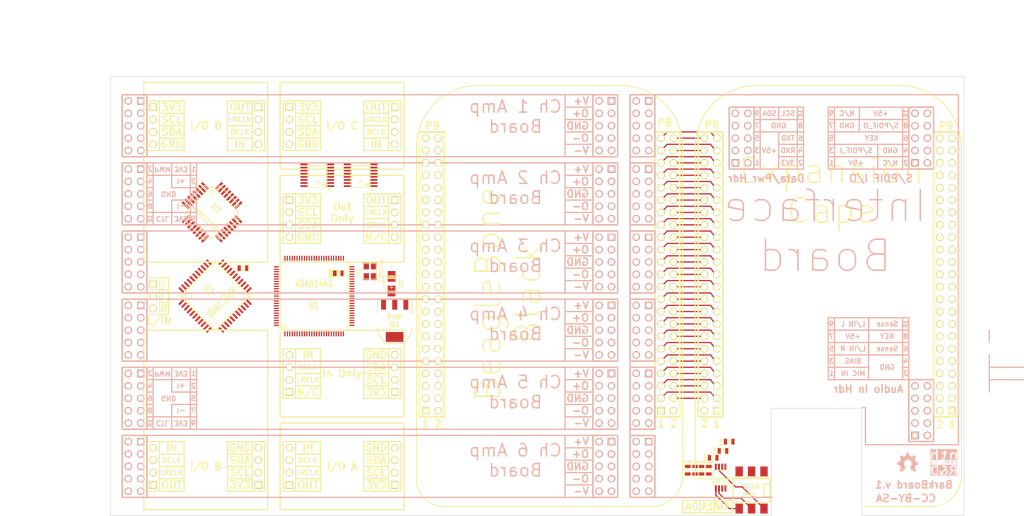
<source format=kicad_pcb>
(kicad_pcb (version 3) (host pcbnew "(2013-may-18)-stable")
  (layers (15 F.Cu signal) (2 Inner2.Cu mixed hide) (1 Inner1.Cu mixed hide) (0 B.Cu signal) (18 B.Paste user hide) (19 F.Paste user hide) (20 B.SilkS user) (21 F.SilkS user) (22 B.Mask user hide) (23 F.Mask user) (28 Edge.Cuts user))
  (net 0 "")
  (net 1 +1.8V)
  (net 2 +5V)
  (net 3 /AD1)
  (net 4 /AD2)
  (net 5 /ADBC)
  (net 6 /ADLR)
  (net 7 /ADV)
  (net 8 /ADVBC)
  (net 9 /ADVLR)
  (net 10 /AD_RESET)
  (net 11 /AT_RX)
  (net 12 /AT_TX)
  (net 13 "/Amplifier and Interface Connectors/C1_CTL")
  (net 14 "/Amplifier and Interface Connectors/C1_I+")
  (net 15 "/Amplifier and Interface Connectors/C1_I-")
  (net 16 "/Amplifier and Interface Connectors/C1_O+")
  (net 17 "/Amplifier and Interface Connectors/C1_O-")
  (net 18 "/Amplifier and Interface Connectors/C1_PWM")
  (net 19 "/Amplifier and Interface Connectors/C1_V+")
  (net 20 "/Amplifier and Interface Connectors/C1_V-")
  (net 21 "/Amplifier and Interface Connectors/C2_CTL")
  (net 22 "/Amplifier and Interface Connectors/C2_I+")
  (net 23 "/Amplifier and Interface Connectors/C2_I-")
  (net 24 "/Amplifier and Interface Connectors/C2_O+")
  (net 25 "/Amplifier and Interface Connectors/C2_O-")
  (net 26 "/Amplifier and Interface Connectors/C2_PWM")
  (net 27 "/Amplifier and Interface Connectors/C2_V+")
  (net 28 "/Amplifier and Interface Connectors/C2_V-")
  (net 29 "/Amplifier and Interface Connectors/C3_CTL")
  (net 30 "/Amplifier and Interface Connectors/C3_I+")
  (net 31 "/Amplifier and Interface Connectors/C3_I-")
  (net 32 "/Amplifier and Interface Connectors/C3_O+")
  (net 33 "/Amplifier and Interface Connectors/C3_O-")
  (net 34 "/Amplifier and Interface Connectors/C3_PWM")
  (net 35 "/Amplifier and Interface Connectors/C3_V+")
  (net 36 "/Amplifier and Interface Connectors/C3_V-")
  (net 37 "/Amplifier and Interface Connectors/C4_CTL")
  (net 38 "/Amplifier and Interface Connectors/C4_I+")
  (net 39 "/Amplifier and Interface Connectors/C4_I-")
  (net 40 "/Amplifier and Interface Connectors/C4_O+")
  (net 41 "/Amplifier and Interface Connectors/C4_O-")
  (net 42 "/Amplifier and Interface Connectors/C4_PWM")
  (net 43 "/Amplifier and Interface Connectors/C4_V+")
  (net 44 "/Amplifier and Interface Connectors/C4_V-")
  (net 45 "/Amplifier and Interface Connectors/C5_CTL")
  (net 46 "/Amplifier and Interface Connectors/C5_I+")
  (net 47 "/Amplifier and Interface Connectors/C5_I-")
  (net 48 "/Amplifier and Interface Connectors/C5_O+")
  (net 49 "/Amplifier and Interface Connectors/C5_O-")
  (net 50 "/Amplifier and Interface Connectors/C5_PWM")
  (net 51 "/Amplifier and Interface Connectors/C5_V+")
  (net 52 "/Amplifier and Interface Connectors/C5_V-")
  (net 53 "/Amplifier and Interface Connectors/C6_CTL")
  (net 54 "/Amplifier and Interface Connectors/C6_I+")
  (net 55 "/Amplifier and Interface Connectors/C6_I-")
  (net 56 "/Amplifier and Interface Connectors/C6_O+")
  (net 57 "/Amplifier and Interface Connectors/C6_O-")
  (net 58 "/Amplifier and Interface Connectors/C6_PWM")
  (net 59 "/Amplifier and Interface Connectors/C6_V+")
  (net 60 "/Amplifier and Interface Connectors/C6_V-")
  (net 61 "/Amplifier and Interface Connectors/LineIn_L")
  (net 62 "/Amplifier and Interface Connectors/LineIn_R")
  (net 63 "/Amplifier and Interface Connectors/MIC")
  (net 64 "/Amplifier and Interface Connectors/SPDIF_IN")
  (net 65 "/Amplifier and Interface Connectors/SPDIF_OUT")
  (net 66 "/Amplifier and Interface Connectors/UART_RX")
  (net 67 "/Amplifier and Interface Connectors/UART_TX")
  (net 68 "/BeagleBone and Cape/3V3_exp")
  (net 69 "/BeagleBone and Cape/5V_SYS")
  (net 70 "/BeagleBone and Cape/AIN0")
  (net 71 "/BeagleBone and Cape/AIN1")
  (net 72 "/BeagleBone and Cape/AIN2")
  (net 73 "/BeagleBone and Cape/AIN3")
  (net 74 "/BeagleBone and Cape/AIN4")
  (net 75 "/BeagleBone and Cape/AIN5")
  (net 76 "/BeagleBone and Cape/AIN6")
  (net 77 "/BeagleBone and Cape/CLKOUT2")
  (net 78 "/BeagleBone and Cape/EHRPWM1A")
  (net 79 "/BeagleBone and Cape/EHRPWM1B")
  (net 80 "/BeagleBone and Cape/EHRPWM2A")
  (net 81 "/BeagleBone and Cape/EHRPWM2B")
  (net 82 "/BeagleBone and Cape/GNDA_ADC")
  (net 83 "/BeagleBone and Cape/GPIO0_26")
  (net 84 "/BeagleBone and Cape/GPIO0_7")
  (net 85 "/BeagleBone and Cape/GPIO1_0")
  (net 86 "/BeagleBone and Cape/GPIO1_1")
  (net 87 "/BeagleBone and Cape/GPIO1_12")
  (net 88 "/BeagleBone and Cape/GPIO1_13")
  (net 89 "/BeagleBone and Cape/GPIO1_14")
  (net 90 "/BeagleBone and Cape/GPIO1_15")
  (net 91 "/BeagleBone and Cape/GPIO1_16")
  (net 92 "/BeagleBone and Cape/GPIO1_17")
  (net 93 "/BeagleBone and Cape/GPIO1_2")
  (net 94 "/BeagleBone and Cape/GPIO1_27")
  (net 95 "/BeagleBone and Cape/GPIO1_28")
  (net 96 "/BeagleBone and Cape/GPIO1_29")
  (net 97 "/BeagleBone and Cape/GPIO1_3")
  (net 98 "/BeagleBone and Cape/GPIO1_30")
  (net 99 "/BeagleBone and Cape/GPIO1_31")
  (net 100 "/BeagleBone and Cape/GPIO1_4")
  (net 101 "/BeagleBone and Cape/GPIO1_5")
  (net 102 "/BeagleBone and Cape/GPIO1_6")
  (net 103 "/BeagleBone and Cape/GPIO1_7")
  (net 104 "/BeagleBone and Cape/GPIO2_1")
  (net 105 "/BeagleBone and Cape/GPIO2_10")
  (net 106 "/BeagleBone and Cape/GPIO2_11")
  (net 107 "/BeagleBone and Cape/GPIO2_12")
  (net 108 "/BeagleBone and Cape/GPIO2_13")
  (net 109 "/BeagleBone and Cape/GPIO2_22")
  (net 110 "/BeagleBone and Cape/GPIO2_23")
  (net 111 "/BeagleBone and Cape/GPIO2_24")
  (net 112 "/BeagleBone and Cape/GPIO2_25")
  (net 113 "/BeagleBone and Cape/GPIO2_6")
  (net 114 "/BeagleBone and Cape/GPIO2_7")
  (net 115 "/BeagleBone and Cape/GPIO2_8")
  (net 116 "/BeagleBone and Cape/GPIO2_9")
  (net 117 "/BeagleBone and Cape/GPIO3_19")
  (net 118 "/BeagleBone and Cape/GPIO3_21")
  (net 119 "/BeagleBone and Cape/ID_ADD0")
  (net 120 "/BeagleBone and Cape/ID_ADD1")
  (net 121 "/BeagleBone and Cape/ID_SCL")
  (net 122 "/BeagleBone and Cape/ID_SDA")
  (net 123 "/BeagleBone and Cape/PWR_BUT")
  (net 124 "/BeagleBone and Cape/SPI1_CS")
  (net 125 "/BeagleBone and Cape/SPI1_D0")
  (net 126 "/BeagleBone and Cape/SPI1_D1")
  (net 127 "/BeagleBone and Cape/SPI1_SCLK")
  (net 128 "/BeagleBone and Cape/SYS_RESETn")
  (net 129 "/BeagleBone and Cape/TIEMR5")
  (net 130 "/BeagleBone and Cape/TIMER4")
  (net 131 "/BeagleBone and Cape/TIMER6")
  (net 132 "/BeagleBone and Cape/TIMER7")
  (net 133 "/BeagleBone and Cape/UART1_RXD")
  (net 134 "/BeagleBone and Cape/UART1_TXD")
  (net 135 "/BeagleBone and Cape/UART2_RXD")
  (net 136 "/BeagleBone and Cape/UART2_TXD")
  (net 137 "/BeagleBone and Cape/UART3_CTSN")
  (net 138 "/BeagleBone and Cape/UART3_RTSN")
  (net 139 "/BeagleBone and Cape/UART4_CTSN")
  (net 140 "/BeagleBone and Cape/UART4_RTSN")
  (net 141 "/BeagleBone and Cape/UART4_RXD")
  (net 142 "/BeagleBone and Cape/UART4_TXD")
  (net 143 "/BeagleBone and Cape/UART5_CTSN")
  (net 144 "/BeagleBone and Cape/UART5_RTSN")
  (net 145 "/BeagleBone and Cape/UART5_RXD")
  (net 146 "/BeagleBone and Cape/UART5_TXD")
  (net 147 "/BeagleBone and Cape/VDD_ADC")
  (net 148 "/BeagleBone and Cape/WP")
  (net 149 /DA12)
  (net 150 /DA34)
  (net 151 /DA56)
  (net 152 /DABC)
  (net 153 /DALR)
  (net 154 /IBC)
  (net 155 /II)
  (net 156 /ILR)
  (net 157 /IOABC)
  (net 158 /IOAI)
  (net 159 /IOALR)
  (net 160 /IOAO)
  (net 161 /IOBBC)
  (net 162 /IOBI)
  (net 163 /IOBLR)
  (net 164 /IOBO)
  (net 165 /IOCBC)
  (net 166 /IOCI)
  (net 167 /IOCLR)
  (net 168 /IOCO)
  (net 169 /IODBC)
  (net 170 /IODI)
  (net 171 /IODLR)
  (net 172 /IODO)
  (net 173 /MP10)
  (net 174 /MP11)
  (net 175 /MP8)
  (net 176 /MP9)
  (net 177 /MSTR_CLK)
  (net 178 /OBC)
  (net 179 /OLR)
  (net 180 /OO)
  (net 181 /PFILT)
  (net 182 /VDRIVE)
  (net 183 /XI)
  (net 184 /XO1)
  (net 185 /XO2)
  (net 186 3V3)
  (net 187 GND)
  (net 188 N-000001)
  (net 189 N-00000131)
  (net 190 N-0000026)
  (net 191 N-000003)
  (net 192 N-0000031)
  (net 193 N-000006)
  (net 194 N-000007)
  (net 195 N-000008)
  (net 196 SCL)
  (net 197 SDA)
  (module PIN_ARRAY_5x2 (layer B.Cu) (at 151.47 129.925 270)
    (fp_text reference P16 hide)
    (fp_text value CONN_5X2 hide)
    (pad 1 thru_hole rect (at -5.08 -1.27 270) (size 1.524 1.524) (drill 1.016) (layers *.Cu *.Mask B.SilkS) (net 59 "/Amplifier and Interface Connectors/C6_V+"))
    (pad 2 thru_hole circle (at -5.08 1.27 270) (size 1.524 1.524) (drill 1.016) (layers *.Cu *.Mask B.SilkS) (net 59 "/Amplifier and Interface Connectors/C6_V+"))
    (pad 3 thru_hole circle (at -2.54 -1.27 270) (size 1.524 1.524) (drill 1.016) (layers *.Cu *.Mask B.SilkS) (net 56 "/Amplifier and Interface Connectors/C6_O+"))
    (pad 4 thru_hole circle (at -2.54 1.27 270) (size 1.524 1.524) (drill 1.016) (layers *.Cu *.Mask B.SilkS) (net 56 "/Amplifier and Interface Connectors/C6_O+"))
    (pad 5 thru_hole circle (at 0 -1.27 270) (size 1.524 1.524) (drill 1.016) (layers *.Cu *.Mask B.SilkS) (net 187 GND))
    (pad 6 thru_hole circle (at 0 1.27 270) (size 1.524 1.524) (drill 1.016) (layers *.Cu *.Mask B.SilkS) (net 187 GND))
    (pad 7 thru_hole circle (at 2.54 -1.27 270) (size 1.524 1.524) (drill 1.016) (layers *.Cu *.Mask B.SilkS) (net 57 "/Amplifier and Interface Connectors/C6_O-"))
    (pad 8 thru_hole circle (at 2.54 1.27 270) (size 1.524 1.524) (drill 1.016) (layers *.Cu *.Mask B.SilkS) (net 57 "/Amplifier and Interface Connectors/C6_O-"))
    (pad 9 thru_hole circle (at 5.08 -1.27 270) (size 1.524 1.524) (drill 1.016) (layers *.Cu *.Mask B.SilkS) (net 60 "/Amplifier and Interface Connectors/C6_V-"))
    (pad 10 thru_hole circle (at 5.08 1.27 270) (size 1.524 1.524) (drill 1.016) (layers *.Cu *.Mask B.SilkS) (net 60 "/Amplifier and Interface Connectors/C6_V-"))
  )
  (module PIN_ARRAY_5x2 (layer B.Cu) (at 151.47 115.955 270)
    (fp_text reference P15 hide)
    (fp_text value CONN_5X2 hide)
    (pad 1 thru_hole rect (at -5.08 -1.27 270) (size 1.524 1.524) (drill 1.016) (layers *.Cu *.Mask B.SilkS) (net 51 "/Amplifier and Interface Connectors/C5_V+"))
    (pad 2 thru_hole circle (at -5.08 1.27 270) (size 1.524 1.524) (drill 1.016) (layers *.Cu *.Mask B.SilkS) (net 51 "/Amplifier and Interface Connectors/C5_V+"))
    (pad 3 thru_hole circle (at -2.54 -1.27 270) (size 1.524 1.524) (drill 1.016) (layers *.Cu *.Mask B.SilkS) (net 48 "/Amplifier and Interface Connectors/C5_O+"))
    (pad 4 thru_hole circle (at -2.54 1.27 270) (size 1.524 1.524) (drill 1.016) (layers *.Cu *.Mask B.SilkS) (net 48 "/Amplifier and Interface Connectors/C5_O+"))
    (pad 5 thru_hole circle (at 0 -1.27 270) (size 1.524 1.524) (drill 1.016) (layers *.Cu *.Mask B.SilkS) (net 187 GND))
    (pad 6 thru_hole circle (at 0 1.27 270) (size 1.524 1.524) (drill 1.016) (layers *.Cu *.Mask B.SilkS) (net 187 GND))
    (pad 7 thru_hole circle (at 2.54 -1.27 270) (size 1.524 1.524) (drill 1.016) (layers *.Cu *.Mask B.SilkS) (net 49 "/Amplifier and Interface Connectors/C5_O-"))
    (pad 8 thru_hole circle (at 2.54 1.27 270) (size 1.524 1.524) (drill 1.016) (layers *.Cu *.Mask B.SilkS) (net 49 "/Amplifier and Interface Connectors/C5_O-"))
    (pad 9 thru_hole circle (at 5.08 -1.27 270) (size 1.524 1.524) (drill 1.016) (layers *.Cu *.Mask B.SilkS) (net 52 "/Amplifier and Interface Connectors/C5_V-"))
    (pad 10 thru_hole circle (at 5.08 1.27 270) (size 1.524 1.524) (drill 1.016) (layers *.Cu *.Mask B.SilkS) (net 52 "/Amplifier and Interface Connectors/C5_V-"))
  )
  (module PIN_ARRAY_5x2 (layer B.Cu) (at 151.47 101.985 270)
    (fp_text reference P14 hide)
    (fp_text value CONN_5X2 hide)
    (pad 1 thru_hole rect (at -5.08 -1.27 270) (size 1.524 1.524) (drill 1.016) (layers *.Cu *.Mask B.SilkS) (net 43 "/Amplifier and Interface Connectors/C4_V+"))
    (pad 2 thru_hole circle (at -5.08 1.27 270) (size 1.524 1.524) (drill 1.016) (layers *.Cu *.Mask B.SilkS) (net 43 "/Amplifier and Interface Connectors/C4_V+"))
    (pad 3 thru_hole circle (at -2.54 -1.27 270) (size 1.524 1.524) (drill 1.016) (layers *.Cu *.Mask B.SilkS) (net 40 "/Amplifier and Interface Connectors/C4_O+"))
    (pad 4 thru_hole circle (at -2.54 1.27 270) (size 1.524 1.524) (drill 1.016) (layers *.Cu *.Mask B.SilkS) (net 40 "/Amplifier and Interface Connectors/C4_O+"))
    (pad 5 thru_hole circle (at 0 -1.27 270) (size 1.524 1.524) (drill 1.016) (layers *.Cu *.Mask B.SilkS) (net 187 GND))
    (pad 6 thru_hole circle (at 0 1.27 270) (size 1.524 1.524) (drill 1.016) (layers *.Cu *.Mask B.SilkS) (net 187 GND))
    (pad 7 thru_hole circle (at 2.54 -1.27 270) (size 1.524 1.524) (drill 1.016) (layers *.Cu *.Mask B.SilkS) (net 41 "/Amplifier and Interface Connectors/C4_O-"))
    (pad 8 thru_hole circle (at 2.54 1.27 270) (size 1.524 1.524) (drill 1.016) (layers *.Cu *.Mask B.SilkS) (net 41 "/Amplifier and Interface Connectors/C4_O-"))
    (pad 9 thru_hole circle (at 5.08 -1.27 270) (size 1.524 1.524) (drill 1.016) (layers *.Cu *.Mask B.SilkS) (net 44 "/Amplifier and Interface Connectors/C4_V-"))
    (pad 10 thru_hole circle (at 5.08 1.27 270) (size 1.524 1.524) (drill 1.016) (layers *.Cu *.Mask B.SilkS) (net 44 "/Amplifier and Interface Connectors/C4_V-"))
  )
  (module PIN_ARRAY_5x2 (layer B.Cu) (at 151.47 60.075 270)
    (fp_text reference P11 hide)
    (fp_text value CONN_5X2 hide)
    (pad 1 thru_hole rect (at -5.08 -1.27 270) (size 1.524 1.524) (drill 1.016) (layers *.Cu *.Mask B.SilkS) (net 19 "/Amplifier and Interface Connectors/C1_V+"))
    (pad 2 thru_hole circle (at -5.08 1.27 270) (size 1.524 1.524) (drill 1.016) (layers *.Cu *.Mask B.SilkS) (net 19 "/Amplifier and Interface Connectors/C1_V+"))
    (pad 3 thru_hole circle (at -2.54 -1.27 270) (size 1.524 1.524) (drill 1.016) (layers *.Cu *.Mask B.SilkS) (net 16 "/Amplifier and Interface Connectors/C1_O+"))
    (pad 4 thru_hole circle (at -2.54 1.27 270) (size 1.524 1.524) (drill 1.016) (layers *.Cu *.Mask B.SilkS) (net 16 "/Amplifier and Interface Connectors/C1_O+"))
    (pad 5 thru_hole circle (at 0 -1.27 270) (size 1.524 1.524) (drill 1.016) (layers *.Cu *.Mask B.SilkS) (net 187 GND))
    (pad 6 thru_hole circle (at 0 1.27 270) (size 1.524 1.524) (drill 1.016) (layers *.Cu *.Mask B.SilkS) (net 187 GND))
    (pad 7 thru_hole circle (at 2.54 -1.27 270) (size 1.524 1.524) (drill 1.016) (layers *.Cu *.Mask B.SilkS) (net 17 "/Amplifier and Interface Connectors/C1_O-"))
    (pad 8 thru_hole circle (at 2.54 1.27 270) (size 1.524 1.524) (drill 1.016) (layers *.Cu *.Mask B.SilkS) (net 17 "/Amplifier and Interface Connectors/C1_O-"))
    (pad 9 thru_hole circle (at 5.08 -1.27 270) (size 1.524 1.524) (drill 1.016) (layers *.Cu *.Mask B.SilkS) (net 20 "/Amplifier and Interface Connectors/C1_V-"))
    (pad 10 thru_hole circle (at 5.08 1.27 270) (size 1.524 1.524) (drill 1.016) (layers *.Cu *.Mask B.SilkS) (net 20 "/Amplifier and Interface Connectors/C1_V-"))
  )
  (module PIN_ARRAY_5x2 (layer B.Cu) (at 151.47 74.045 270)
    (fp_text reference P12 hide)
    (fp_text value CONN_5X2 hide)
    (pad 1 thru_hole rect (at -5.08 -1.27 270) (size 1.524 1.524) (drill 1.016) (layers *.Cu *.Mask B.SilkS) (net 27 "/Amplifier and Interface Connectors/C2_V+"))
    (pad 2 thru_hole circle (at -5.08 1.27 270) (size 1.524 1.524) (drill 1.016) (layers *.Cu *.Mask B.SilkS) (net 27 "/Amplifier and Interface Connectors/C2_V+"))
    (pad 3 thru_hole circle (at -2.54 -1.27 270) (size 1.524 1.524) (drill 1.016) (layers *.Cu *.Mask B.SilkS) (net 24 "/Amplifier and Interface Connectors/C2_O+"))
    (pad 4 thru_hole circle (at -2.54 1.27 270) (size 1.524 1.524) (drill 1.016) (layers *.Cu *.Mask B.SilkS) (net 24 "/Amplifier and Interface Connectors/C2_O+"))
    (pad 5 thru_hole circle (at 0 -1.27 270) (size 1.524 1.524) (drill 1.016) (layers *.Cu *.Mask B.SilkS) (net 187 GND))
    (pad 6 thru_hole circle (at 0 1.27 270) (size 1.524 1.524) (drill 1.016) (layers *.Cu *.Mask B.SilkS) (net 187 GND))
    (pad 7 thru_hole circle (at 2.54 -1.27 270) (size 1.524 1.524) (drill 1.016) (layers *.Cu *.Mask B.SilkS) (net 25 "/Amplifier and Interface Connectors/C2_O-"))
    (pad 8 thru_hole circle (at 2.54 1.27 270) (size 1.524 1.524) (drill 1.016) (layers *.Cu *.Mask B.SilkS) (net 25 "/Amplifier and Interface Connectors/C2_O-"))
    (pad 9 thru_hole circle (at 5.08 -1.27 270) (size 1.524 1.524) (drill 1.016) (layers *.Cu *.Mask B.SilkS) (net 28 "/Amplifier and Interface Connectors/C2_V-"))
    (pad 10 thru_hole circle (at 5.08 1.27 270) (size 1.524 1.524) (drill 1.016) (layers *.Cu *.Mask B.SilkS) (net 28 "/Amplifier and Interface Connectors/C2_V-"))
  )
  (module PIN_ARRAY_5x2 (layer B.Cu) (at 151.47 88.015 270)
    (fp_text reference P13 hide)
    (fp_text value CONN_5X2 hide)
    (pad 1 thru_hole rect (at -5.08 -1.27 270) (size 1.524 1.524) (drill 1.016) (layers *.Cu *.Mask B.SilkS) (net 35 "/Amplifier and Interface Connectors/C3_V+"))
    (pad 2 thru_hole circle (at -5.08 1.27 270) (size 1.524 1.524) (drill 1.016) (layers *.Cu *.Mask B.SilkS) (net 35 "/Amplifier and Interface Connectors/C3_V+"))
    (pad 3 thru_hole circle (at -2.54 -1.27 270) (size 1.524 1.524) (drill 1.016) (layers *.Cu *.Mask B.SilkS) (net 32 "/Amplifier and Interface Connectors/C3_O+"))
    (pad 4 thru_hole circle (at -2.54 1.27 270) (size 1.524 1.524) (drill 1.016) (layers *.Cu *.Mask B.SilkS) (net 32 "/Amplifier and Interface Connectors/C3_O+"))
    (pad 5 thru_hole circle (at 0 -1.27 270) (size 1.524 1.524) (drill 1.016) (layers *.Cu *.Mask B.SilkS) (net 187 GND))
    (pad 6 thru_hole circle (at 0 1.27 270) (size 1.524 1.524) (drill 1.016) (layers *.Cu *.Mask B.SilkS) (net 187 GND))
    (pad 7 thru_hole circle (at 2.54 -1.27 270) (size 1.524 1.524) (drill 1.016) (layers *.Cu *.Mask B.SilkS) (net 33 "/Amplifier and Interface Connectors/C3_O-"))
    (pad 8 thru_hole circle (at 2.54 1.27 270) (size 1.524 1.524) (drill 1.016) (layers *.Cu *.Mask B.SilkS) (net 33 "/Amplifier and Interface Connectors/C3_O-"))
    (pad 9 thru_hole circle (at 5.08 -1.27 270) (size 1.524 1.524) (drill 1.016) (layers *.Cu *.Mask B.SilkS) (net 36 "/Amplifier and Interface Connectors/C3_V-"))
    (pad 10 thru_hole circle (at 5.08 1.27 270) (size 1.524 1.524) (drill 1.016) (layers *.Cu *.Mask B.SilkS) (net 36 "/Amplifier and Interface Connectors/C3_V-"))
  )
  (module PIN_ARRAY_5x2 (layer B.Cu) (at 159.09 88.015 270)
    (fp_text reference P7 hide)
    (fp_text value CONN_5X2 hide)
    (pad 1 thru_hole rect (at -5.08 -1.27 270) (size 1.524 1.524) (drill 1.016) (layers *.Cu *.Mask B.SilkS) (net 35 "/Amplifier and Interface Connectors/C3_V+"))
    (pad 2 thru_hole circle (at -5.08 1.27 270) (size 1.524 1.524) (drill 1.016) (layers *.Cu *.Mask B.SilkS) (net 35 "/Amplifier and Interface Connectors/C3_V+"))
    (pad 3 thru_hole circle (at -2.54 -1.27 270) (size 1.524 1.524) (drill 1.016) (layers *.Cu *.Mask B.SilkS) (net 32 "/Amplifier and Interface Connectors/C3_O+"))
    (pad 4 thru_hole circle (at -2.54 1.27 270) (size 1.524 1.524) (drill 1.016) (layers *.Cu *.Mask B.SilkS) (net 32 "/Amplifier and Interface Connectors/C3_O+"))
    (pad 5 thru_hole circle (at 0 -1.27 270) (size 1.524 1.524) (drill 1.016) (layers *.Cu *.Mask B.SilkS) (net 187 GND))
    (pad 6 thru_hole circle (at 0 1.27 270) (size 1.524 1.524) (drill 1.016) (layers *.Cu *.Mask B.SilkS) (net 187 GND))
    (pad 7 thru_hole circle (at 2.54 -1.27 270) (size 1.524 1.524) (drill 1.016) (layers *.Cu *.Mask B.SilkS) (net 33 "/Amplifier and Interface Connectors/C3_O-"))
    (pad 8 thru_hole circle (at 2.54 1.27 270) (size 1.524 1.524) (drill 1.016) (layers *.Cu *.Mask B.SilkS) (net 33 "/Amplifier and Interface Connectors/C3_O-"))
    (pad 9 thru_hole circle (at 5.08 -1.27 270) (size 1.524 1.524) (drill 1.016) (layers *.Cu *.Mask B.SilkS) (net 36 "/Amplifier and Interface Connectors/C3_V-"))
    (pad 10 thru_hole circle (at 5.08 1.27 270) (size 1.524 1.524) (drill 1.016) (layers *.Cu *.Mask B.SilkS) (net 36 "/Amplifier and Interface Connectors/C3_V-"))
  )
  (module PIN_ARRAY_5x2 (layer B.Cu) (at 159.09 74.045 270)
    (fp_text reference P6 hide)
    (fp_text value CONN_5X2 hide)
    (pad 1 thru_hole rect (at -5.08 -1.27 270) (size 1.524 1.524) (drill 1.016) (layers *.Cu *.Mask B.SilkS) (net 27 "/Amplifier and Interface Connectors/C2_V+"))
    (pad 2 thru_hole circle (at -5.08 1.27 270) (size 1.524 1.524) (drill 1.016) (layers *.Cu *.Mask B.SilkS) (net 27 "/Amplifier and Interface Connectors/C2_V+"))
    (pad 3 thru_hole circle (at -2.54 -1.27 270) (size 1.524 1.524) (drill 1.016) (layers *.Cu *.Mask B.SilkS) (net 24 "/Amplifier and Interface Connectors/C2_O+"))
    (pad 4 thru_hole circle (at -2.54 1.27 270) (size 1.524 1.524) (drill 1.016) (layers *.Cu *.Mask B.SilkS) (net 24 "/Amplifier and Interface Connectors/C2_O+"))
    (pad 5 thru_hole circle (at 0 -1.27 270) (size 1.524 1.524) (drill 1.016) (layers *.Cu *.Mask B.SilkS) (net 187 GND))
    (pad 6 thru_hole circle (at 0 1.27 270) (size 1.524 1.524) (drill 1.016) (layers *.Cu *.Mask B.SilkS) (net 187 GND))
    (pad 7 thru_hole circle (at 2.54 -1.27 270) (size 1.524 1.524) (drill 1.016) (layers *.Cu *.Mask B.SilkS) (net 25 "/Amplifier and Interface Connectors/C2_O-"))
    (pad 8 thru_hole circle (at 2.54 1.27 270) (size 1.524 1.524) (drill 1.016) (layers *.Cu *.Mask B.SilkS) (net 25 "/Amplifier and Interface Connectors/C2_O-"))
    (pad 9 thru_hole circle (at 5.08 -1.27 270) (size 1.524 1.524) (drill 1.016) (layers *.Cu *.Mask B.SilkS) (net 28 "/Amplifier and Interface Connectors/C2_V-"))
    (pad 10 thru_hole circle (at 5.08 1.27 270) (size 1.524 1.524) (drill 1.016) (layers *.Cu *.Mask B.SilkS) (net 28 "/Amplifier and Interface Connectors/C2_V-"))
  )
  (module PIN_ARRAY_5x2 (layer B.Cu) (at 159.09 60.075 270)
    (fp_text reference P5 hide)
    (fp_text value CONN_5X2 hide)
    (pad 1 thru_hole rect (at -5.08 -1.27 270) (size 1.524 1.524) (drill 1.016) (layers *.Cu *.Mask B.SilkS) (net 19 "/Amplifier and Interface Connectors/C1_V+"))
    (pad 2 thru_hole circle (at -5.08 1.27 270) (size 1.524 1.524) (drill 1.016) (layers *.Cu *.Mask B.SilkS) (net 19 "/Amplifier and Interface Connectors/C1_V+"))
    (pad 3 thru_hole circle (at -2.54 -1.27 270) (size 1.524 1.524) (drill 1.016) (layers *.Cu *.Mask B.SilkS) (net 16 "/Amplifier and Interface Connectors/C1_O+"))
    (pad 4 thru_hole circle (at -2.54 1.27 270) (size 1.524 1.524) (drill 1.016) (layers *.Cu *.Mask B.SilkS) (net 16 "/Amplifier and Interface Connectors/C1_O+"))
    (pad 5 thru_hole circle (at 0 -1.27 270) (size 1.524 1.524) (drill 1.016) (layers *.Cu *.Mask B.SilkS) (net 187 GND))
    (pad 6 thru_hole circle (at 0 1.27 270) (size 1.524 1.524) (drill 1.016) (layers *.Cu *.Mask B.SilkS) (net 187 GND))
    (pad 7 thru_hole circle (at 2.54 -1.27 270) (size 1.524 1.524) (drill 1.016) (layers *.Cu *.Mask B.SilkS) (net 17 "/Amplifier and Interface Connectors/C1_O-"))
    (pad 8 thru_hole circle (at 2.54 1.27 270) (size 1.524 1.524) (drill 1.016) (layers *.Cu *.Mask B.SilkS) (net 17 "/Amplifier and Interface Connectors/C1_O-"))
    (pad 9 thru_hole circle (at 5.08 -1.27 270) (size 1.524 1.524) (drill 1.016) (layers *.Cu *.Mask B.SilkS) (net 20 "/Amplifier and Interface Connectors/C1_V-"))
    (pad 10 thru_hole circle (at 5.08 1.27 270) (size 1.524 1.524) (drill 1.016) (layers *.Cu *.Mask B.SilkS) (net 20 "/Amplifier and Interface Connectors/C1_V-"))
  )
  (module PIN_ARRAY_5x2 (layer B.Cu) (at 159.09 101.985 270)
    (fp_text reference P8 hide)
    (fp_text value CONN_5X2 hide)
    (pad 1 thru_hole rect (at -5.08 -1.27 270) (size 1.524 1.524) (drill 1.016) (layers *.Cu *.Mask B.SilkS) (net 43 "/Amplifier and Interface Connectors/C4_V+"))
    (pad 2 thru_hole circle (at -5.08 1.27 270) (size 1.524 1.524) (drill 1.016) (layers *.Cu *.Mask B.SilkS) (net 43 "/Amplifier and Interface Connectors/C4_V+"))
    (pad 3 thru_hole circle (at -2.54 -1.27 270) (size 1.524 1.524) (drill 1.016) (layers *.Cu *.Mask B.SilkS) (net 40 "/Amplifier and Interface Connectors/C4_O+"))
    (pad 4 thru_hole circle (at -2.54 1.27 270) (size 1.524 1.524) (drill 1.016) (layers *.Cu *.Mask B.SilkS) (net 40 "/Amplifier and Interface Connectors/C4_O+"))
    (pad 5 thru_hole circle (at 0 -1.27 270) (size 1.524 1.524) (drill 1.016) (layers *.Cu *.Mask B.SilkS) (net 187 GND))
    (pad 6 thru_hole circle (at 0 1.27 270) (size 1.524 1.524) (drill 1.016) (layers *.Cu *.Mask B.SilkS) (net 187 GND))
    (pad 7 thru_hole circle (at 2.54 -1.27 270) (size 1.524 1.524) (drill 1.016) (layers *.Cu *.Mask B.SilkS) (net 41 "/Amplifier and Interface Connectors/C4_O-"))
    (pad 8 thru_hole circle (at 2.54 1.27 270) (size 1.524 1.524) (drill 1.016) (layers *.Cu *.Mask B.SilkS) (net 41 "/Amplifier and Interface Connectors/C4_O-"))
    (pad 9 thru_hole circle (at 5.08 -1.27 270) (size 1.524 1.524) (drill 1.016) (layers *.Cu *.Mask B.SilkS) (net 44 "/Amplifier and Interface Connectors/C4_V-"))
    (pad 10 thru_hole circle (at 5.08 1.27 270) (size 1.524 1.524) (drill 1.016) (layers *.Cu *.Mask B.SilkS) (net 44 "/Amplifier and Interface Connectors/C4_V-"))
  )
  (module PIN_ARRAY_5x2 (layer B.Cu) (at 159.09 115.955 270)
    (fp_text reference P9 hide)
    (fp_text value CONN_5X2 hide)
    (pad 1 thru_hole rect (at -5.08 -1.27 270) (size 1.524 1.524) (drill 1.016) (layers *.Cu *.Mask B.SilkS) (net 51 "/Amplifier and Interface Connectors/C5_V+"))
    (pad 2 thru_hole circle (at -5.08 1.27 270) (size 1.524 1.524) (drill 1.016) (layers *.Cu *.Mask B.SilkS) (net 51 "/Amplifier and Interface Connectors/C5_V+"))
    (pad 3 thru_hole circle (at -2.54 -1.27 270) (size 1.524 1.524) (drill 1.016) (layers *.Cu *.Mask B.SilkS) (net 48 "/Amplifier and Interface Connectors/C5_O+"))
    (pad 4 thru_hole circle (at -2.54 1.27 270) (size 1.524 1.524) (drill 1.016) (layers *.Cu *.Mask B.SilkS) (net 48 "/Amplifier and Interface Connectors/C5_O+"))
    (pad 5 thru_hole circle (at 0 -1.27 270) (size 1.524 1.524) (drill 1.016) (layers *.Cu *.Mask B.SilkS) (net 187 GND))
    (pad 6 thru_hole circle (at 0 1.27 270) (size 1.524 1.524) (drill 1.016) (layers *.Cu *.Mask B.SilkS) (net 187 GND))
    (pad 7 thru_hole circle (at 2.54 -1.27 270) (size 1.524 1.524) (drill 1.016) (layers *.Cu *.Mask B.SilkS) (net 49 "/Amplifier and Interface Connectors/C5_O-"))
    (pad 8 thru_hole circle (at 2.54 1.27 270) (size 1.524 1.524) (drill 1.016) (layers *.Cu *.Mask B.SilkS) (net 49 "/Amplifier and Interface Connectors/C5_O-"))
    (pad 9 thru_hole circle (at 5.08 -1.27 270) (size 1.524 1.524) (drill 1.016) (layers *.Cu *.Mask B.SilkS) (net 52 "/Amplifier and Interface Connectors/C5_V-"))
    (pad 10 thru_hole circle (at 5.08 1.27 270) (size 1.524 1.524) (drill 1.016) (layers *.Cu *.Mask B.SilkS) (net 52 "/Amplifier and Interface Connectors/C5_V-"))
  )
  (module PIN_ARRAY_5x2 (layer B.Cu) (at 159.09 129.925 270)
    (fp_text reference P10 hide)
    (fp_text value CONN_5X2 hide)
    (pad 1 thru_hole rect (at -5.08 -1.27 270) (size 1.524 1.524) (drill 1.016) (layers *.Cu *.Mask B.SilkS) (net 59 "/Amplifier and Interface Connectors/C6_V+"))
    (pad 2 thru_hole circle (at -5.08 1.27 270) (size 1.524 1.524) (drill 1.016) (layers *.Cu *.Mask B.SilkS) (net 59 "/Amplifier and Interface Connectors/C6_V+"))
    (pad 3 thru_hole circle (at -2.54 -1.27 270) (size 1.524 1.524) (drill 1.016) (layers *.Cu *.Mask B.SilkS) (net 56 "/Amplifier and Interface Connectors/C6_O+"))
    (pad 4 thru_hole circle (at -2.54 1.27 270) (size 1.524 1.524) (drill 1.016) (layers *.Cu *.Mask B.SilkS) (net 56 "/Amplifier and Interface Connectors/C6_O+"))
    (pad 5 thru_hole circle (at 0 -1.27 270) (size 1.524 1.524) (drill 1.016) (layers *.Cu *.Mask B.SilkS) (net 187 GND))
    (pad 6 thru_hole circle (at 0 1.27 270) (size 1.524 1.524) (drill 1.016) (layers *.Cu *.Mask B.SilkS) (net 187 GND))
    (pad 7 thru_hole circle (at 2.54 -1.27 270) (size 1.524 1.524) (drill 1.016) (layers *.Cu *.Mask B.SilkS) (net 57 "/Amplifier and Interface Connectors/C6_O-"))
    (pad 8 thru_hole circle (at 2.54 1.27 270) (size 1.524 1.524) (drill 1.016) (layers *.Cu *.Mask B.SilkS) (net 57 "/Amplifier and Interface Connectors/C6_O-"))
    (pad 9 thru_hole circle (at 5.08 -1.27 270) (size 1.524 1.524) (drill 1.016) (layers *.Cu *.Mask B.SilkS) (net 60 "/Amplifier and Interface Connectors/C6_V-"))
    (pad 10 thru_hole circle (at 5.08 1.27 270) (size 1.524 1.524) (drill 1.016) (layers *.Cu *.Mask B.SilkS) (net 60 "/Amplifier and Interface Connectors/C6_V-"))
  )
  (module PIN_ARRAY_5x2 (layer B.Cu) (at 54.95 129.925 270)
    (fp_text reference P26 hide)
    (fp_text value CONN_5X2 hide)
    (pad 1 thru_hole rect (at -5.08 -1.27 270) (size 1.524 1.524) (drill 1.016) (layers *.Cu *.Mask B.SilkS) (net 186 3V3))
    (pad 2 thru_hole circle (at -5.08 1.27 270) (size 1.524 1.524) (drill 1.016) (layers *.Cu *.Mask B.SilkS) (net 58 "/Amplifier and Interface Connectors/C6_PWM"))
    (pad 3 thru_hole circle (at -2.54 -1.27 270) (size 1.524 1.524) (drill 1.016) (layers *.Cu *.Mask B.SilkS) (net 54 "/Amplifier and Interface Connectors/C6_I+"))
    (pad 4 thru_hole circle (at -2.54 1.27 270) (size 1.524 1.524) (drill 1.016) (layers *.Cu *.Mask B.SilkS) (net 187 GND))
    (pad 5 thru_hole circle (at 0 -1.27 270) (size 1.524 1.524) (drill 1.016) (layers *.Cu *.Mask B.SilkS) (net 187 GND))
    (pad 6 thru_hole circle (at 0 1.27 270) (size 1.524 1.524) (drill 1.016) (layers *.Cu *.Mask B.SilkS) (net 187 GND))
    (pad 7 thru_hole circle (at 2.54 -1.27 270) (size 1.524 1.524) (drill 1.016) (layers *.Cu *.Mask B.SilkS) (net 55 "/Amplifier and Interface Connectors/C6_I-"))
    (pad 8 thru_hole circle (at 2.54 1.27 270) (size 1.524 1.524) (drill 1.016) (layers *.Cu *.Mask B.SilkS) (net 187 GND))
    (pad 9 thru_hole circle (at 5.08 -1.27 270) (size 1.524 1.524) (drill 1.016) (layers *.Cu *.Mask B.SilkS) (net 186 3V3))
    (pad 10 thru_hole circle (at 5.08 1.27 270) (size 1.524 1.524) (drill 1.016) (layers *.Cu *.Mask B.SilkS) (net 53 "/Amplifier and Interface Connectors/C6_CTL"))
  )
  (module PIN_ARRAY_5x2 (layer B.Cu) (at 54.95 115.955 270)
    (fp_text reference P25 hide)
    (fp_text value CONN_5X2 hide)
    (pad 1 thru_hole rect (at -5.08 -1.27 270) (size 1.524 1.524) (drill 1.016) (layers *.Cu *.Mask B.SilkS) (net 186 3V3))
    (pad 2 thru_hole circle (at -5.08 1.27 270) (size 1.524 1.524) (drill 1.016) (layers *.Cu *.Mask B.SilkS) (net 50 "/Amplifier and Interface Connectors/C5_PWM"))
    (pad 3 thru_hole circle (at -2.54 -1.27 270) (size 1.524 1.524) (drill 1.016) (layers *.Cu *.Mask B.SilkS) (net 46 "/Amplifier and Interface Connectors/C5_I+"))
    (pad 4 thru_hole circle (at -2.54 1.27 270) (size 1.524 1.524) (drill 1.016) (layers *.Cu *.Mask B.SilkS) (net 187 GND))
    (pad 5 thru_hole circle (at 0 -1.27 270) (size 1.524 1.524) (drill 1.016) (layers *.Cu *.Mask B.SilkS) (net 187 GND))
    (pad 6 thru_hole circle (at 0 1.27 270) (size 1.524 1.524) (drill 1.016) (layers *.Cu *.Mask B.SilkS) (net 187 GND))
    (pad 7 thru_hole circle (at 2.54 -1.27 270) (size 1.524 1.524) (drill 1.016) (layers *.Cu *.Mask B.SilkS) (net 47 "/Amplifier and Interface Connectors/C5_I-"))
    (pad 8 thru_hole circle (at 2.54 1.27 270) (size 1.524 1.524) (drill 1.016) (layers *.Cu *.Mask B.SilkS) (net 187 GND))
    (pad 9 thru_hole circle (at 5.08 -1.27 270) (size 1.524 1.524) (drill 1.016) (layers *.Cu *.Mask B.SilkS) (net 186 3V3))
    (pad 10 thru_hole circle (at 5.08 1.27 270) (size 1.524 1.524) (drill 1.016) (layers *.Cu *.Mask B.SilkS) (net 45 "/Amplifier and Interface Connectors/C5_CTL"))
  )
  (module PIN_ARRAY_5x2 (layer B.Cu) (at 54.95 101.985 270)
    (fp_text reference P24 hide)
    (fp_text value CONN_5X2 hide)
    (pad 1 thru_hole rect (at -5.08 -1.27 270) (size 1.524 1.524) (drill 1.016) (layers *.Cu *.Mask B.SilkS) (net 186 3V3))
    (pad 2 thru_hole circle (at -5.08 1.27 270) (size 1.524 1.524) (drill 1.016) (layers *.Cu *.Mask B.SilkS) (net 42 "/Amplifier and Interface Connectors/C4_PWM"))
    (pad 3 thru_hole circle (at -2.54 -1.27 270) (size 1.524 1.524) (drill 1.016) (layers *.Cu *.Mask B.SilkS) (net 38 "/Amplifier and Interface Connectors/C4_I+"))
    (pad 4 thru_hole circle (at -2.54 1.27 270) (size 1.524 1.524) (drill 1.016) (layers *.Cu *.Mask B.SilkS) (net 187 GND))
    (pad 5 thru_hole circle (at 0 -1.27 270) (size 1.524 1.524) (drill 1.016) (layers *.Cu *.Mask B.SilkS) (net 187 GND))
    (pad 6 thru_hole circle (at 0 1.27 270) (size 1.524 1.524) (drill 1.016) (layers *.Cu *.Mask B.SilkS) (net 187 GND))
    (pad 7 thru_hole circle (at 2.54 -1.27 270) (size 1.524 1.524) (drill 1.016) (layers *.Cu *.Mask B.SilkS) (net 39 "/Amplifier and Interface Connectors/C4_I-"))
    (pad 8 thru_hole circle (at 2.54 1.27 270) (size 1.524 1.524) (drill 1.016) (layers *.Cu *.Mask B.SilkS) (net 187 GND))
    (pad 9 thru_hole circle (at 5.08 -1.27 270) (size 1.524 1.524) (drill 1.016) (layers *.Cu *.Mask B.SilkS) (net 186 3V3))
    (pad 10 thru_hole circle (at 5.08 1.27 270) (size 1.524 1.524) (drill 1.016) (layers *.Cu *.Mask B.SilkS) (net 37 "/Amplifier and Interface Connectors/C4_CTL"))
  )
  (module PIN_ARRAY_5x2 (layer B.Cu) (at 54.95 60.075 270)
    (fp_text reference P21 hide)
    (fp_text value CONN_5X2 hide)
    (pad 1 thru_hole rect (at -5.08 -1.27 270) (size 1.524 1.524) (drill 1.016) (layers *.Cu *.Mask B.SilkS) (net 186 3V3))
    (pad 2 thru_hole circle (at -5.08 1.27 270) (size 1.524 1.524) (drill 1.016) (layers *.Cu *.Mask B.SilkS) (net 18 "/Amplifier and Interface Connectors/C1_PWM"))
    (pad 3 thru_hole circle (at -2.54 -1.27 270) (size 1.524 1.524) (drill 1.016) (layers *.Cu *.Mask B.SilkS) (net 14 "/Amplifier and Interface Connectors/C1_I+"))
    (pad 4 thru_hole circle (at -2.54 1.27 270) (size 1.524 1.524) (drill 1.016) (layers *.Cu *.Mask B.SilkS) (net 187 GND))
    (pad 5 thru_hole circle (at 0 -1.27 270) (size 1.524 1.524) (drill 1.016) (layers *.Cu *.Mask B.SilkS) (net 187 GND))
    (pad 6 thru_hole circle (at 0 1.27 270) (size 1.524 1.524) (drill 1.016) (layers *.Cu *.Mask B.SilkS) (net 187 GND))
    (pad 7 thru_hole circle (at 2.54 -1.27 270) (size 1.524 1.524) (drill 1.016) (layers *.Cu *.Mask B.SilkS) (net 15 "/Amplifier and Interface Connectors/C1_I-"))
    (pad 8 thru_hole circle (at 2.54 1.27 270) (size 1.524 1.524) (drill 1.016) (layers *.Cu *.Mask B.SilkS) (net 187 GND))
    (pad 9 thru_hole circle (at 5.08 -1.27 270) (size 1.524 1.524) (drill 1.016) (layers *.Cu *.Mask B.SilkS) (net 186 3V3))
    (pad 10 thru_hole circle (at 5.08 1.27 270) (size 1.524 1.524) (drill 1.016) (layers *.Cu *.Mask B.SilkS) (net 13 "/Amplifier and Interface Connectors/C1_CTL"))
  )
  (module PIN_ARRAY_5x2 (layer B.Cu) (at 54.95 74.045 270)
    (fp_text reference P22 hide)
    (fp_text value CONN_5X2 hide)
    (pad 1 thru_hole rect (at -5.08 -1.27 270) (size 1.524 1.524) (drill 1.016) (layers *.Cu *.Mask B.SilkS) (net 186 3V3))
    (pad 2 thru_hole circle (at -5.08 1.27 270) (size 1.524 1.524) (drill 1.016) (layers *.Cu *.Mask B.SilkS) (net 26 "/Amplifier and Interface Connectors/C2_PWM"))
    (pad 3 thru_hole circle (at -2.54 -1.27 270) (size 1.524 1.524) (drill 1.016) (layers *.Cu *.Mask B.SilkS) (net 22 "/Amplifier and Interface Connectors/C2_I+"))
    (pad 4 thru_hole circle (at -2.54 1.27 270) (size 1.524 1.524) (drill 1.016) (layers *.Cu *.Mask B.SilkS) (net 187 GND))
    (pad 5 thru_hole circle (at 0 -1.27 270) (size 1.524 1.524) (drill 1.016) (layers *.Cu *.Mask B.SilkS) (net 187 GND))
    (pad 6 thru_hole circle (at 0 1.27 270) (size 1.524 1.524) (drill 1.016) (layers *.Cu *.Mask B.SilkS) (net 187 GND))
    (pad 7 thru_hole circle (at 2.54 -1.27 270) (size 1.524 1.524) (drill 1.016) (layers *.Cu *.Mask B.SilkS) (net 23 "/Amplifier and Interface Connectors/C2_I-"))
    (pad 8 thru_hole circle (at 2.54 1.27 270) (size 1.524 1.524) (drill 1.016) (layers *.Cu *.Mask B.SilkS) (net 187 GND))
    (pad 9 thru_hole circle (at 5.08 -1.27 270) (size 1.524 1.524) (drill 1.016) (layers *.Cu *.Mask B.SilkS) (net 186 3V3))
    (pad 10 thru_hole circle (at 5.08 1.27 270) (size 1.524 1.524) (drill 1.016) (layers *.Cu *.Mask B.SilkS) (net 21 "/Amplifier and Interface Connectors/C2_CTL"))
  )
  (module PIN_ARRAY_5x2 (layer B.Cu) (at 54.95 88.015 270)
    (fp_text reference P23 hide)
    (fp_text value CONN_5X2 hide)
    (pad 1 thru_hole rect (at -5.08 -1.27 270) (size 1.524 1.524) (drill 1.016) (layers *.Cu *.Mask B.SilkS) (net 186 3V3))
    (pad 2 thru_hole circle (at -5.08 1.27 270) (size 1.524 1.524) (drill 1.016) (layers *.Cu *.Mask B.SilkS) (net 34 "/Amplifier and Interface Connectors/C3_PWM"))
    (pad 3 thru_hole circle (at -2.54 -1.27 270) (size 1.524 1.524) (drill 1.016) (layers *.Cu *.Mask B.SilkS) (net 30 "/Amplifier and Interface Connectors/C3_I+"))
    (pad 4 thru_hole circle (at -2.54 1.27 270) (size 1.524 1.524) (drill 1.016) (layers *.Cu *.Mask B.SilkS) (net 187 GND))
    (pad 5 thru_hole circle (at 0 -1.27 270) (size 1.524 1.524) (drill 1.016) (layers *.Cu *.Mask B.SilkS) (net 187 GND))
    (pad 6 thru_hole circle (at 0 1.27 270) (size 1.524 1.524) (drill 1.016) (layers *.Cu *.Mask B.SilkS) (net 187 GND))
    (pad 7 thru_hole circle (at 2.54 -1.27 270) (size 1.524 1.524) (drill 1.016) (layers *.Cu *.Mask B.SilkS) (net 31 "/Amplifier and Interface Connectors/C3_I-"))
    (pad 8 thru_hole circle (at 2.54 1.27 270) (size 1.524 1.524) (drill 1.016) (layers *.Cu *.Mask B.SilkS) (net 187 GND))
    (pad 9 thru_hole circle (at 5.08 -1.27 270) (size 1.524 1.524) (drill 1.016) (layers *.Cu *.Mask B.SilkS) (net 186 3V3))
    (pad 10 thru_hole circle (at 5.08 1.27 270) (size 1.524 1.524) (drill 1.016) (layers *.Cu *.Mask B.SilkS) (net 29 "/Amplifier and Interface Connectors/C3_CTL"))
  )
  (module TQFP_100 (layer F.Cu) (at 91.78 95 180)
    (fp_text reference U1 (at 0 -1.905 180) (layer F.SilkS) (effects (font (size 1.524 1.016) (thickness 0.2032))))
    (fp_text value ADAU144X (at 0 2.54 180) (layer F.SilkS) (effects (font (size 1.524 1.016) (thickness 0.2032))))
    (pad 100 smd rect (at 7.747 -5.9944 180) (size 1.016 0.254) (layers F.Cu F.Paste F.Mask) (net 1 +1.8V))
    (pad 76 smd rect (at 7.747 5.9944 180) (size 1.016 0.254) (layers F.Cu F.Paste F.Mask) (net 187 GND))
    (pad 77 smd rect (at 7.747 5.4864 180) (size 1.016 0.254) (layers F.Cu F.Paste F.Mask) (net 186 3V3))
    (pad 78 smd rect (at 7.747 5.0038 180) (size 1.016 0.254) (layers F.Cu F.Paste F.Mask) (net 167 /IOCLR))
    (pad 79 smd rect (at 7.747 4.4958 180) (size 1.016 0.254) (layers F.Cu F.Paste F.Mask) (net 168 /IOCO))
    (pad 80 smd rect (at 7.747 3.9878 180) (size 1.016 0.254) (layers F.Cu F.Paste F.Mask) (net 170 /IODI))
    (pad 81 smd rect (at 7.747 3.5052 180) (size 1.016 0.254) (layers F.Cu F.Paste F.Mask) (net 169 /IODBC))
    (pad 82 smd rect (at 7.747 2.9972 180) (size 1.016 0.254) (layers F.Cu F.Paste F.Mask) (net 171 /IODLR))
    (pad 83 smd rect (at 7.747 2.4892 180) (size 1.016 0.254) (layers F.Cu F.Paste F.Mask) (net 172 /IODO))
    (pad 84 smd rect (at 7.747 2.0066 180) (size 1.016 0.254) (layers F.Cu F.Paste F.Mask) (net 124 "/BeagleBone and Cape/SPI1_CS"))
    (pad 85 smd rect (at 7.747 1.4986 180) (size 1.016 0.254) (layers F.Cu F.Paste F.Mask) (net 127 "/BeagleBone and Cape/SPI1_SCLK"))
    (pad 86 smd rect (at 7.747 0.9906 180) (size 1.016 0.254) (layers F.Cu F.Paste F.Mask) (net 125 "/BeagleBone and Cape/SPI1_D0"))
    (pad 87 smd rect (at 7.747 0.4826 180) (size 1.016 0.254) (layers F.Cu F.Paste F.Mask) (net 1 +1.8V))
    (pad 88 smd rect (at 7.747 0 180) (size 1.016 0.254) (layers F.Cu F.Paste F.Mask) (net 187 GND))
    (pad 89 smd rect (at 7.747 -0.508 180) (size 1.016 0.254) (layers F.Cu F.Paste F.Mask) (net 186 3V3))
    (pad 90 smd rect (at 7.747 -1.016 180) (size 1.016 0.254) (layers F.Cu F.Paste F.Mask) (net 117 "/BeagleBone and Cape/GPIO3_19"))
    (pad 91 smd rect (at 7.747 -1.4986 180) (size 1.016 0.254) (layers F.Cu F.Paste F.Mask) (net 162 /IOBI))
    (pad 92 smd rect (at 7.747 -2.0066 180) (size 1.016 0.254) (layers F.Cu F.Paste F.Mask) (net 161 /IOBBC))
    (pad 93 smd rect (at 7.747 -2.5146 180) (size 1.016 0.254) (layers F.Cu F.Paste F.Mask) (net 163 /IOBLR))
    (pad 94 smd rect (at 7.747 -2.9972 180) (size 1.016 0.254) (layers F.Cu F.Paste F.Mask) (net 164 /IOBO))
    (pad 95 smd rect (at 7.747 -3.5052 180) (size 1.016 0.254) (layers F.Cu F.Paste F.Mask) (net 158 /IOAI))
    (pad 96 smd rect (at 7.747 -4.0132 180) (size 1.016 0.254) (layers F.Cu F.Paste F.Mask) (net 157 /IOABC))
    (pad 97 smd rect (at 7.747 -4.4958 180) (size 1.016 0.254) (layers F.Cu F.Paste F.Mask) (net 159 /IOALR))
    (pad 98 smd rect (at 7.747 -5.0038 180) (size 1.016 0.254) (layers F.Cu F.Paste F.Mask) (net 160 /IOAO))
    (pad 99 smd rect (at 7.747 -5.5118 180) (size 1.016 0.254) (layers F.Cu F.Paste F.Mask) (net 155 /II))
    (pad 75 smd rect (at 5.9944 7.747 180) (size 0.254 1.016) (layers F.Cu F.Paste F.Mask) (net 1 +1.8V))
    (pad 51 smd rect (at -5.9944 7.747 180) (size 0.254 1.016) (layers F.Cu F.Paste F.Mask) (net 187 GND))
    (pad 52 smd rect (at -5.4864 7.747 180) (size 0.254 1.016) (layers F.Cu F.Paste F.Mask) (net 186 3V3))
    (pad 53 smd rect (at -5.0038 7.747 180) (size 0.254 1.016) (layers F.Cu F.Paste F.Mask) (net 177 /MSTR_CLK))
    (pad 54 smd rect (at -4.4958 7.747 180) (size 0.254 1.016) (layers F.Cu F.Paste F.Mask) (net 10 /AD_RESET))
    (pad 55 smd rect (at -3.9878 7.747 180) (size 0.254 1.016) (layers F.Cu F.Paste F.Mask))
    (pad 56 smd rect (at -3.5052 7.747 180) (size 0.254 1.016) (layers F.Cu F.Paste F.Mask))
    (pad 57 smd rect (at -2.9972 7.747 180) (size 0.254 1.016) (layers F.Cu F.Paste F.Mask))
    (pad 58 smd rect (at -2.4892 7.747 180) (size 0.254 1.016) (layers F.Cu F.Paste F.Mask))
    (pad 59 smd rect (at -2.0066 7.747 180) (size 0.254 1.016) (layers F.Cu F.Paste F.Mask))
    (pad 60 smd rect (at -1.4986 7.747 180) (size 0.254 1.016) (layers F.Cu F.Paste F.Mask))
    (pad 61 smd rect (at -0.9906 7.747 180) (size 0.254 1.016) (layers F.Cu F.Paste F.Mask) (net 151 /DA56))
    (pad 62 smd rect (at -0.4826 7.747 180) (size 0.254 1.016) (layers F.Cu F.Paste F.Mask) (net 187 GND))
    (pad 63 smd rect (at 0 7.747 180) (size 0.254 1.016) (layers F.Cu F.Paste F.Mask) (net 186 3V3))
    (pad 64 smd rect (at 0.508 7.747 180) (size 0.254 1.016) (layers F.Cu F.Paste F.Mask) (net 152 /DABC))
    (pad 65 smd rect (at 1.016 7.747 180) (size 0.254 1.016) (layers F.Cu F.Paste F.Mask) (net 153 /DALR))
    (pad 66 smd rect (at 1.4986 7.747 180) (size 0.254 1.016) (layers F.Cu F.Paste F.Mask) (net 150 /DA34))
    (pad 67 smd rect (at 2.0066 7.747 180) (size 0.254 1.016) (layers F.Cu F.Paste F.Mask))
    (pad 68 smd rect (at 2.5146 7.747 180) (size 0.254 1.016) (layers F.Cu F.Paste F.Mask))
    (pad 69 smd rect (at 2.9972 7.747 180) (size 0.254 1.016) (layers F.Cu F.Paste F.Mask) (net 149 /DA12))
    (pad 70 smd rect (at 3.5052 7.747 180) (size 0.254 1.016) (layers F.Cu F.Paste F.Mask) (net 178 /OBC))
    (pad 71 smd rect (at 4.0132 7.747 180) (size 0.254 1.016) (layers F.Cu F.Paste F.Mask) (net 179 /OLR))
    (pad 72 smd rect (at 4.4958 7.747 180) (size 0.254 1.016) (layers F.Cu F.Paste F.Mask) (net 180 /OO))
    (pad 73 smd rect (at 5.0038 7.747 180) (size 0.254 1.016) (layers F.Cu F.Paste F.Mask) (net 166 /IOCI))
    (pad 74 smd rect (at 5.5118 7.747 180) (size 0.254 1.016) (layers F.Cu F.Paste F.Mask) (net 165 /IOCBC))
    (pad 1 smd rect (at 5.9944 -7.747 180) (size 0.254 1.016) (layers F.Cu F.Paste F.Mask) (net 187 GND))
    (pad 2 smd rect (at 5.4864 -7.747 180) (size 0.254 1.016) (layers F.Cu F.Paste F.Mask) (net 186 3V3))
    (pad 3 smd rect (at 5.0038 -7.747 180) (size 0.254 1.016) (layers F.Cu F.Paste F.Mask) (net 154 /IBC))
    (pad 4 smd rect (at 4.4958 -7.747 180) (size 0.254 1.016) (layers F.Cu F.Paste F.Mask) (net 156 /ILR))
    (pad 5 smd rect (at 3.9878 -7.747 180) (size 0.254 1.016) (layers F.Cu F.Paste F.Mask) (net 3 /AD1))
    (pad 6 smd rect (at 3.5052 -7.747 180) (size 0.254 1.016) (layers F.Cu F.Paste F.Mask))
    (pad 7 smd rect (at 2.9972 -7.747 180) (size 0.254 1.016) (layers F.Cu F.Paste F.Mask))
    (pad 8 smd rect (at 2.4892 -7.747 180) (size 0.254 1.016) (layers F.Cu F.Paste F.Mask) (net 4 /AD2))
    (pad 9 smd rect (at 2.0066 -7.747 180) (size 0.254 1.016) (layers F.Cu F.Paste F.Mask) (net 5 /ADBC))
    (pad 10 smd rect (at 1.4986 -7.747 180) (size 0.254 1.016) (layers F.Cu F.Paste F.Mask) (net 6 /ADLR))
    (pad 11 smd rect (at 0.9906 -7.747 180) (size 0.254 1.016) (layers F.Cu F.Paste F.Mask) (net 7 /ADV))
    (pad 12 smd rect (at 0.4826 -7.747 180) (size 0.254 1.016) (layers F.Cu F.Paste F.Mask) (net 8 /ADVBC))
    (pad 13 smd rect (at 0 -7.747 180) (size 0.254 1.016) (layers F.Cu F.Paste F.Mask) (net 187 GND))
    (pad 14 smd rect (at -0.508 -7.747 180) (size 0.254 1.016) (layers F.Cu F.Paste F.Mask) (net 186 3V3))
    (pad 15 smd rect (at -1.016 -7.747 180) (size 0.254 1.016) (layers F.Cu F.Paste F.Mask) (net 9 /ADVLR))
    (pad 16 smd rect (at -1.4986 -7.747 180) (size 0.254 1.016) (layers F.Cu F.Paste F.Mask) (net 174 /MP11))
    (pad 17 smd rect (at -2.0066 -7.747 180) (size 0.254 1.016) (layers F.Cu F.Paste F.Mask) (net 173 /MP10))
    (pad 18 smd rect (at -2.5146 -7.747 180) (size 0.254 1.016) (layers F.Cu F.Paste F.Mask) (net 176 /MP9))
    (pad 19 smd rect (at -2.9972 -7.747 180) (size 0.254 1.016) (layers F.Cu F.Paste F.Mask) (net 175 /MP8))
    (pad 20 smd rect (at -3.5052 -7.747 180) (size 0.254 1.016) (layers F.Cu F.Paste F.Mask) (net 187 GND))
    (pad 21 smd rect (at -4.0132 -7.747 180) (size 0.254 1.016) (layers F.Cu F.Paste F.Mask) (net 187 GND))
    (pad 22 smd rect (at -4.4958 -7.747 180) (size 0.254 1.016) (layers F.Cu F.Paste F.Mask) (net 196 SCL))
    (pad 23 smd rect (at -5.0038 -7.747 180) (size 0.254 1.016) (layers F.Cu F.Paste F.Mask) (net 197 SDA))
    (pad 24 smd rect (at -5.5118 -7.747 180) (size 0.254 1.016) (layers F.Cu F.Paste F.Mask) (net 187 GND))
    (pad 25 smd rect (at -5.9944 -7.747 180) (size 0.254 1.016) (layers F.Cu F.Paste F.Mask) (net 1 +1.8V))
    (pad 26 smd rect (at -7.747 -5.9944 180) (size 1.016 0.254) (layers F.Cu F.Paste F.Mask) (net 187 GND))
    (pad 27 smd rect (at -7.747 -5.4864 180) (size 1.016 0.254) (layers F.Cu F.Paste F.Mask) (net 186 3V3))
    (pad 28 smd rect (at -7.747 -5.0038 180) (size 1.016 0.254) (layers F.Cu F.Paste F.Mask) (net 187 GND))
    (pad 29 smd rect (at -7.747 -4.4958 180) (size 1.016 0.254) (layers F.Cu F.Paste F.Mask))
    (pad 30 smd rect (at -7.747 -3.9878 180) (size 1.016 0.254) (layers F.Cu F.Paste F.Mask))
    (pad 31 smd rect (at -7.747 -3.5052 180) (size 1.016 0.254) (layers F.Cu F.Paste F.Mask) (net 188 N-000001))
    (pad 32 smd rect (at -7.747 -2.9972 180) (size 1.016 0.254) (layers F.Cu F.Paste F.Mask))
    (pad 33 smd rect (at -7.747 -2.4892 180) (size 1.016 0.254) (layers F.Cu F.Paste F.Mask))
    (pad 34 smd rect (at -7.747 -2.0066 180) (size 1.016 0.254) (layers F.Cu F.Paste F.Mask))
    (pad 35 smd rect (at -7.747 -1.4986 180) (size 1.016 0.254) (layers F.Cu F.Paste F.Mask))
    (pad 36 smd rect (at -7.747 -0.9906 180) (size 1.016 0.254) (layers F.Cu F.Paste F.Mask))
    (pad 37 smd rect (at -7.747 -0.4826 180) (size 1.016 0.254) (layers F.Cu F.Paste F.Mask) (net 1 +1.8V))
    (pad 38 smd rect (at -7.747 0 180) (size 1.016 0.254) (layers F.Cu F.Paste F.Mask) (net 187 GND))
    (pad 39 smd rect (at -7.747 0.508 180) (size 1.016 0.254) (layers F.Cu F.Paste F.Mask) (net 186 3V3))
    (pad 40 smd rect (at -7.747 1.016 180) (size 1.016 0.254) (layers F.Cu F.Paste F.Mask) (net 182 /VDRIVE))
    (pad 41 smd rect (at -7.747 1.4986 180) (size 1.016 0.254) (layers F.Cu F.Paste F.Mask) (net 184 /XO1))
    (pad 42 smd rect (at -7.747 2.0066 180) (size 1.016 0.254) (layers F.Cu F.Paste F.Mask) (net 183 /XI))
    (pad 43 smd rect (at -7.747 2.5146 180) (size 1.016 0.254) (layers F.Cu F.Paste F.Mask) (net 181 /PFILT))
    (pad 44 smd rect (at -7.747 2.9972 180) (size 1.016 0.254) (layers F.Cu F.Paste F.Mask) (net 186 3V3))
    (pad 45 smd rect (at -7.747 3.5052 180) (size 1.016 0.254) (layers F.Cu F.Paste F.Mask) (net 187 GND))
    (pad 46 smd rect (at -7.747 4.0132 180) (size 1.016 0.254) (layers F.Cu F.Paste F.Mask) (net 64 "/Amplifier and Interface Connectors/SPDIF_IN"))
    (pad 47 smd rect (at -7.747 4.4958 180) (size 1.016 0.254) (layers F.Cu F.Paste F.Mask) (net 65 "/Amplifier and Interface Connectors/SPDIF_OUT"))
    (pad 48 smd rect (at -7.747 5.0038 180) (size 1.016 0.254) (layers F.Cu F.Paste F.Mask) (net 187 GND))
    (pad 49 smd rect (at -7.747 5.5118 180) (size 1.016 0.254) (layers F.Cu F.Paste F.Mask) (net 186 3V3))
    (pad 50 smd rect (at -7.747 5.9944 180) (size 1.016 0.254) (layers F.Cu F.Paste F.Mask) (net 1 +1.8V))
  )
  (module SOT223 (layer F.Cu) (at 108.29 100.08 180)
    (fp_text reference Q1 (at 0 -0.762 180) (layer F.SilkS) (effects (font (size 1.016 1.016) (thickness 0.2032))))
    (fp_text value PNP (at 0 0.762 180) (layer F.SilkS) (effects (font (size 1.016 1.016) (thickness 0.2032))))
    (pad 4 smd rect (at 0 -3.302 180) (size 3.6576 2.032) (layers F.Cu F.Paste F.Mask))
    (pad 2 smd rect (at 0 3.302 180) (size 1.016 2.032) (layers F.Cu F.Paste F.Mask) (net 182 /VDRIVE))
    (pad 3 smd rect (at 2.286 3.302 180) (size 1.016 2.032) (layers F.Cu F.Paste F.Mask) (net 1 +1.8V))
    (pad 1 smd rect (at -2.286 3.302 180) (size 1.016 2.032) (layers F.Cu F.Paste F.Mask) (net 186 3V3))
  )
  (module SM0603_Capa (layer F.Cu) (at 96.740001 90.349001)
    (fp_text reference C1 (at 0 0 90) (layer F.SilkS) (effects (font (size 0.508 0.4572) (thickness 0.1143))))
    (fp_text value 33nF (at -1.651 0 90) (layer F.SilkS) (effects (font (size 0.508 0.4572) (thickness 0.1143))))
    (pad 1 smd rect (at -0.762 0) (size 0.635 1.143) (layers F.Cu F.Paste F.Mask) (net 191 N-000003))
    (pad 2 smd rect (at 0.762 0) (size 0.635 1.143) (layers F.Cu F.Paste F.Mask) (net 181 /PFILT))
  )
  (module SM0603_Capa (layer F.Cu) (at 96.740001 90.349001)
    (fp_text reference C2 (at 0 0 90) (layer F.SilkS) (effects (font (size 0.508 0.4572) (thickness 0.1143))))
    (fp_text value 1.8nF (at -1.651 0 90) (layer F.SilkS) (effects (font (size 0.508 0.4572) (thickness 0.1143))))
    (pad 1 smd rect (at -0.762 0) (size 0.635 1.143) (layers F.Cu F.Paste F.Mask) (net 186 3V3))
    (pad 2 smd rect (at 0.762 0) (size 0.635 1.143) (layers F.Cu F.Paste F.Mask) (net 181 /PFILT))
  )
  (module SM0603_Capa (layer F.Cu) (at 96.740001 90.349001)
    (fp_text reference C11 (at 0 0 90) (layer F.SilkS) (effects (font (size 0.508 0.4572) (thickness 0.1143))))
    (fp_text value 100nF (at -1.651 0 90) (layer F.SilkS) (effects (font (size 0.508 0.4572) (thickness 0.1143))))
    (pad 1 smd rect (at -0.762 0) (size 0.635 1.143) (layers F.Cu F.Paste F.Mask) (net 186 3V3))
    (pad 2 smd rect (at 0.762 0) (size 0.635 1.143) (layers F.Cu F.Paste F.Mask) (net 187 GND))
  )
  (module SM0603_Capa (layer F.Cu) (at 96.740001 90.349001)
    (fp_text reference C3 (at 0 0 90) (layer F.SilkS) (effects (font (size 0.508 0.4572) (thickness 0.1143))))
    (fp_text value 100nF (at -1.651 0 90) (layer F.SilkS) (effects (font (size 0.508 0.4572) (thickness 0.1143))))
    (pad 1 smd rect (at -0.762 0) (size 0.635 1.143) (layers F.Cu F.Paste F.Mask) (net 186 3V3))
    (pad 2 smd rect (at 0.762 0) (size 0.635 1.143) (layers F.Cu F.Paste F.Mask) (net 187 GND))
  )
  (module SM0603_Capa (layer F.Cu) (at 96.740001 90.349001)
    (fp_text reference C6 (at 0 0 90) (layer F.SilkS) (effects (font (size 0.508 0.4572) (thickness 0.1143))))
    (fp_text value 100nF (at -1.651 0 90) (layer F.SilkS) (effects (font (size 0.508 0.4572) (thickness 0.1143))))
    (pad 1 smd rect (at -0.762 0) (size 0.635 1.143) (layers F.Cu F.Paste F.Mask) (net 186 3V3))
    (pad 2 smd rect (at 0.762 0) (size 0.635 1.143) (layers F.Cu F.Paste F.Mask) (net 187 GND))
  )
  (module SM0603_Capa (layer F.Cu) (at 96.740001 90.349001)
    (fp_text reference C14 (at 0 0 90) (layer F.SilkS) (effects (font (size 0.508 0.4572) (thickness 0.1143))))
    (fp_text value 100nF (at -1.651 0 90) (layer F.SilkS) (effects (font (size 0.508 0.4572) (thickness 0.1143))))
    (pad 1 smd rect (at -0.762 0) (size 0.635 1.143) (layers F.Cu F.Paste F.Mask) (net 186 3V3))
    (pad 2 smd rect (at 0.762 0) (size 0.635 1.143) (layers F.Cu F.Paste F.Mask) (net 187 GND))
  )
  (module SM0603_Capa (layer F.Cu) (at 96.740001 90.349001)
    (fp_text reference C17 (at 0 0 90) (layer F.SilkS) (effects (font (size 0.508 0.4572) (thickness 0.1143))))
    (fp_text value 100nF (at -1.651 0 90) (layer F.SilkS) (effects (font (size 0.508 0.4572) (thickness 0.1143))))
    (pad 1 smd rect (at -0.762 0) (size 0.635 1.143) (layers F.Cu F.Paste F.Mask) (net 1 +1.8V))
    (pad 2 smd rect (at 0.762 0) (size 0.635 1.143) (layers F.Cu F.Paste F.Mask) (net 187 GND))
  )
  (module SM0603_Capa (layer F.Cu) (at 96.740001 90.349001)
    (fp_text reference C18 (at 0 0 90) (layer F.SilkS) (effects (font (size 0.508 0.4572) (thickness 0.1143))))
    (fp_text value 100nF (at -1.651 0 90) (layer F.SilkS) (effects (font (size 0.508 0.4572) (thickness 0.1143))))
    (pad 1 smd rect (at -0.762 0) (size 0.635 1.143) (layers F.Cu F.Paste F.Mask) (net 186 3V3))
    (pad 2 smd rect (at 0.762 0) (size 0.635 1.143) (layers F.Cu F.Paste F.Mask) (net 187 GND))
  )
  (module SM0603_Capa (layer F.Cu) (at 96.740001 90.349001)
    (fp_text reference C15 (at 0 0 90) (layer F.SilkS) (effects (font (size 0.508 0.4572) (thickness 0.1143))))
    (fp_text value 100nF (at -1.651 0 90) (layer F.SilkS) (effects (font (size 0.508 0.4572) (thickness 0.1143))))
    (pad 1 smd rect (at -0.762 0) (size 0.635 1.143) (layers F.Cu F.Paste F.Mask) (net 1 +1.8V))
    (pad 2 smd rect (at 0.762 0) (size 0.635 1.143) (layers F.Cu F.Paste F.Mask) (net 187 GND))
  )
  (module SM0603_Capa (layer F.Cu) (at 96.740001 90.349001)
    (fp_text reference C16 (at 0 0 90) (layer F.SilkS) (effects (font (size 0.508 0.4572) (thickness 0.1143))))
    (fp_text value 100nF (at -1.651 0 90) (layer F.SilkS) (effects (font (size 0.508 0.4572) (thickness 0.1143))))
    (pad 1 smd rect (at -0.762 0) (size 0.635 1.143) (layers F.Cu F.Paste F.Mask) (net 186 3V3))
    (pad 2 smd rect (at 0.762 0) (size 0.635 1.143) (layers F.Cu F.Paste F.Mask) (net 187 GND))
  )
  (module SM0603_Capa (layer F.Cu) (at 96.740001 90.349001)
    (fp_text reference C12 (at 0 0 90) (layer F.SilkS) (effects (font (size 0.508 0.4572) (thickness 0.1143))))
    (fp_text value 100nF (at -1.651 0 90) (layer F.SilkS) (effects (font (size 0.508 0.4572) (thickness 0.1143))))
    (pad 1 smd rect (at -0.762 0) (size 0.635 1.143) (layers F.Cu F.Paste F.Mask) (net 1 +1.8V))
    (pad 2 smd rect (at 0.762 0) (size 0.635 1.143) (layers F.Cu F.Paste F.Mask) (net 187 GND))
  )
  (module SM0603_Capa (layer F.Cu) (at 96.740001 90.349001)
    (fp_text reference C13 (at 0 0 90) (layer F.SilkS) (effects (font (size 0.508 0.4572) (thickness 0.1143))))
    (fp_text value 100nF (at -1.651 0 90) (layer F.SilkS) (effects (font (size 0.508 0.4572) (thickness 0.1143))))
    (pad 1 smd rect (at -0.762 0) (size 0.635 1.143) (layers F.Cu F.Paste F.Mask) (net 186 3V3))
    (pad 2 smd rect (at 0.762 0) (size 0.635 1.143) (layers F.Cu F.Paste F.Mask) (net 187 GND))
  )
  (module SM0603_Capa (layer F.Cu) (at 96.740001 90.349001)
    (fp_text reference C9 (at 0 0 90) (layer F.SilkS) (effects (font (size 0.508 0.4572) (thickness 0.1143))))
    (fp_text value 100nF (at -1.651 0 90) (layer F.SilkS) (effects (font (size 0.508 0.4572) (thickness 0.1143))))
    (pad 1 smd rect (at -0.762 0) (size 0.635 1.143) (layers F.Cu F.Paste F.Mask) (net 1 +1.8V))
    (pad 2 smd rect (at 0.762 0) (size 0.635 1.143) (layers F.Cu F.Paste F.Mask) (net 187 GND))
  )
  (module SM0603_Capa (layer F.Cu) (at 96.740001 90.349001)
    (fp_text reference C10 (at 0 0 90) (layer F.SilkS) (effects (font (size 0.508 0.4572) (thickness 0.1143))))
    (fp_text value 100nF (at -1.651 0 90) (layer F.SilkS) (effects (font (size 0.508 0.4572) (thickness 0.1143))))
    (pad 1 smd rect (at -0.762 0) (size 0.635 1.143) (layers F.Cu F.Paste F.Mask) (net 186 3V3))
    (pad 2 smd rect (at 0.762 0) (size 0.635 1.143) (layers F.Cu F.Paste F.Mask) (net 187 GND))
  )
  (module SM0603_Capa (layer F.Cu) (at 96.740001 90.349001)
    (fp_text reference C7 (at 0 0 90) (layer F.SilkS) (effects (font (size 0.508 0.4572) (thickness 0.1143))))
    (fp_text value 100nF (at -1.651 0 90) (layer F.SilkS) (effects (font (size 0.508 0.4572) (thickness 0.1143))))
    (pad 1 smd rect (at -0.762 0) (size 0.635 1.143) (layers F.Cu F.Paste F.Mask) (net 1 +1.8V))
    (pad 2 smd rect (at 0.762 0) (size 0.635 1.143) (layers F.Cu F.Paste F.Mask) (net 187 GND))
  )
  (module SM0603_Capa (layer F.Cu) (at 96.740001 90.349001)
    (fp_text reference C8 (at 0 0 90) (layer F.SilkS) (effects (font (size 0.508 0.4572) (thickness 0.1143))))
    (fp_text value 100nF (at -1.651 0 90) (layer F.SilkS) (effects (font (size 0.508 0.4572) (thickness 0.1143))))
    (pad 1 smd rect (at -0.762 0) (size 0.635 1.143) (layers F.Cu F.Paste F.Mask) (net 186 3V3))
    (pad 2 smd rect (at 0.762 0) (size 0.635 1.143) (layers F.Cu F.Paste F.Mask) (net 187 GND))
  )
  (module SM0603_Capa (layer F.Cu) (at 96.740001 90.349001)
    (fp_text reference C4 (at 0 0 90) (layer F.SilkS) (effects (font (size 0.508 0.4572) (thickness 0.1143))))
    (fp_text value 100nF (at -1.651 0 90) (layer F.SilkS) (effects (font (size 0.508 0.4572) (thickness 0.1143))))
    (pad 1 smd rect (at -0.762 0) (size 0.635 1.143) (layers F.Cu F.Paste F.Mask) (net 1 +1.8V))
    (pad 2 smd rect (at 0.762 0) (size 0.635 1.143) (layers F.Cu F.Paste F.Mask) (net 187 GND))
  )
  (module SM0603_Capa (layer F.Cu) (at 96.740001 90.349001)
    (fp_text reference C5 (at 0 0 90) (layer F.SilkS) (effects (font (size 0.508 0.4572) (thickness 0.1143))))
    (fp_text value 100nF (at -1.651 0 90) (layer F.SilkS) (effects (font (size 0.508 0.4572) (thickness 0.1143))))
    (pad 1 smd rect (at -0.762 0) (size 0.635 1.143) (layers F.Cu F.Paste F.Mask) (net 186 3V3))
    (pad 2 smd rect (at 0.762 0) (size 0.635 1.143) (layers F.Cu F.Paste F.Mask) (net 187 GND))
  )
  (module SM0603_Capa (layer F.Cu) (at 96.740001 90.349001)
    (fp_text reference C20 (at 0 0 90) (layer F.SilkS) (effects (font (size 0.508 0.4572) (thickness 0.1143))))
    (fp_text value 22pF (at -1.651 0 90) (layer F.SilkS) (effects (font (size 0.508 0.4572) (thickness 0.1143))))
    (pad 1 smd rect (at -0.762 0) (size 0.635 1.143) (layers F.Cu F.Paste F.Mask) (net 183 /XI))
    (pad 2 smd rect (at 0.762 0) (size 0.635 1.143) (layers F.Cu F.Paste F.Mask) (net 187 GND))
  )
  (module SM0603_Capa (layer F.Cu) (at 96.740001 90.349001)
    (fp_text reference C21 (at 0 0 90) (layer F.SilkS) (effects (font (size 0.508 0.4572) (thickness 0.1143))))
    (fp_text value 22pF (at -1.651 0 90) (layer F.SilkS) (effects (font (size 0.508 0.4572) (thickness 0.1143))))
    (pad 1 smd rect (at -0.762 0) (size 0.635 1.143) (layers F.Cu F.Paste F.Mask) (net 185 /XO2))
    (pad 2 smd rect (at 0.762 0) (size 0.635 1.143) (layers F.Cu F.Paste F.Mask) (net 187 GND))
  )
  (module crystal_FA238-TSX3225 (layer F.Cu) (at 103.21 89.92 90)
    (fp_text reference X1 (at -0.1 -2.3 90) (layer F.SilkS) (effects (font (size 0.8 0.8))))
    (fp_text value CRYSTAL (at 0.2 2.3 90) (layer F.SilkS) (effects (font (size 0.8 0.8))))
    (pad 1 smd rect (at -1.1 0.8 90) (size 1.4 1.2) (layers F.Cu F.Paste F.Mask) (net 185 /XO2))
    (pad 3 smd rect (at 1.1 0.8 90) (size 1.4 1.2) (layers F.Cu F.Paste F.Mask))
    (pad 3 smd rect (at -1.1 -0.8 90) (size 1.4 1.2) (layers F.Cu F.Paste F.Mask))
    (pad 2 smd rect (at 1.1 -0.8 90) (size 1.4 1.2) (layers F.Cu F.Paste F.Mask) (net 183 /XI))
  )
  (module c_elec_3x5.3 (layer F.Cu) (at 107.655 92.46 270)
    (fp_text reference C19 (at 0 -2.159 270) (layer F.SilkS) (effects (font (size 0.50038 0.50038) (thickness 0.11938))))
    (fp_text value 10uF hide)
    (pad 1 smd rect (at 1.50114 0 270) (size 2.19964 1.6002) (layers F.Cu F.Paste F.Mask) (net 1 +1.8V))
    (pad 2 smd rect (at -1.50114 0 270) (size 2.19964 1.6002) (layers F.Cu F.Paste F.Mask) (net 187 GND))
  )
  (module PIN_ARRAY_23X2 (layer F.Cu) (at 173.06 94.365 90)
    (fp_text reference P3 hide)
    (fp_text value Cape_P8 hide)
    (pad 1 thru_hole rect (at -24.13 1.27 90) (size 1.524 1.524) (drill 0.8128) (layers *.Cu *.Mask F.SilkS) (net 187 GND))
    (pad 2 thru_hole circle (at -24.13 -1.27 90) (size 1.524 1.524) (drill 1.016) (layers *.Cu *.Mask F.SilkS) (net 187 GND))
    (pad 11 thru_hole circle (at -11.43 1.27 90) (size 1.524 1.524) (drill 1.016) (layers *.Cu *.Mask F.SilkS) (net 88 "/BeagleBone and Cape/GPIO1_13"))
    (pad 4 thru_hole circle (at -21.59 -1.27 90) (size 1.524 1.524) (drill 1.016) (layers *.Cu *.Mask F.SilkS) (net 103 "/BeagleBone and Cape/GPIO1_7"))
    (pad 13 thru_hole circle (at -8.89 1.27 90) (size 1.524 1.524) (drill 1.016) (layers *.Cu *.Mask F.SilkS) (net 81 "/BeagleBone and Cape/EHRPWM2B"))
    (pad 6 thru_hole circle (at -19.05 -1.27 90) (size 1.524 1.524) (drill 1.016) (layers *.Cu *.Mask F.SilkS) (net 97 "/BeagleBone and Cape/GPIO1_3"))
    (pad 15 thru_hole circle (at -6.35 1.27 90) (size 1.524 1.524) (drill 1.016) (layers *.Cu *.Mask F.SilkS) (net 90 "/BeagleBone and Cape/GPIO1_15"))
    (pad 8 thru_hole circle (at -16.51 -1.27 90) (size 1.524 1.524) (drill 1.016) (layers *.Cu *.Mask F.SilkS) (net 132 "/BeagleBone and Cape/TIMER7"))
    (pad 17 thru_hole circle (at -3.81 1.27 90) (size 1.524 1.524) (drill 1.016) (layers *.Cu *.Mask F.SilkS) (net 94 "/BeagleBone and Cape/GPIO1_27"))
    (pad 10 thru_hole circle (at -13.97 -1.27 90) (size 1.524 1.524) (drill 1.016) (layers *.Cu *.Mask F.SilkS) (net 131 "/BeagleBone and Cape/TIMER6"))
    (pad 19 thru_hole circle (at -1.27 1.27 90) (size 1.524 1.524) (drill 1.016) (layers *.Cu *.Mask F.SilkS) (net 80 "/BeagleBone and Cape/EHRPWM2A"))
    (pad 12 thru_hole circle (at -11.43 -1.27 90) (size 1.524 1.524) (drill 1.016) (layers *.Cu *.Mask F.SilkS) (net 87 "/BeagleBone and Cape/GPIO1_12"))
    (pad 21 thru_hole circle (at 1.27 1.27 90) (size 1.524 1.524) (drill 1.016) (layers *.Cu *.Mask F.SilkS) (net 98 "/BeagleBone and Cape/GPIO1_30"))
    (pad 14 thru_hole circle (at -8.89 -1.27 90) (size 1.524 1.524) (drill 1.016) (layers *.Cu *.Mask F.SilkS) (net 83 "/BeagleBone and Cape/GPIO0_26"))
    (pad 23 thru_hole circle (at 3.81 1.27 90) (size 1.524 1.524) (drill 1.016) (layers *.Cu *.Mask F.SilkS) (net 100 "/BeagleBone and Cape/GPIO1_4"))
    (pad 16 thru_hole circle (at -6.35 -1.27 90) (size 1.524 1.524) (drill 1.016) (layers *.Cu *.Mask F.SilkS) (net 89 "/BeagleBone and Cape/GPIO1_14"))
    (pad 25 thru_hole circle (at 6.35 1.27 90) (size 1.524 1.524) (drill 1.016) (layers *.Cu *.Mask F.SilkS) (net 85 "/BeagleBone and Cape/GPIO1_0"))
    (pad 18 thru_hole circle (at -3.81 -1.27 90) (size 1.524 1.524) (drill 1.016) (layers *.Cu *.Mask F.SilkS) (net 104 "/BeagleBone and Cape/GPIO2_1"))
    (pad 27 thru_hole circle (at 8.89 1.27 90) (size 1.524 1.524) (drill 1.016) (layers *.Cu *.Mask F.SilkS) (net 109 "/BeagleBone and Cape/GPIO2_22"))
    (pad 20 thru_hole circle (at -1.27 -1.27 90) (size 1.524 1.524) (drill 1.016) (layers *.Cu *.Mask F.SilkS) (net 99 "/BeagleBone and Cape/GPIO1_31"))
    (pad 29 thru_hole circle (at 11.43 1.27 90) (size 1.524 1.524) (drill 1.016) (layers *.Cu *.Mask F.SilkS) (net 110 "/BeagleBone and Cape/GPIO2_23"))
    (pad 22 thru_hole circle (at 1.27 -1.27 90) (size 1.524 1.524) (drill 1.016) (layers *.Cu *.Mask F.SilkS) (net 101 "/BeagleBone and Cape/GPIO1_5"))
    (pad 31 thru_hole circle (at 13.97 1.27 90) (size 1.524 1.524) (drill 1.016) (layers *.Cu *.Mask F.SilkS) (net 143 "/BeagleBone and Cape/UART5_CTSN"))
    (pad 24 thru_hole circle (at 3.81 -1.27 90) (size 1.524 1.524) (drill 1.016) (layers *.Cu *.Mask F.SilkS) (net 86 "/BeagleBone and Cape/GPIO1_1"))
    (pad 26 thru_hole circle (at 6.35 -1.27 90) (size 1.524 1.524) (drill 1.016) (layers *.Cu *.Mask F.SilkS) (net 96 "/BeagleBone and Cape/GPIO1_29"))
    (pad 33 thru_hole circle (at 16.51 1.27 90) (size 1.524 1.524) (drill 1.016) (layers *.Cu *.Mask F.SilkS) (net 140 "/BeagleBone and Cape/UART4_RTSN"))
    (pad 28 thru_hole circle (at 8.89 -1.27 90) (size 1.524 1.524) (drill 1.016) (layers *.Cu *.Mask F.SilkS) (net 111 "/BeagleBone and Cape/GPIO2_24"))
    (pad 32 thru_hole circle (at 13.97 -1.27 90) (size 1.524 1.524) (drill 1.016) (layers *.Cu *.Mask F.SilkS) (net 144 "/BeagleBone and Cape/UART5_RTSN"))
    (pad 34 thru_hole circle (at 16.51 -1.27 90) (size 1.524 1.524) (drill 1.016) (layers *.Cu *.Mask F.SilkS) (net 138 "/BeagleBone and Cape/UART3_RTSN"))
    (pad 36 thru_hole circle (at 19.05 -1.27 90) (size 1.524 1.524) (drill 1.016) (layers *.Cu *.Mask F.SilkS) (net 137 "/BeagleBone and Cape/UART3_CTSN"))
    (pad 38 thru_hole circle (at 21.59 -1.27 90) (size 1.524 1.524) (drill 1.016) (layers *.Cu *.Mask F.SilkS) (net 145 "/BeagleBone and Cape/UART5_RXD"))
    (pad 35 thru_hole circle (at 19.05 1.27 90) (size 1.524 1.524) (drill 1.016) (layers *.Cu *.Mask F.SilkS) (net 139 "/BeagleBone and Cape/UART4_CTSN"))
    (pad 37 thru_hole circle (at 21.59 1.27 90) (size 1.524 1.524) (drill 1.016) (layers *.Cu *.Mask F.SilkS) (net 146 "/BeagleBone and Cape/UART5_TXD"))
    (pad 3 thru_hole circle (at -21.59 1.27 90) (size 1.524 1.524) (drill 1.016) (layers *.Cu *.Mask F.SilkS) (net 102 "/BeagleBone and Cape/GPIO1_6"))
    (pad 5 thru_hole circle (at -19.05 1.27 90) (size 1.524 1.524) (drill 1.016) (layers *.Cu *.Mask F.SilkS) (net 93 "/BeagleBone and Cape/GPIO1_2"))
    (pad 7 thru_hole circle (at -16.51 1.27 90) (size 1.524 1.524) (drill 1.016) (layers *.Cu *.Mask F.SilkS) (net 130 "/BeagleBone and Cape/TIMER4"))
    (pad 9 thru_hole circle (at -13.97 1.27 90) (size 1.524 1.524) (drill 1.016) (layers *.Cu *.Mask F.SilkS) (net 129 "/BeagleBone and Cape/TIEMR5"))
    (pad 39 thru_hole circle (at 24.13 1.27 90) (size 1.524 1.524) (drill 1.016) (layers *.Cu *.Mask F.SilkS) (net 107 "/BeagleBone and Cape/GPIO2_12"))
    (pad 40 thru_hole circle (at 24.13 -1.27 90) (size 1.524 1.524) (drill 1.016) (layers *.Cu *.Mask F.SilkS) (net 108 "/BeagleBone and Cape/GPIO2_13"))
    (pad 30 thru_hole circle (at 11.43 -1.27 90) (size 1.524 1.524) (drill 1.016) (layers *.Cu *.Mask F.SilkS) (net 112 "/BeagleBone and Cape/GPIO2_25"))
    (pad 41 thru_hole circle (at 26.67 1.27 90) (size 1.524 1.524) (drill 1.016) (layers *.Cu *.Mask F.SilkS) (net 105 "/BeagleBone and Cape/GPIO2_10"))
    (pad 42 thru_hole circle (at 26.67 -1.27 90) (size 1.524 1.524) (drill 1.016) (layers *.Cu *.Mask F.SilkS) (net 106 "/BeagleBone and Cape/GPIO2_11"))
    (pad 43 thru_hole circle (at 29.21 1.27 90) (size 1.524 1.524) (drill 1.016) (layers *.Cu *.Mask F.SilkS) (net 115 "/BeagleBone and Cape/GPIO2_8"))
    (pad 44 thru_hole circle (at 29.21 -1.27 90) (size 1.524 1.524) (drill 1.016) (layers *.Cu *.Mask F.SilkS) (net 116 "/BeagleBone and Cape/GPIO2_9"))
    (pad 45 thru_hole circle (at 31.75 1.27 90) (size 1.524 1.524) (drill 1.016) (layers *.Cu *.Mask F.SilkS) (net 113 "/BeagleBone and Cape/GPIO2_6"))
    (pad 46 thru_hole circle (at 31.75 -1.27 90) (size 1.524 1.524) (drill 1.016) (layers *.Cu *.Mask F.SilkS) (net 114 "/BeagleBone and Cape/GPIO2_7"))
  )
  (module PIN_ARRAY_23X2 (layer F.Cu) (at 221.32 94.365 90)
    (fp_text reference P4 hide)
    (fp_text value Cape_P9 hide)
    (pad 1 thru_hole rect (at -24.13 1.27 90) (size 1.524 1.524) (drill 0.8128) (layers *.Cu *.Mask F.SilkS) (net 187 GND))
    (pad 2 thru_hole circle (at -24.13 -1.27 90) (size 1.524 1.524) (drill 1.016) (layers *.Cu *.Mask F.SilkS) (net 187 GND))
    (pad 11 thru_hole circle (at -11.43 1.27 90) (size 1.524 1.524) (drill 1.016) (layers *.Cu *.Mask F.SilkS) (net 141 "/BeagleBone and Cape/UART4_RXD"))
    (pad 4 thru_hole circle (at -21.59 -1.27 90) (size 1.524 1.524) (drill 1.016) (layers *.Cu *.Mask F.SilkS) (net 68 "/BeagleBone and Cape/3V3_exp"))
    (pad 13 thru_hole circle (at -8.89 1.27 90) (size 1.524 1.524) (drill 1.016) (layers *.Cu *.Mask F.SilkS) (net 142 "/BeagleBone and Cape/UART4_TXD"))
    (pad 6 thru_hole circle (at -19.05 -1.27 90) (size 1.524 1.524) (drill 1.016) (layers *.Cu *.Mask F.SilkS) (net 2 +5V))
    (pad 15 thru_hole circle (at -6.35 1.27 90) (size 1.524 1.524) (drill 1.016) (layers *.Cu *.Mask F.SilkS) (net 91 "/BeagleBone and Cape/GPIO1_16"))
    (pad 8 thru_hole circle (at -16.51 -1.27 90) (size 1.524 1.524) (drill 1.016) (layers *.Cu *.Mask F.SilkS) (net 69 "/BeagleBone and Cape/5V_SYS"))
    (pad 17 thru_hole circle (at -3.81 1.27 90) (size 1.524 1.524) (drill 1.016) (layers *.Cu *.Mask F.SilkS) (net 196 SCL))
    (pad 10 thru_hole circle (at -13.97 -1.27 90) (size 1.524 1.524) (drill 1.016) (layers *.Cu *.Mask F.SilkS) (net 128 "/BeagleBone and Cape/SYS_RESETn"))
    (pad 19 thru_hole circle (at -1.27 1.27 90) (size 1.524 1.524) (drill 1.016) (layers *.Cu *.Mask F.SilkS) (net 121 "/BeagleBone and Cape/ID_SCL"))
    (pad 12 thru_hole circle (at -11.43 -1.27 90) (size 1.524 1.524) (drill 1.016) (layers *.Cu *.Mask F.SilkS) (net 95 "/BeagleBone and Cape/GPIO1_28"))
    (pad 21 thru_hole circle (at 1.27 1.27 90) (size 1.524 1.524) (drill 1.016) (layers *.Cu *.Mask F.SilkS) (net 136 "/BeagleBone and Cape/UART2_TXD"))
    (pad 14 thru_hole circle (at -8.89 -1.27 90) (size 1.524 1.524) (drill 1.016) (layers *.Cu *.Mask F.SilkS) (net 78 "/BeagleBone and Cape/EHRPWM1A"))
    (pad 23 thru_hole circle (at 3.81 1.27 90) (size 1.524 1.524) (drill 1.016) (layers *.Cu *.Mask F.SilkS) (net 92 "/BeagleBone and Cape/GPIO1_17"))
    (pad 16 thru_hole circle (at -6.35 -1.27 90) (size 1.524 1.524) (drill 1.016) (layers *.Cu *.Mask F.SilkS) (net 79 "/BeagleBone and Cape/EHRPWM1B"))
    (pad 25 thru_hole circle (at 6.35 1.27 90) (size 1.524 1.524) (drill 1.016) (layers *.Cu *.Mask F.SilkS) (net 118 "/BeagleBone and Cape/GPIO3_21"))
    (pad 18 thru_hole circle (at -3.81 -1.27 90) (size 1.524 1.524) (drill 1.016) (layers *.Cu *.Mask F.SilkS) (net 197 SDA))
    (pad 27 thru_hole circle (at 8.89 1.27 90) (size 1.524 1.524) (drill 1.016) (layers *.Cu *.Mask F.SilkS))
    (pad 20 thru_hole circle (at -1.27 -1.27 90) (size 1.524 1.524) (drill 1.016) (layers *.Cu *.Mask F.SilkS) (net 122 "/BeagleBone and Cape/ID_SDA"))
    (pad 29 thru_hole circle (at 11.43 1.27 90) (size 1.524 1.524) (drill 1.016) (layers *.Cu *.Mask F.SilkS))
    (pad 22 thru_hole circle (at 1.27 -1.27 90) (size 1.524 1.524) (drill 1.016) (layers *.Cu *.Mask F.SilkS) (net 135 "/BeagleBone and Cape/UART2_RXD"))
    (pad 31 thru_hole circle (at 13.97 1.27 90) (size 1.524 1.524) (drill 1.016) (layers *.Cu *.Mask F.SilkS))
    (pad 24 thru_hole circle (at 3.81 -1.27 90) (size 1.524 1.524) (drill 1.016) (layers *.Cu *.Mask F.SilkS) (net 134 "/BeagleBone and Cape/UART1_TXD"))
    (pad 26 thru_hole circle (at 6.35 -1.27 90) (size 1.524 1.524) (drill 1.016) (layers *.Cu *.Mask F.SilkS) (net 133 "/BeagleBone and Cape/UART1_RXD"))
    (pad 33 thru_hole circle (at 16.51 1.27 90) (size 1.524 1.524) (drill 1.016) (layers *.Cu *.Mask F.SilkS) (net 74 "/BeagleBone and Cape/AIN4"))
    (pad 28 thru_hole circle (at 8.89 -1.27 90) (size 1.524 1.524) (drill 1.016) (layers *.Cu *.Mask F.SilkS))
    (pad 32 thru_hole circle (at 13.97 -1.27 90) (size 1.524 1.524) (drill 1.016) (layers *.Cu *.Mask F.SilkS) (net 147 "/BeagleBone and Cape/VDD_ADC"))
    (pad 34 thru_hole circle (at 16.51 -1.27 90) (size 1.524 1.524) (drill 1.016) (layers *.Cu *.Mask F.SilkS) (net 82 "/BeagleBone and Cape/GNDA_ADC"))
    (pad 36 thru_hole circle (at 19.05 -1.27 90) (size 1.524 1.524) (drill 1.016) (layers *.Cu *.Mask F.SilkS) (net 75 "/BeagleBone and Cape/AIN5"))
    (pad 38 thru_hole circle (at 21.59 -1.27 90) (size 1.524 1.524) (drill 1.016) (layers *.Cu *.Mask F.SilkS) (net 73 "/BeagleBone and Cape/AIN3"))
    (pad 35 thru_hole circle (at 19.05 1.27 90) (size 1.524 1.524) (drill 1.016) (layers *.Cu *.Mask F.SilkS) (net 76 "/BeagleBone and Cape/AIN6"))
    (pad 37 thru_hole circle (at 21.59 1.27 90) (size 1.524 1.524) (drill 1.016) (layers *.Cu *.Mask F.SilkS) (net 72 "/BeagleBone and Cape/AIN2"))
    (pad 3 thru_hole circle (at -21.59 1.27 90) (size 1.524 1.524) (drill 1.016) (layers *.Cu *.Mask F.SilkS) (net 68 "/BeagleBone and Cape/3V3_exp"))
    (pad 5 thru_hole circle (at -19.05 1.27 90) (size 1.524 1.524) (drill 1.016) (layers *.Cu *.Mask F.SilkS) (net 2 +5V))
    (pad 7 thru_hole circle (at -16.51 1.27 90) (size 1.524 1.524) (drill 1.016) (layers *.Cu *.Mask F.SilkS) (net 69 "/BeagleBone and Cape/5V_SYS"))
    (pad 9 thru_hole circle (at -13.97 1.27 90) (size 1.524 1.524) (drill 1.016) (layers *.Cu *.Mask F.SilkS) (net 123 "/BeagleBone and Cape/PWR_BUT"))
    (pad 39 thru_hole circle (at 24.13 1.27 90) (size 1.524 1.524) (drill 1.016) (layers *.Cu *.Mask F.SilkS) (net 70 "/BeagleBone and Cape/AIN0"))
    (pad 40 thru_hole circle (at 24.13 -1.27 90) (size 1.524 1.524) (drill 1.016) (layers *.Cu *.Mask F.SilkS) (net 71 "/BeagleBone and Cape/AIN1"))
    (pad 30 thru_hole circle (at 11.43 -1.27 90) (size 1.524 1.524) (drill 1.016) (layers *.Cu *.Mask F.SilkS) (net 126 "/BeagleBone and Cape/SPI1_D1"))
    (pad 41 thru_hole circle (at 26.67 1.27 90) (size 1.524 1.524) (drill 1.016) (layers *.Cu *.Mask F.SilkS) (net 77 "/BeagleBone and Cape/CLKOUT2"))
    (pad 42 thru_hole circle (at 26.67 -1.27 90) (size 1.524 1.524) (drill 1.016) (layers *.Cu *.Mask F.SilkS) (net 84 "/BeagleBone and Cape/GPIO0_7"))
    (pad 43 thru_hole circle (at 29.21 1.27 90) (size 1.524 1.524) (drill 1.016) (layers *.Cu *.Mask F.SilkS) (net 187 GND))
    (pad 44 thru_hole circle (at 29.21 -1.27 90) (size 1.524 1.524) (drill 1.016) (layers *.Cu *.Mask F.SilkS) (net 187 GND))
    (pad 45 thru_hole circle (at 31.75 1.27 90) (size 1.524 1.524) (drill 1.016) (layers *.Cu *.Mask F.SilkS) (net 187 GND))
    (pad 46 thru_hole circle (at 31.75 -1.27 90) (size 1.524 1.524) (drill 1.016) (layers *.Cu *.Mask F.SilkS) (net 187 GND))
  )
  (module TQFP44 (layer F.Cu) (at 71.46 95 45)
    (fp_text reference U2 (at 0 -1.905 135) (layer F.SilkS) (effects (font (size 1.524 1.016) (thickness 0.2032))))
    (fp_text value UDA1338H (at 0 1.905 45) (layer F.SilkS) (effects (font (size 1.524 1.016) (thickness 0.2032))))
    (pad 39 smd rect (at 0 -5.715 45) (size 0.4064 1.524) (layers F.Cu F.Paste F.Mask) (net 39 "/Amplifier and Interface Connectors/C4_I-"))
    (pad 40 smd rect (at -0.8001 -5.715 45) (size 0.4064 1.524) (layers F.Cu F.Paste F.Mask) (net 187 GND))
    (pad 41 smd rect (at -1.6002 -5.715 45) (size 0.4064 1.524) (layers F.Cu F.Paste F.Mask) (net 46 "/Amplifier and Interface Connectors/C5_I+"))
    (pad 42 smd rect (at -2.4003 -5.715 45) (size 0.4064 1.524) (layers F.Cu F.Paste F.Mask) (net 47 "/Amplifier and Interface Connectors/C5_I-"))
    (pad 43 smd rect (at -3.2004 -5.715 45) (size 0.4064 1.524) (layers F.Cu F.Paste F.Mask) (net 54 "/Amplifier and Interface Connectors/C6_I+"))
    (pad 44 smd rect (at -4.0005 -5.715 45) (size 0.4064 1.524) (layers F.Cu F.Paste F.Mask) (net 55 "/Amplifier and Interface Connectors/C6_I-"))
    (pad 38 smd rect (at 0.8001 -5.715 45) (size 0.4064 1.524) (layers F.Cu F.Paste F.Mask) (net 38 "/Amplifier and Interface Connectors/C4_I+"))
    (pad 37 smd rect (at 1.6002 -5.715 45) (size 0.4064 1.524) (layers F.Cu F.Paste F.Mask) (net 186 3V3))
    (pad 36 smd rect (at 2.4003 -5.715 45) (size 0.4064 1.524) (layers F.Cu F.Paste F.Mask) (net 31 "/Amplifier and Interface Connectors/C3_I-"))
    (pad 35 smd rect (at 3.2004 -5.715 45) (size 0.4064 1.524) (layers F.Cu F.Paste F.Mask) (net 30 "/Amplifier and Interface Connectors/C3_I+"))
    (pad 34 smd rect (at 4.0005 -5.715 45) (size 0.4064 1.524) (layers F.Cu F.Paste F.Mask) (net 23 "/Amplifier and Interface Connectors/C2_I-"))
    (pad 17 smd rect (at 0 5.715 45) (size 0.4064 1.524) (layers F.Cu F.Paste F.Mask) (net 8 /ADVBC))
    (pad 16 smd rect (at -0.8001 5.715 45) (size 0.4064 1.524) (layers F.Cu F.Paste F.Mask) (net 7 /ADV))
    (pad 15 smd rect (at -1.6002 5.715 45) (size 0.4064 1.524) (layers F.Cu F.Paste F.Mask) (net 6 /ADLR))
    (pad 14 smd rect (at -2.4003 5.715 45) (size 0.4064 1.524) (layers F.Cu F.Paste F.Mask) (net 5 /ADBC))
    (pad 13 smd rect (at -3.2004 5.715 45) (size 0.4064 1.524) (layers F.Cu F.Paste F.Mask) (net 3 /AD1))
    (pad 12 smd rect (at -4.0005 5.715 45) (size 0.4064 1.524) (layers F.Cu F.Paste F.Mask) (net 4 /AD2))
    (pad 18 smd rect (at 0.8001 5.715 45) (size 0.4064 1.524) (layers F.Cu F.Paste F.Mask) (net 9 /ADVLR))
    (pad 19 smd rect (at 1.6002 5.715 45) (size 0.4064 1.524) (layers F.Cu F.Paste F.Mask) (net 177 /MSTR_CLK))
    (pad 20 smd rect (at 2.4003 5.715 45) (size 0.4064 1.524) (layers F.Cu F.Paste F.Mask) (net 174 /MP11))
    (pad 21 smd rect (at 3.2004 5.715 45) (size 0.4064 1.524) (layers F.Cu F.Paste F.Mask) (net 196 SCL))
    (pad 22 smd rect (at 4.0005 5.715 45) (size 0.4064 1.524) (layers F.Cu F.Paste F.Mask) (net 197 SDA))
    (pad 6 smd rect (at -5.715 0 45) (size 1.524 0.4064) (layers F.Cu F.Paste F.Mask) (net 61 "/Amplifier and Interface Connectors/LineIn_L"))
    (pad 28 smd rect (at 5.715 0 45) (size 1.524 0.4064) (layers F.Cu F.Paste F.Mask) (net 187 GND))
    (pad 7 smd rect (at -5.715 0.8001 45) (size 1.524 0.4064) (layers F.Cu F.Paste F.Mask) (net 187 GND))
    (pad 27 smd rect (at 5.715 0.8001 45) (size 1.524 0.4064) (layers F.Cu F.Paste F.Mask) (net 151 /DA56))
    (pad 26 smd rect (at 5.715 1.6002 45) (size 1.524 0.4064) (layers F.Cu F.Paste F.Mask) (net 150 /DA34))
    (pad 8 smd rect (at -5.715 1.6002 45) (size 1.524 0.4064) (layers F.Cu F.Paste F.Mask) (net 62 "/Amplifier and Interface Connectors/LineIn_R"))
    (pad 9 smd rect (at -5.715 2.4003 45) (size 1.524 0.4064) (layers F.Cu F.Paste F.Mask) (net 186 3V3))
    (pad 25 smd rect (at 5.715 2.4003 45) (size 1.524 0.4064) (layers F.Cu F.Paste F.Mask) (net 149 /DA12))
    (pad 24 smd rect (at 5.715 3.2004 45) (size 1.524 0.4064) (layers F.Cu F.Paste F.Mask) (net 152 /DABC))
    (pad 10 smd rect (at -5.715 3.2004 45) (size 1.524 0.4064) (layers F.Cu F.Paste F.Mask) (net 63 "/Amplifier and Interface Connectors/MIC"))
    (pad 11 smd rect (at -5.715 4.0005 45) (size 1.524 0.4064) (layers F.Cu F.Paste F.Mask) (net 187 GND))
    (pad 23 smd rect (at 5.715 4.0005 45) (size 1.524 0.4064) (layers F.Cu F.Paste F.Mask) (net 153 /DALR))
    (pad 29 smd rect (at 5.715 -0.8001 45) (size 1.524 0.4064) (layers F.Cu F.Paste F.Mask) (net 186 3V3))
    (pad 5 smd rect (at -5.715 -0.8001 45) (size 1.524 0.4064) (layers F.Cu F.Paste F.Mask) (net 186 3V3))
    (pad 4 smd rect (at -5.715 -1.6002 45) (size 1.524 0.4064) (layers F.Cu F.Paste F.Mask) (net 195 N-000008))
    (pad 30 smd rect (at 5.715 -1.6002 45) (size 1.524 0.4064) (layers F.Cu F.Paste F.Mask) (net 193 N-000006))
    (pad 31 smd rect (at 5.715 -2.4003 45) (size 1.524 0.4064) (layers F.Cu F.Paste F.Mask) (net 14 "/Amplifier and Interface Connectors/C1_I+"))
    (pad 3 smd rect (at -5.715 -2.4003 45) (size 1.524 0.4064) (layers F.Cu F.Paste F.Mask) (net 187 GND))
    (pad 2 smd rect (at -5.715 -3.2004 45) (size 1.524 0.4064) (layers F.Cu F.Paste F.Mask) (net 194 N-000007))
    (pad 32 smd rect (at 5.715 -3.2004 45) (size 1.524 0.4064) (layers F.Cu F.Paste F.Mask) (net 15 "/Amplifier and Interface Connectors/C1_I-"))
    (pad 33 smd rect (at 5.715 -4.0005 45) (size 1.524 0.4064) (layers F.Cu F.Paste F.Mask) (net 22 "/Amplifier and Interface Connectors/C2_I+"))
    (pad 1 smd rect (at -5.715 -4.0005 45) (size 1.524 0.4064) (layers F.Cu F.Paste F.Mask))
  )
  (module TQFP32 (layer F.Cu) (at 70.825 77.855 315)
    (fp_text reference U3 (at 0 -1.27 315) (layer F.SilkS) (effects (font (size 1.27 1.016) (thickness 0.2032))))
    (fp_text value ATMEGA328 (at 0 1.905 315) (layer F.SilkS) (effects (font (size 1.016 0.762) (thickness 0.1524))))
    (pad 8 smd rect (at -4.81584 2.77622 315) (size 1.99898 0.44958) (layers F.Cu F.Paste F.Mask))
    (pad 7 smd rect (at -4.81584 1.97612 315) (size 1.99898 0.44958) (layers F.Cu F.Paste F.Mask))
    (pad 6 smd rect (at -4.81584 1.17602 315) (size 1.99898 0.44958) (layers F.Cu F.Paste F.Mask))
    (pad 5 smd rect (at -4.81584 0.37592 315) (size 1.99898 0.44958) (layers F.Cu F.Paste F.Mask) (net 187 GND))
    (pad 4 smd rect (at -4.81584 -0.42418 315) (size 1.99898 0.44958) (layers F.Cu F.Paste F.Mask))
    (pad 3 smd rect (at -4.81584 -1.22428 315) (size 1.99898 0.44958) (layers F.Cu F.Paste F.Mask) (net 187 GND))
    (pad 2 smd rect (at -4.81584 -2.02438 315) (size 1.99898 0.44958) (layers F.Cu F.Paste F.Mask) (net 21 "/Amplifier and Interface Connectors/C2_CTL"))
    (pad 1 smd rect (at -4.81584 -2.82448 315) (size 1.99898 0.44958) (layers F.Cu F.Paste F.Mask) (net 18 "/Amplifier and Interface Connectors/C1_PWM"))
    (pad 24 smd rect (at 4.7498 -2.8194 315) (size 1.99898 0.44958) (layers F.Cu F.Paste F.Mask))
    (pad 17 smd rect (at 4.7498 2.794 315) (size 1.99898 0.44958) (layers F.Cu F.Paste F.Mask) (net 53 "/Amplifier and Interface Connectors/C6_CTL"))
    (pad 18 smd rect (at 4.7498 1.9812 315) (size 1.99898 0.44958) (layers F.Cu F.Paste F.Mask))
    (pad 19 smd rect (at 4.7498 1.1684 315) (size 1.99898 0.44958) (layers F.Cu F.Paste F.Mask))
    (pad 20 smd rect (at 4.7498 0.381 315) (size 1.99898 0.44958) (layers F.Cu F.Paste F.Mask))
    (pad 21 smd rect (at 4.7498 -0.4318 315) (size 1.99898 0.44958) (layers F.Cu F.Paste F.Mask) (net 187 GND))
    (pad 22 smd rect (at 4.7498 -1.2192 315) (size 1.99898 0.44958) (layers F.Cu F.Paste F.Mask))
    (pad 23 smd rect (at 4.7498 -2.032 315) (size 1.99898 0.44958) (layers F.Cu F.Paste F.Mask) (net 10 /AD_RESET))
    (pad 32 smd rect (at -2.82448 -4.826 315) (size 0.44958 1.99898) (layers F.Cu F.Paste F.Mask) (net 13 "/Amplifier and Interface Connectors/C1_CTL"))
    (pad 31 smd rect (at -2.02692 -4.826 315) (size 0.44958 1.99898) (layers F.Cu F.Paste F.Mask) (net 12 /AT_TX))
    (pad 30 smd rect (at -1.22428 -4.826 315) (size 0.44958 1.99898) (layers F.Cu F.Paste F.Mask) (net 11 /AT_RX))
    (pad 29 smd rect (at -0.42672 -4.826 315) (size 0.44958 1.99898) (layers F.Cu F.Paste F.Mask) (net 173 /MP10))
    (pad 28 smd rect (at 0.37592 -4.826 315) (size 0.44958 1.99898) (layers F.Cu F.Paste F.Mask) (net 196 SCL))
    (pad 27 smd rect (at 1.17348 -4.826 315) (size 0.44958 1.99898) (layers F.Cu F.Paste F.Mask) (net 197 SDA))
    (pad 26 smd rect (at 1.97612 -4.826 315) (size 0.44958 1.99898) (layers F.Cu F.Paste F.Mask))
    (pad 25 smd rect (at 2.77368 -4.826 315) (size 0.44958 1.99898) (layers F.Cu F.Paste F.Mask))
    (pad 9 smd rect (at -2.8194 4.7752 315) (size 0.44958 1.99898) (layers F.Cu F.Paste F.Mask) (net 26 "/Amplifier and Interface Connectors/C2_PWM"))
    (pad 10 smd rect (at -2.032 4.7752 315) (size 0.44958 1.99898) (layers F.Cu F.Paste F.Mask) (net 34 "/Amplifier and Interface Connectors/C3_PWM"))
    (pad 11 smd rect (at -1.2192 4.7752 315) (size 0.44958 1.99898) (layers F.Cu F.Paste F.Mask) (net 29 "/Amplifier and Interface Connectors/C3_CTL"))
    (pad 12 smd rect (at -0.4318 4.7752 315) (size 0.44958 1.99898) (layers F.Cu F.Paste F.Mask) (net 37 "/Amplifier and Interface Connectors/C4_CTL"))
    (pad 13 smd rect (at 0.3556 4.7752 315) (size 0.44958 1.99898) (layers F.Cu F.Paste F.Mask) (net 42 "/Amplifier and Interface Connectors/C4_PWM"))
    (pad 14 smd rect (at 1.1684 4.7752 315) (size 0.44958 1.99898) (layers F.Cu F.Paste F.Mask) (net 50 "/Amplifier and Interface Connectors/C5_PWM"))
    (pad 15 smd rect (at 1.9812 4.7752 315) (size 0.44958 1.99898) (layers F.Cu F.Paste F.Mask) (net 58 "/Amplifier and Interface Connectors/C6_PWM"))
    (pad 16 smd rect (at 2.794 4.7752 315) (size 0.44958 1.99898) (layers F.Cu F.Paste F.Mask) (net 45 "/Amplifier and Interface Connectors/C5_CTL"))
  )
  (module SSOP8 (layer F.Cu) (at 175.1155 132.2255)
    (fp_text reference U4 (at 0 0.508) (layer F.SilkS) (effects (font (size 1.016 1.016) (thickness 0.1524))))
    (fp_text value 24C256 hide)
    (pad 1 smd rect (at -0.9779 2.2225) (size 0.4064 1.27) (layers F.Cu F.Paste F.Mask) (net 119 "/BeagleBone and Cape/ID_ADD0"))
    (pad 2 smd rect (at -0.3302 2.2225) (size 0.4064 1.27) (layers F.Cu F.Paste F.Mask) (net 120 "/BeagleBone and Cape/ID_ADD1"))
    (pad 3 smd rect (at 0.3302 2.2225) (size 0.4064 1.27) (layers F.Cu F.Paste F.Mask) (net 189 N-00000131))
    (pad 4 smd rect (at 0.9779 2.2225) (size 0.4064 1.27) (layers F.Cu F.Paste F.Mask) (net 187 GND))
    (pad 5 smd rect (at 0.9779 -2.2225) (size 0.4064 1.27) (layers F.Cu F.Paste F.Mask) (net 122 "/BeagleBone and Cape/ID_SDA"))
    (pad 6 smd rect (at 0.3302 -2.2225) (size 0.4064 1.27) (layers F.Cu F.Paste F.Mask) (net 121 "/BeagleBone and Cape/ID_SCL"))
    (pad 7 smd rect (at -0.3302 -2.2225) (size 0.4064 1.27) (layers F.Cu F.Paste F.Mask) (net 148 "/BeagleBone and Cape/WP"))
    (pad 8 smd rect (at -0.9779 -2.2225) (size 0.4064 1.27) (layers F.Cu F.Paste F.Mask) (net 68 "/BeagleBone and Cape/3V3_exp"))
  )
  (module SM0603_Resistor (layer F.Cu) (at 176.87 124.845)
    (fp_text reference R9 (at 0.0635 -0.0635 90) (layer F.SilkS) (effects (font (size 0.50038 0.4572) (thickness 0.1143))))
    (fp_text value 5.6K (at -1.69926 0 90) (layer F.SilkS) (effects (font (size 0.508 0.4572) (thickness 0.1143))))
    (pad 1 smd rect (at -0.762 0) (size 0.635 1.143) (layers F.Cu F.Paste F.Mask) (net 68 "/BeagleBone and Cape/3V3_exp"))
    (pad 2 smd rect (at 0.762 0) (size 0.635 1.143) (layers F.Cu F.Paste F.Mask) (net 122 "/BeagleBone and Cape/ID_SDA"))
  )
  (module SM0603_Resistor (layer F.Cu) (at 175.6 126.75)
    (fp_text reference R8 (at 0.0635 -0.0635 90) (layer F.SilkS) (effects (font (size 0.50038 0.4572) (thickness 0.1143))))
    (fp_text value 5.6K (at -1.69926 0 90) (layer F.SilkS) (effects (font (size 0.508 0.4572) (thickness 0.1143))))
    (pad 1 smd rect (at -0.762 0) (size 0.635 1.143) (layers F.Cu F.Paste F.Mask) (net 68 "/BeagleBone and Cape/3V3_exp"))
    (pad 2 smd rect (at 0.762 0) (size 0.635 1.143) (layers F.Cu F.Paste F.Mask) (net 121 "/BeagleBone and Cape/ID_SCL"))
  )
  (module SM0603_Resistor (layer F.Cu) (at 168.3845 130.7015 270)
    (fp_text reference R4 (at 0.0635 -0.0635 360) (layer F.SilkS) (effects (font (size 0.50038 0.4572) (thickness 0.1143))))
    (fp_text value 5.6K (at -1.69926 0 360) (layer F.SilkS) (effects (font (size 0.508 0.4572) (thickness 0.1143))))
    (pad 1 smd rect (at -0.762 0 270) (size 0.635 1.143) (layers F.Cu F.Paste F.Mask) (net 68 "/BeagleBone and Cape/3V3_exp"))
    (pad 2 smd rect (at 0.762 0 270) (size 0.635 1.143) (layers F.Cu F.Paste F.Mask) (net 119 "/BeagleBone and Cape/ID_ADD0"))
  )
  (module SM0603_Resistor (layer F.Cu) (at 171.1785 130.7015 270)
    (fp_text reference R6 (at 0.0635 -0.0635 360) (layer F.SilkS) (effects (font (size 0.50038 0.4572) (thickness 0.1143))))
    (fp_text value 5.6K (at -1.69926 0 360) (layer F.SilkS) (effects (font (size 0.508 0.4572) (thickness 0.1143))))
    (pad 1 smd rect (at -0.762 0 270) (size 0.635 1.143) (layers F.Cu F.Paste F.Mask) (net 68 "/BeagleBone and Cape/3V3_exp"))
    (pad 2 smd rect (at 0.762 0 270) (size 0.635 1.143) (layers F.Cu F.Paste F.Mask) (net 189 N-00000131))
  )
  (module SM0603_Resistor (layer F.Cu) (at 169.9085 130.7015 270)
    (fp_text reference R5 (at 0.0635 -0.0635 360) (layer F.SilkS) (effects (font (size 0.50038 0.4572) (thickness 0.1143))))
    (fp_text value 5.6K (at -1.69926 0 360) (layer F.SilkS) (effects (font (size 0.508 0.4572) (thickness 0.1143))))
    (pad 1 smd rect (at -0.762 0 270) (size 0.635 1.143) (layers F.Cu F.Paste F.Mask) (net 68 "/BeagleBone and Cape/3V3_exp"))
    (pad 2 smd rect (at 0.762 0 270) (size 0.635 1.143) (layers F.Cu F.Paste F.Mask) (net 120 "/BeagleBone and Cape/ID_ADD1"))
  )
  (module SM0603_Resistor (layer F.Cu) (at 173.5915 128.1615)
    (fp_text reference R7 (at 0.0635 -0.0635 90) (layer F.SilkS) (effects (font (size 0.50038 0.4572) (thickness 0.1143))))
    (fp_text value 5.6K (at -1.69926 0 90) (layer F.SilkS) (effects (font (size 0.508 0.4572) (thickness 0.1143))))
    (pad 1 smd rect (at -0.762 0) (size 0.635 1.143) (layers F.Cu F.Paste F.Mask) (net 68 "/BeagleBone and Cape/3V3_exp"))
    (pad 2 smd rect (at 0.762 0) (size 0.635 1.143) (layers F.Cu F.Paste F.Mask) (net 148 "/BeagleBone and Cape/WP"))
  )
  (module SM0603_Capa (layer F.Cu) (at 172.7025 130.7015 270)
    (fp_text reference C22 (at 0 0 360) (layer F.SilkS) (effects (font (size 0.508 0.4572) (thickness 0.1143))))
    (fp_text value 100nF (at -1.651 0 360) (layer F.SilkS) (effects (font (size 0.508 0.4572) (thickness 0.1143))))
    (pad 1 smd rect (at -0.762 0 270) (size 0.635 1.143) (layers F.Cu F.Paste F.Mask) (net 68 "/BeagleBone and Cape/3V3_exp"))
    (pad 2 smd rect (at 0.762 0 270) (size 0.635 1.143) (layers F.Cu F.Paste F.Mask) (net 187 GND))
  )
  (module PIN_ARRAY_4x1 (layer F.Cu) (at 86.7 60.075 270)
    (fp_text reference P28 hide)
    (fp_text value IOPC hide)
    (pad 1 thru_hole rect (at -3.81 0 270) (size 1.524 1.524) (drill 1.016) (layers *.Cu *.Mask F.SilkS) (net 186 3V3))
    (pad 2 thru_hole circle (at -1.27 0 270) (size 1.524 1.524) (drill 1.016) (layers *.Cu *.Mask F.SilkS) (net 196 SCL))
    (pad 3 thru_hole circle (at 1.27 0 270) (size 1.524 1.524) (drill 1.016) (layers *.Cu *.Mask F.SilkS) (net 197 SDA))
    (pad 4 thru_hole circle (at 3.81 0 270) (size 1.524 1.524) (drill 1.016) (layers *.Cu *.Mask F.SilkS) (net 187 GND))
  )
  (module PIN_ARRAY_4x1 (layer F.Cu) (at 58.76 60.075 270)
    (fp_text reference P31 hide)
    (fp_text value IP hide)
    (pad 1 thru_hole rect (at -3.81 0 270) (size 1.524 1.524) (drill 1.016) (layers *.Cu *.Mask F.SilkS) (net 186 3V3))
    (pad 2 thru_hole circle (at -1.27 0 270) (size 1.524 1.524) (drill 1.016) (layers *.Cu *.Mask F.SilkS) (net 196 SCL))
    (pad 3 thru_hole circle (at 1.27 0 270) (size 1.524 1.524) (drill 1.016) (layers *.Cu *.Mask F.SilkS) (net 197 SDA))
    (pad 4 thru_hole circle (at 3.81 0 270) (size 1.524 1.524) (drill 1.016) (layers *.Cu *.Mask F.SilkS) (net 187 GND))
  )
  (module PIN_ARRAY_4x1 (layer F.Cu) (at 108.29 110.875 90)
    (fp_text reference P33 hide)
    (fp_text value OP hide)
    (pad 1 thru_hole rect (at -3.81 0 90) (size 1.524 1.524) (drill 1.016) (layers *.Cu *.Mask F.SilkS) (net 186 3V3))
    (pad 2 thru_hole circle (at -1.27 0 90) (size 1.524 1.524) (drill 1.016) (layers *.Cu *.Mask F.SilkS) (net 196 SCL))
    (pad 3 thru_hole circle (at 1.27 0 90) (size 1.524 1.524) (drill 1.016) (layers *.Cu *.Mask F.SilkS) (net 197 SDA))
    (pad 4 thru_hole circle (at 3.81 0 90) (size 1.524 1.524) (drill 1.016) (layers *.Cu *.Mask F.SilkS) (net 187 GND))
  )
  (module PIN_ARRAY_4x1 (layer F.Cu) (at 108.29 60.075 270)
    (fp_text reference P27 hide)
    (fp_text value IODC hide)
    (pad 1 thru_hole rect (at -3.81 0 270) (size 1.524 1.524) (drill 1.016) (layers *.Cu *.Mask F.SilkS) (net 168 /IOCO))
    (pad 2 thru_hole circle (at -1.27 0 270) (size 1.524 1.524) (drill 1.016) (layers *.Cu *.Mask F.SilkS) (net 167 /IOCLR))
    (pad 3 thru_hole circle (at 1.27 0 270) (size 1.524 1.524) (drill 1.016) (layers *.Cu *.Mask F.SilkS) (net 165 /IOCBC))
    (pad 4 thru_hole circle (at 3.81 0 270) (size 1.524 1.524) (drill 1.016) (layers *.Cu *.Mask F.SilkS) (net 166 /IOCI))
  )
  (module PIN_ARRAY_4x1 (layer F.Cu) (at 80.35 129.925 90)
    (fp_text reference P18 hide)
    (fp_text value IOPA hide)
    (pad 1 thru_hole rect (at -3.81 0 90) (size 1.524 1.524) (drill 1.016) (layers *.Cu *.Mask F.SilkS) (net 186 3V3))
    (pad 2 thru_hole circle (at -1.27 0 90) (size 1.524 1.524) (drill 1.016) (layers *.Cu *.Mask F.SilkS) (net 196 SCL))
    (pad 3 thru_hole circle (at 1.27 0 90) (size 1.524 1.524) (drill 1.016) (layers *.Cu *.Mask F.SilkS) (net 197 SDA))
    (pad 4 thru_hole circle (at 3.81 0 90) (size 1.524 1.524) (drill 1.016) (layers *.Cu *.Mask F.SilkS) (net 187 GND))
  )
  (module PIN_ARRAY_4x1 (layer F.Cu) (at 86.7 129.925 90)
    (fp_text reference P17 hide)
    (fp_text value IODA hide)
    (pad 1 thru_hole rect (at -3.81 0 90) (size 1.524 1.524) (drill 1.016) (layers *.Cu *.Mask F.SilkS) (net 160 /IOAO))
    (pad 2 thru_hole circle (at -1.27 0 90) (size 1.524 1.524) (drill 1.016) (layers *.Cu *.Mask F.SilkS) (net 159 /IOALR))
    (pad 3 thru_hole circle (at 1.27 0 90) (size 1.524 1.524) (drill 1.016) (layers *.Cu *.Mask F.SilkS) (net 157 /IOABC))
    (pad 4 thru_hole circle (at 3.81 0 90) (size 1.524 1.524) (drill 1.016) (layers *.Cu *.Mask F.SilkS) (net 158 /IOAI))
  )
  (module PIN_ARRAY_4x1 (layer F.Cu) (at 86.7 110.875 90)
    (fp_text reference P32 hide)
    (fp_text value ID hide)
    (pad 1 thru_hole rect (at -3.81 0 90) (size 1.524 1.524) (drill 1.016) (layers *.Cu *.Mask F.SilkS))
    (pad 2 thru_hole circle (at -1.27 0 90) (size 1.524 1.524) (drill 1.016) (layers *.Cu *.Mask F.SilkS) (net 156 /ILR))
    (pad 3 thru_hole circle (at 1.27 0 90) (size 1.524 1.524) (drill 1.016) (layers *.Cu *.Mask F.SilkS) (net 154 /IBC))
    (pad 4 thru_hole circle (at 3.81 0 90) (size 1.524 1.524) (drill 1.016) (layers *.Cu *.Mask F.SilkS) (net 155 /II))
  )
  (module PIN_ARRAY_4x1 (layer F.Cu) (at 108.29 129.925 90)
    (fp_text reference P20 hide)
    (fp_text value IOPB hide)
    (pad 1 thru_hole rect (at -3.81 0 90) (size 1.524 1.524) (drill 1.016) (layers *.Cu *.Mask F.SilkS) (net 186 3V3))
    (pad 2 thru_hole circle (at -1.27 0 90) (size 1.524 1.524) (drill 1.016) (layers *.Cu *.Mask F.SilkS) (net 196 SCL))
    (pad 3 thru_hole circle (at 1.27 0 90) (size 1.524 1.524) (drill 1.016) (layers *.Cu *.Mask F.SilkS) (net 197 SDA))
    (pad 4 thru_hole circle (at 3.81 0 90) (size 1.524 1.524) (drill 1.016) (layers *.Cu *.Mask F.SilkS) (net 187 GND))
  )
  (module PIN_ARRAY_4x1 (layer F.Cu) (at 58.76 129.925 90)
    (fp_text reference P19 hide)
    (fp_text value IODB hide)
    (pad 1 thru_hole rect (at -3.81 0 90) (size 1.524 1.524) (drill 1.016) (layers *.Cu *.Mask F.SilkS) (net 164 /IOBO))
    (pad 2 thru_hole circle (at -1.27 0 90) (size 1.524 1.524) (drill 1.016) (layers *.Cu *.Mask F.SilkS) (net 163 /IOBLR))
    (pad 3 thru_hole circle (at 1.27 0 90) (size 1.524 1.524) (drill 1.016) (layers *.Cu *.Mask F.SilkS) (net 161 /IOBBC))
    (pad 4 thru_hole circle (at 3.81 0 90) (size 1.524 1.524) (drill 1.016) (layers *.Cu *.Mask F.SilkS) (net 162 /IOBI))
  )
  (module PIN_ARRAY_4x1 (layer F.Cu) (at 108.29 79.125 270)
    (fp_text reference P34 hide)
    (fp_text value OD hide)
    (pad 1 thru_hole rect (at -3.81 0 270) (size 1.524 1.524) (drill 1.016) (layers *.Cu *.Mask F.SilkS) (net 180 /OO))
    (pad 2 thru_hole circle (at -1.27 0 270) (size 1.524 1.524) (drill 1.016) (layers *.Cu *.Mask F.SilkS) (net 179 /OLR))
    (pad 3 thru_hole circle (at 1.27 0 270) (size 1.524 1.524) (drill 1.016) (layers *.Cu *.Mask F.SilkS) (net 178 /OBC))
    (pad 4 thru_hole circle (at 3.81 0 270) (size 1.524 1.524) (drill 1.016) (layers *.Cu *.Mask F.SilkS))
  )
  (module PIN_ARRAY_4x1 (layer F.Cu) (at 86.7 79.125 270)
    (fp_text reference P30 hide)
    (fp_text value IOPD hide)
    (pad 1 thru_hole rect (at -3.81 0 270) (size 1.524 1.524) (drill 1.016) (layers *.Cu *.Mask F.SilkS) (net 186 3V3))
    (pad 2 thru_hole circle (at -1.27 0 270) (size 1.524 1.524) (drill 1.016) (layers *.Cu *.Mask F.SilkS) (net 196 SCL))
    (pad 3 thru_hole circle (at 1.27 0 270) (size 1.524 1.524) (drill 1.016) (layers *.Cu *.Mask F.SilkS) (net 197 SDA))
    (pad 4 thru_hole circle (at 3.81 0 270) (size 1.524 1.524) (drill 1.016) (layers *.Cu *.Mask F.SilkS) (net 187 GND))
  )
  (module PIN_ARRAY_4x1 (layer F.Cu) (at 80.35 60.075 270)
    (fp_text reference P29 hide)
    (fp_text value IODD hide)
    (pad 1 thru_hole rect (at -3.81 0 270) (size 1.524 1.524) (drill 1.016) (layers *.Cu *.Mask F.SilkS) (net 172 /IODO))
    (pad 2 thru_hole circle (at -1.27 0 270) (size 1.524 1.524) (drill 1.016) (layers *.Cu *.Mask F.SilkS) (net 171 /IODLR))
    (pad 3 thru_hole circle (at 1.27 0 270) (size 1.524 1.524) (drill 1.016) (layers *.Cu *.Mask F.SilkS) (net 169 /IODBC))
    (pad 4 thru_hole circle (at 3.81 0 270) (size 1.524 1.524) (drill 1.016) (layers *.Cu *.Mask F.SilkS) (net 170 /IODI))
  )
  (module 6DIPCMS (layer F.Cu) (at 181.4655 134.7655 180)
    (fp_text reference P35 (at 0.381 -1.143 180) (layer F.SilkS) (effects (font (size 1.016 1.016) (thickness 0.2032))))
    (fp_text value DIL6 (at 0 0.762 180) (layer F.SilkS) (effects (font (size 1.016 1.016) (thickness 0.2032))))
    (pad 1 smd rect (at -2.54 3.81 180) (size 1.524 2.032) (layers F.Cu F.Paste F.Mask) (net 187 GND))
    (pad 2 smd rect (at 0 3.81 180) (size 1.524 2.032) (layers F.Cu F.Paste F.Mask) (net 187 GND))
    (pad 3 smd rect (at 2.54 3.81 180) (size 1.524 2.032) (layers F.Cu F.Paste F.Mask) (net 187 GND))
    (pad 4 smd rect (at 2.54 -3.81 180) (size 1.524 2.032) (layers F.Cu F.Paste F.Mask) (net 119 "/BeagleBone and Cape/ID_ADD0"))
    (pad 5 smd rect (at 0 -3.81 180) (size 1.524 2.032) (layers F.Cu F.Paste F.Mask) (net 120 "/BeagleBone and Cape/ID_ADD1"))
    (pad 6 smd rect (at -2.54 -3.81 180) (size 1.524 2.032) (layers F.Cu F.Paste F.Mask) (net 148 "/BeagleBone and Cape/WP"))
  )
  (module BONE_HDR_FLIP (layer F.Cu) (at 164.17 94.365 90)
    (fp_text reference P1 hide)
    (fp_text value Bone_P8 hide)
    (pad 1 thru_hole rect (at -24.13 -1.27 90) (size 1.524 1.524) (drill 0.8128) (layers *.Cu *.Mask F.SilkS) (net 187 GND))
    (pad 2 thru_hole circle (at -24.13 1.27 90) (size 1.524 1.524) (drill 1.016) (layers *.Cu *.Mask F.SilkS) (net 187 GND))
    (pad 11 thru_hole circle (at -11.43 -1.27 90) (size 1.524 1.524) (drill 1.016) (layers *.Cu *.Mask F.SilkS) (net 88 "/BeagleBone and Cape/GPIO1_13"))
    (pad 4 thru_hole circle (at -21.59 1.27 90) (size 1.524 1.524) (drill 1.016) (layers *.Cu *.Mask F.SilkS) (net 103 "/BeagleBone and Cape/GPIO1_7"))
    (pad 13 thru_hole circle (at -8.89 -1.27 90) (size 1.524 1.524) (drill 1.016) (layers *.Cu *.Mask F.SilkS) (net 81 "/BeagleBone and Cape/EHRPWM2B"))
    (pad 6 thru_hole circle (at -19.05 1.27 90) (size 1.524 1.524) (drill 1.016) (layers *.Cu *.Mask F.SilkS) (net 97 "/BeagleBone and Cape/GPIO1_3"))
    (pad 15 thru_hole circle (at -6.35 -1.27 90) (size 1.524 1.524) (drill 1.016) (layers *.Cu *.Mask F.SilkS) (net 90 "/BeagleBone and Cape/GPIO1_15"))
    (pad 8 thru_hole circle (at -16.51 1.27 90) (size 1.524 1.524) (drill 1.016) (layers *.Cu *.Mask F.SilkS) (net 132 "/BeagleBone and Cape/TIMER7"))
    (pad 17 thru_hole circle (at -3.81 -1.27 90) (size 1.524 1.524) (drill 1.016) (layers *.Cu *.Mask F.SilkS) (net 94 "/BeagleBone and Cape/GPIO1_27"))
    (pad 10 thru_hole circle (at -13.97 1.27 90) (size 1.524 1.524) (drill 1.016) (layers *.Cu *.Mask F.SilkS) (net 131 "/BeagleBone and Cape/TIMER6"))
    (pad 19 thru_hole circle (at -1.27 -1.27 90) (size 1.524 1.524) (drill 1.016) (layers *.Cu *.Mask F.SilkS) (net 80 "/BeagleBone and Cape/EHRPWM2A"))
    (pad 12 thru_hole circle (at -11.43 1.27 90) (size 1.524 1.524) (drill 1.016) (layers *.Cu *.Mask F.SilkS) (net 87 "/BeagleBone and Cape/GPIO1_12"))
    (pad 21 thru_hole circle (at 1.27 -1.27 90) (size 1.524 1.524) (drill 1.016) (layers *.Cu *.Mask F.SilkS) (net 98 "/BeagleBone and Cape/GPIO1_30"))
    (pad 14 thru_hole circle (at -8.89 1.27 90) (size 1.524 1.524) (drill 1.016) (layers *.Cu *.Mask F.SilkS) (net 83 "/BeagleBone and Cape/GPIO0_26"))
    (pad 23 thru_hole circle (at 3.81 -1.27 90) (size 1.524 1.524) (drill 1.016) (layers *.Cu *.Mask F.SilkS) (net 100 "/BeagleBone and Cape/GPIO1_4"))
    (pad 16 thru_hole circle (at -6.35 1.27 90) (size 1.524 1.524) (drill 1.016) (layers *.Cu *.Mask F.SilkS) (net 89 "/BeagleBone and Cape/GPIO1_14"))
    (pad 25 thru_hole circle (at 6.35 -1.27 90) (size 1.524 1.524) (drill 1.016) (layers *.Cu *.Mask F.SilkS) (net 85 "/BeagleBone and Cape/GPIO1_0"))
    (pad 18 thru_hole circle (at -3.81 1.27 90) (size 1.524 1.524) (drill 1.016) (layers *.Cu *.Mask F.SilkS) (net 104 "/BeagleBone and Cape/GPIO2_1"))
    (pad 27 thru_hole circle (at 8.89 -1.27 90) (size 1.524 1.524) (drill 1.016) (layers *.Cu *.Mask F.SilkS) (net 109 "/BeagleBone and Cape/GPIO2_22"))
    (pad 20 thru_hole circle (at -1.27 1.27 90) (size 1.524 1.524) (drill 1.016) (layers *.Cu *.Mask F.SilkS) (net 99 "/BeagleBone and Cape/GPIO1_31"))
    (pad 29 thru_hole circle (at 11.43 -1.27 90) (size 1.524 1.524) (drill 1.016) (layers *.Cu *.Mask F.SilkS) (net 110 "/BeagleBone and Cape/GPIO2_23"))
    (pad 22 thru_hole circle (at 1.27 1.27 90) (size 1.524 1.524) (drill 1.016) (layers *.Cu *.Mask F.SilkS) (net 101 "/BeagleBone and Cape/GPIO1_5"))
    (pad 31 thru_hole circle (at 13.97 -1.27 90) (size 1.524 1.524) (drill 1.016) (layers *.Cu *.Mask F.SilkS) (net 143 "/BeagleBone and Cape/UART5_CTSN"))
    (pad 24 thru_hole circle (at 3.81 1.27 90) (size 1.524 1.524) (drill 1.016) (layers *.Cu *.Mask F.SilkS) (net 86 "/BeagleBone and Cape/GPIO1_1"))
    (pad 26 thru_hole circle (at 6.35 1.27 90) (size 1.524 1.524) (drill 1.016) (layers *.Cu *.Mask F.SilkS) (net 96 "/BeagleBone and Cape/GPIO1_29"))
    (pad 33 thru_hole circle (at 16.51 -1.27 90) (size 1.524 1.524) (drill 1.016) (layers *.Cu *.Mask F.SilkS) (net 140 "/BeagleBone and Cape/UART4_RTSN"))
    (pad 28 thru_hole circle (at 8.89 1.27 90) (size 1.524 1.524) (drill 1.016) (layers *.Cu *.Mask F.SilkS) (net 111 "/BeagleBone and Cape/GPIO2_24"))
    (pad 32 thru_hole circle (at 13.97 1.27 90) (size 1.524 1.524) (drill 1.016) (layers *.Cu *.Mask F.SilkS) (net 144 "/BeagleBone and Cape/UART5_RTSN"))
    (pad 34 thru_hole circle (at 16.51 1.27 90) (size 1.524 1.524) (drill 1.016) (layers *.Cu *.Mask F.SilkS) (net 138 "/BeagleBone and Cape/UART3_RTSN"))
    (pad 36 thru_hole circle (at 19.05 1.27 90) (size 1.524 1.524) (drill 1.016) (layers *.Cu *.Mask F.SilkS) (net 137 "/BeagleBone and Cape/UART3_CTSN"))
    (pad 38 thru_hole circle (at 21.59 1.27 90) (size 1.524 1.524) (drill 1.016) (layers *.Cu *.Mask F.SilkS) (net 145 "/BeagleBone and Cape/UART5_RXD"))
    (pad 35 thru_hole circle (at 19.05 -1.27 90) (size 1.524 1.524) (drill 1.016) (layers *.Cu *.Mask F.SilkS) (net 139 "/BeagleBone and Cape/UART4_CTSN"))
    (pad 37 thru_hole circle (at 21.59 -1.27 90) (size 1.524 1.524) (drill 1.016) (layers *.Cu *.Mask F.SilkS) (net 146 "/BeagleBone and Cape/UART5_TXD"))
    (pad 3 thru_hole circle (at -21.59 -1.27 90) (size 1.524 1.524) (drill 1.016) (layers *.Cu *.Mask F.SilkS) (net 102 "/BeagleBone and Cape/GPIO1_6"))
    (pad 5 thru_hole circle (at -19.05 -1.27 90) (size 1.524 1.524) (drill 1.016) (layers *.Cu *.Mask F.SilkS) (net 93 "/BeagleBone and Cape/GPIO1_2"))
    (pad 7 thru_hole circle (at -16.51 -1.27 90) (size 1.524 1.524) (drill 1.016) (layers *.Cu *.Mask F.SilkS) (net 130 "/BeagleBone and Cape/TIMER4"))
    (pad 9 thru_hole circle (at -13.97 -1.27 90) (size 1.524 1.524) (drill 1.016) (layers *.Cu *.Mask F.SilkS) (net 129 "/BeagleBone and Cape/TIEMR5"))
    (pad 39 thru_hole circle (at 24.13 -1.27 90) (size 1.524 1.524) (drill 1.016) (layers *.Cu *.Mask F.SilkS) (net 107 "/BeagleBone and Cape/GPIO2_12"))
    (pad 40 thru_hole circle (at 24.13 1.27 90) (size 1.524 1.524) (drill 1.016) (layers *.Cu *.Mask F.SilkS) (net 108 "/BeagleBone and Cape/GPIO2_13"))
    (pad 30 thru_hole circle (at 11.43 1.27 90) (size 1.524 1.524) (drill 1.016) (layers *.Cu *.Mask F.SilkS) (net 112 "/BeagleBone and Cape/GPIO2_25"))
    (pad 41 thru_hole circle (at 26.67 -1.27 90) (size 1.524 1.524) (drill 1.016) (layers *.Cu *.Mask F.SilkS) (net 105 "/BeagleBone and Cape/GPIO2_10"))
    (pad 42 thru_hole circle (at 26.67 1.27 90) (size 1.524 1.524) (drill 1.016) (layers *.Cu *.Mask F.SilkS) (net 106 "/BeagleBone and Cape/GPIO2_11"))
    (pad 43 thru_hole circle (at 29.21 -1.27 90) (size 1.524 1.524) (drill 1.016) (layers *.Cu *.Mask F.SilkS) (net 115 "/BeagleBone and Cape/GPIO2_8"))
    (pad 44 thru_hole circle (at 29.21 1.27 90) (size 1.524 1.524) (drill 1.016) (layers *.Cu *.Mask F.SilkS) (net 116 "/BeagleBone and Cape/GPIO2_9"))
    (pad 45 thru_hole circle (at 31.75 -1.27 90) (size 1.524 1.524) (drill 1.016) (layers *.Cu *.Mask F.SilkS) (net 113 "/BeagleBone and Cape/GPIO2_6"))
    (pad 46 thru_hole circle (at 31.75 1.27 90) (size 1.524 1.524) (drill 1.016) (layers *.Cu *.Mask F.SilkS) (net 114 "/BeagleBone and Cape/GPIO2_7"))
  )
  (module BONE_HDR_FLIP (layer F.Cu) (at 115.91 94.365 90)
    (fp_text reference P2 hide)
    (fp_text value Bone_P9 hide)
    (pad 1 thru_hole rect (at -24.13 -1.27 90) (size 1.524 1.524) (drill 0.8128) (layers *.Cu *.Mask F.SilkS) (net 187 GND))
    (pad 2 thru_hole circle (at -24.13 1.27 90) (size 1.524 1.524) (drill 1.016) (layers *.Cu *.Mask F.SilkS) (net 187 GND))
    (pad 11 thru_hole circle (at -11.43 -1.27 90) (size 1.524 1.524) (drill 1.016) (layers *.Cu *.Mask F.SilkS) (net 141 "/BeagleBone and Cape/UART4_RXD"))
    (pad 4 thru_hole circle (at -21.59 1.27 90) (size 1.524 1.524) (drill 1.016) (layers *.Cu *.Mask F.SilkS) (net 68 "/BeagleBone and Cape/3V3_exp"))
    (pad 13 thru_hole circle (at -8.89 -1.27 90) (size 1.524 1.524) (drill 1.016) (layers *.Cu *.Mask F.SilkS) (net 142 "/BeagleBone and Cape/UART4_TXD"))
    (pad 6 thru_hole circle (at -19.05 1.27 90) (size 1.524 1.524) (drill 1.016) (layers *.Cu *.Mask F.SilkS) (net 2 +5V))
    (pad 15 thru_hole circle (at -6.35 -1.27 90) (size 1.524 1.524) (drill 1.016) (layers *.Cu *.Mask F.SilkS) (net 91 "/BeagleBone and Cape/GPIO1_16"))
    (pad 8 thru_hole circle (at -16.51 1.27 90) (size 1.524 1.524) (drill 1.016) (layers *.Cu *.Mask F.SilkS) (net 69 "/BeagleBone and Cape/5V_SYS"))
    (pad 17 thru_hole circle (at -3.81 -1.27 90) (size 1.524 1.524) (drill 1.016) (layers *.Cu *.Mask F.SilkS) (net 196 SCL))
    (pad 10 thru_hole circle (at -13.97 1.27 90) (size 1.524 1.524) (drill 1.016) (layers *.Cu *.Mask F.SilkS) (net 128 "/BeagleBone and Cape/SYS_RESETn"))
    (pad 19 thru_hole circle (at -1.27 -1.27 90) (size 1.524 1.524) (drill 1.016) (layers *.Cu *.Mask F.SilkS) (net 121 "/BeagleBone and Cape/ID_SCL"))
    (pad 12 thru_hole circle (at -11.43 1.27 90) (size 1.524 1.524) (drill 1.016) (layers *.Cu *.Mask F.SilkS) (net 95 "/BeagleBone and Cape/GPIO1_28"))
    (pad 21 thru_hole circle (at 1.27 -1.27 90) (size 1.524 1.524) (drill 1.016) (layers *.Cu *.Mask F.SilkS) (net 136 "/BeagleBone and Cape/UART2_TXD"))
    (pad 14 thru_hole circle (at -8.89 1.27 90) (size 1.524 1.524) (drill 1.016) (layers *.Cu *.Mask F.SilkS) (net 78 "/BeagleBone and Cape/EHRPWM1A"))
    (pad 23 thru_hole circle (at 3.81 -1.27 90) (size 1.524 1.524) (drill 1.016) (layers *.Cu *.Mask F.SilkS) (net 92 "/BeagleBone and Cape/GPIO1_17"))
    (pad 16 thru_hole circle (at -6.35 1.27 90) (size 1.524 1.524) (drill 1.016) (layers *.Cu *.Mask F.SilkS) (net 79 "/BeagleBone and Cape/EHRPWM1B"))
    (pad 25 thru_hole circle (at 6.35 -1.27 90) (size 1.524 1.524) (drill 1.016) (layers *.Cu *.Mask F.SilkS) (net 118 "/BeagleBone and Cape/GPIO3_21"))
    (pad 18 thru_hole circle (at -3.81 1.27 90) (size 1.524 1.524) (drill 1.016) (layers *.Cu *.Mask F.SilkS) (net 197 SDA))
    (pad 27 thru_hole circle (at 8.89 -1.27 90) (size 1.524 1.524) (drill 1.016) (layers *.Cu *.Mask F.SilkS) (net 117 "/BeagleBone and Cape/GPIO3_19"))
    (pad 20 thru_hole circle (at -1.27 1.27 90) (size 1.524 1.524) (drill 1.016) (layers *.Cu *.Mask F.SilkS) (net 122 "/BeagleBone and Cape/ID_SDA"))
    (pad 29 thru_hole circle (at 11.43 -1.27 90) (size 1.524 1.524) (drill 1.016) (layers *.Cu *.Mask F.SilkS) (net 125 "/BeagleBone and Cape/SPI1_D0"))
    (pad 22 thru_hole circle (at 1.27 1.27 90) (size 1.524 1.524) (drill 1.016) (layers *.Cu *.Mask F.SilkS) (net 135 "/BeagleBone and Cape/UART2_RXD"))
    (pad 31 thru_hole circle (at 13.97 -1.27 90) (size 1.524 1.524) (drill 1.016) (layers *.Cu *.Mask F.SilkS) (net 127 "/BeagleBone and Cape/SPI1_SCLK"))
    (pad 24 thru_hole circle (at 3.81 1.27 90) (size 1.524 1.524) (drill 1.016) (layers *.Cu *.Mask F.SilkS) (net 134 "/BeagleBone and Cape/UART1_TXD"))
    (pad 26 thru_hole circle (at 6.35 1.27 90) (size 1.524 1.524) (drill 1.016) (layers *.Cu *.Mask F.SilkS) (net 133 "/BeagleBone and Cape/UART1_RXD"))
    (pad 33 thru_hole circle (at 16.51 -1.27 90) (size 1.524 1.524) (drill 1.016) (layers *.Cu *.Mask F.SilkS) (net 74 "/BeagleBone and Cape/AIN4"))
    (pad 28 thru_hole circle (at 8.89 1.27 90) (size 1.524 1.524) (drill 1.016) (layers *.Cu *.Mask F.SilkS) (net 124 "/BeagleBone and Cape/SPI1_CS"))
    (pad 32 thru_hole circle (at 13.97 1.27 90) (size 1.524 1.524) (drill 1.016) (layers *.Cu *.Mask F.SilkS) (net 147 "/BeagleBone and Cape/VDD_ADC"))
    (pad 34 thru_hole circle (at 16.51 1.27 90) (size 1.524 1.524) (drill 1.016) (layers *.Cu *.Mask F.SilkS) (net 82 "/BeagleBone and Cape/GNDA_ADC"))
    (pad 36 thru_hole circle (at 19.05 1.27 90) (size 1.524 1.524) (drill 1.016) (layers *.Cu *.Mask F.SilkS) (net 75 "/BeagleBone and Cape/AIN5"))
    (pad 38 thru_hole circle (at 21.59 1.27 90) (size 1.524 1.524) (drill 1.016) (layers *.Cu *.Mask F.SilkS) (net 73 "/BeagleBone and Cape/AIN3"))
    (pad 35 thru_hole circle (at 19.05 -1.27 90) (size 1.524 1.524) (drill 1.016) (layers *.Cu *.Mask F.SilkS) (net 76 "/BeagleBone and Cape/AIN6"))
    (pad 37 thru_hole circle (at 21.59 -1.27 90) (size 1.524 1.524) (drill 1.016) (layers *.Cu *.Mask F.SilkS) (net 72 "/BeagleBone and Cape/AIN2"))
    (pad 3 thru_hole circle (at -21.59 -1.27 90) (size 1.524 1.524) (drill 1.016) (layers *.Cu *.Mask F.SilkS) (net 68 "/BeagleBone and Cape/3V3_exp"))
    (pad 5 thru_hole circle (at -19.05 -1.27 90) (size 1.524 1.524) (drill 1.016) (layers *.Cu *.Mask F.SilkS) (net 2 +5V))
    (pad 7 thru_hole circle (at -16.51 -1.27 90) (size 1.524 1.524) (drill 1.016) (layers *.Cu *.Mask F.SilkS) (net 69 "/BeagleBone and Cape/5V_SYS"))
    (pad 9 thru_hole circle (at -13.97 -1.27 90) (size 1.524 1.524) (drill 1.016) (layers *.Cu *.Mask F.SilkS) (net 123 "/BeagleBone and Cape/PWR_BUT"))
    (pad 39 thru_hole circle (at 24.13 -1.27 90) (size 1.524 1.524) (drill 1.016) (layers *.Cu *.Mask F.SilkS) (net 70 "/BeagleBone and Cape/AIN0"))
    (pad 40 thru_hole circle (at 24.13 1.27 90) (size 1.524 1.524) (drill 1.016) (layers *.Cu *.Mask F.SilkS) (net 71 "/BeagleBone and Cape/AIN1"))
    (pad 30 thru_hole circle (at 11.43 1.27 90) (size 1.524 1.524) (drill 1.016) (layers *.Cu *.Mask F.SilkS) (net 126 "/BeagleBone and Cape/SPI1_D1"))
    (pad 41 thru_hole circle (at 26.67 -1.27 90) (size 1.524 1.524) (drill 1.016) (layers *.Cu *.Mask F.SilkS) (net 77 "/BeagleBone and Cape/CLKOUT2"))
    (pad 42 thru_hole circle (at 26.67 1.27 90) (size 1.524 1.524) (drill 1.016) (layers *.Cu *.Mask F.SilkS) (net 84 "/BeagleBone and Cape/GPIO0_7"))
    (pad 43 thru_hole circle (at 29.21 -1.27 90) (size 1.524 1.524) (drill 1.016) (layers *.Cu *.Mask F.SilkS) (net 187 GND))
    (pad 44 thru_hole circle (at 29.21 1.27 90) (size 1.524 1.524) (drill 1.016) (layers *.Cu *.Mask F.SilkS) (net 187 GND))
    (pad 45 thru_hole circle (at 31.75 -1.27 90) (size 1.524 1.524) (drill 1.016) (layers *.Cu *.Mask F.SilkS) (net 187 GND))
    (pad 46 thru_hole circle (at 31.75 1.27 90) (size 1.524 1.524) (drill 1.016) (layers *.Cu *.Mask F.SilkS) (net 187 GND))
  )
  (module SM0603_Resistor (layer F.Cu) (at 77.175 89.285)
    (fp_text reference R11 (at 0.0635 -0.0635 90) (layer F.SilkS) (effects (font (size 0.50038 0.4572) (thickness 0.1143))))
    (fp_text value R (at -1.69926 0 90) (layer F.SilkS) (effects (font (size 0.508 0.4572) (thickness 0.1143))))
    (pad 1 smd rect (at -0.762 0) (size 0.635 1.143) (layers F.Cu F.Paste F.Mask) (net 186 3V3))
    (pad 2 smd rect (at 0.762 0) (size 0.635 1.143) (layers F.Cu F.Paste F.Mask) (net 193 N-000006))
  )
  (module qsop-16 (layer F.Cu) (at 92.415 70.235 90)
    (fp_text reference U5 (at -1.27 0 180) (layer F.SilkS) (effects (font (size 0.50038 0.50038) (thickness 0.09906))))
    (fp_text value MAX4519 (at 1.905 0 180) (layer F.SilkS) (effects (font (size 0.50038 0.50038) (thickness 0.09906))))
    (pad 4 smd rect (at -0.3175 2.667 90) (size 0.3556 1.5875) (layers F.Cu F.Paste F.Mask) (net 12 /AT_TX))
    (pad 5 smd rect (at 0.3175 2.667 90) (size 0.3556 1.5875) (layers F.Cu F.Paste F.Mask) (net 134 "/BeagleBone and Cape/UART1_TXD"))
    (pad 6 smd rect (at 0.9525 2.667 90) (size 0.3556 1.5875) (layers F.Cu F.Paste F.Mask) (net 190 N-0000026))
    (pad 7 smd rect (at 1.5875 2.667 90) (size 0.3556 1.5875) (layers F.Cu F.Paste F.Mask))
    (pad 16 smd rect (at -2.2225 -2.667 90) (size 0.3556 1.5875) (layers F.Cu F.Paste F.Mask) (net 176 /MP9))
    (pad 1 smd rect (at -2.2225 2.667 90) (size 0.3556 1.5875) (layers F.Cu F.Paste F.Mask) (net 175 /MP8))
    (pad 2 smd rect (at -1.5875 2.667 90) (size 0.3556 1.5875) (layers F.Cu F.Paste F.Mask) (net 186 3V3))
    (pad 3 smd rect (at -0.9525 2.667 90) (size 0.3556 1.5875) (layers F.Cu F.Paste F.Mask) (net 187 GND))
    (pad 9 smd rect (at 2.2225 -2.667 90) (size 0.3556 1.5875) (layers F.Cu F.Paste F.Mask) (net 190 N-0000026))
    (pad 10 smd rect (at 1.5875 -2.667 90) (size 0.3556 1.5875) (layers F.Cu F.Paste F.Mask) (net 11 /AT_RX))
    (pad 11 smd rect (at 0.9525 -2.667 90) (size 0.3556 1.5875) (layers F.Cu F.Paste F.Mask) (net 67 "/Amplifier and Interface Connectors/UART_TX"))
    (pad 12 smd rect (at 0.3175 -2.667 90) (size 0.3556 1.5875) (layers F.Cu F.Paste F.Mask))
    (pad 13 smd rect (at -0.3175 -2.667 90) (size 0.3556 1.5875) (layers F.Cu F.Paste F.Mask) (net 187 GND))
    (pad 14 smd rect (at -0.9525 -2.667 90) (size 0.3556 1.5875) (layers F.Cu F.Paste F.Mask) (net 186 3V3))
    (pad 8 smd rect (at 2.2225 2.667 90) (size 0.3556 1.5875) (layers F.Cu F.Paste F.Mask))
    (pad 15 smd rect (at -1.5875 -2.667 90) (size 0.3556 1.5875) (layers F.Cu F.Paste F.Mask))
  )
  (module qsop-16 (layer F.Cu) (at 101.305 70.235 90)
    (fp_text reference U6 (at -1.27 0 180) (layer F.SilkS) (effects (font (size 0.50038 0.50038) (thickness 0.09906))))
    (fp_text value MAX4519 (at 1.905 0 180) (layer F.SilkS) (effects (font (size 0.50038 0.50038) (thickness 0.09906))))
    (pad 4 smd rect (at -0.3175 2.667 90) (size 0.3556 1.5875) (layers F.Cu F.Paste F.Mask) (net 11 /AT_RX))
    (pad 5 smd rect (at 0.3175 2.667 90) (size 0.3556 1.5875) (layers F.Cu F.Paste F.Mask) (net 133 "/BeagleBone and Cape/UART1_RXD"))
    (pad 6 smd rect (at 0.9525 2.667 90) (size 0.3556 1.5875) (layers F.Cu F.Paste F.Mask) (net 192 N-0000031))
    (pad 7 smd rect (at 1.5875 2.667 90) (size 0.3556 1.5875) (layers F.Cu F.Paste F.Mask))
    (pad 16 smd rect (at -2.2225 -2.667 90) (size 0.3556 1.5875) (layers F.Cu F.Paste F.Mask) (net 176 /MP9))
    (pad 1 smd rect (at -2.2225 2.667 90) (size 0.3556 1.5875) (layers F.Cu F.Paste F.Mask) (net 175 /MP8))
    (pad 2 smd rect (at -1.5875 2.667 90) (size 0.3556 1.5875) (layers F.Cu F.Paste F.Mask) (net 186 3V3))
    (pad 3 smd rect (at -0.9525 2.667 90) (size 0.3556 1.5875) (layers F.Cu F.Paste F.Mask) (net 187 GND))
    (pad 9 smd rect (at 2.2225 -2.667 90) (size 0.3556 1.5875) (layers F.Cu F.Paste F.Mask) (net 192 N-0000031))
    (pad 10 smd rect (at 1.5875 -2.667 90) (size 0.3556 1.5875) (layers F.Cu F.Paste F.Mask) (net 12 /AT_TX))
    (pad 11 smd rect (at 0.9525 -2.667 90) (size 0.3556 1.5875) (layers F.Cu F.Paste F.Mask) (net 66 "/Amplifier and Interface Connectors/UART_RX"))
    (pad 12 smd rect (at 0.3175 -2.667 90) (size 0.3556 1.5875) (layers F.Cu F.Paste F.Mask))
    (pad 13 smd rect (at -0.3175 -2.667 90) (size 0.3556 1.5875) (layers F.Cu F.Paste F.Mask) (net 187 GND))
    (pad 14 smd rect (at -0.9525 -2.667 90) (size 0.3556 1.5875) (layers F.Cu F.Paste F.Mask) (net 186 3V3))
    (pad 8 smd rect (at 2.2225 2.667 90) (size 0.3556 1.5875) (layers F.Cu F.Paste F.Mask))
    (pad 15 smd rect (at -1.5875 -2.667 90) (size 0.3556 1.5875) (layers F.Cu F.Paste F.Mask))
  )
  (module PIN_ARRAY_5x2 (layer B.Cu) (at 216.24 118.495 90)
    (fp_text reference P37 hide)
    (fp_text value CONN_5X2 hide)
    (pad 1 thru_hole rect (at -5.08 -1.27 90) (size 1.524 1.524) (drill 1.016) (layers *.Cu *.Mask B.SilkS) (net 63 "/Amplifier and Interface Connectors/MIC"))
    (pad 2 thru_hole circle (at -5.08 1.27 90) (size 1.524 1.524) (drill 1.016) (layers *.Cu *.Mask B.SilkS) (net 187 GND))
    (pad 3 thru_hole circle (at -2.54 -1.27 90) (size 1.524 1.524) (drill 1.016) (layers *.Cu *.Mask B.SilkS))
    (pad 4 thru_hole circle (at -2.54 1.27 90) (size 1.524 1.524) (drill 1.016) (layers *.Cu *.Mask B.SilkS) (net 187 GND))
    (pad 5 thru_hole circle (at 0 -1.27 90) (size 1.524 1.524) (drill 1.016) (layers *.Cu *.Mask B.SilkS) (net 62 "/Amplifier and Interface Connectors/LineIn_R"))
    (pad 6 thru_hole circle (at 0 1.27 90) (size 1.524 1.524) (drill 1.016) (layers *.Cu *.Mask B.SilkS))
    (pad 7 thru_hole circle (at 2.54 -1.27 90) (size 1.524 1.524) (drill 1.016) (layers *.Cu *.Mask B.SilkS) (net 2 +5V))
    (pad 8 thru_hole circle (at 2.54 1.27 90) (size 1.524 1.524) (drill 1.016) (layers *.Cu *.Mask B.SilkS))
    (pad 9 thru_hole circle (at 5.08 -1.27 90) (size 1.524 1.524) (drill 1.016) (layers *.Cu *.Mask B.SilkS) (net 61 "/Amplifier and Interface Connectors/LineIn_L"))
    (pad 10 thru_hole circle (at 5.08 1.27 90) (size 1.524 1.524) (drill 1.016) (layers *.Cu *.Mask B.SilkS))
  )
  (module PIN_ARRAY_5x2 (layer B.Cu) (at 179.41 62.615 90)
    (fp_text reference P38 hide)
    (fp_text value CONN_5X2 hide)
    (pad 1 thru_hole rect (at -5.08 -1.27 90) (size 1.524 1.524) (drill 1.016) (layers *.Cu *.Mask B.SilkS) (net 2 +5V))
    (pad 2 thru_hole circle (at -5.08 1.27 90) (size 1.524 1.524) (drill 1.016) (layers *.Cu *.Mask B.SilkS) (net 186 3V3))
    (pad 3 thru_hole circle (at -2.54 -1.27 90) (size 1.524 1.524) (drill 1.016) (layers *.Cu *.Mask B.SilkS) (net 2 +5V))
    (pad 4 thru_hole circle (at -2.54 1.27 90) (size 1.524 1.524) (drill 1.016) (layers *.Cu *.Mask B.SilkS) (net 66 "/Amplifier and Interface Connectors/UART_RX"))
    (pad 5 thru_hole circle (at 0 -1.27 90) (size 1.524 1.524) (drill 1.016) (layers *.Cu *.Mask B.SilkS) (net 2 +5V))
    (pad 6 thru_hole circle (at 0 1.27 90) (size 1.524 1.524) (drill 1.016) (layers *.Cu *.Mask B.SilkS) (net 67 "/Amplifier and Interface Connectors/UART_TX"))
    (pad 7 thru_hole circle (at 2.54 -1.27 90) (size 1.524 1.524) (drill 1.016) (layers *.Cu *.Mask B.SilkS) (net 187 GND))
    (pad 8 thru_hole circle (at 2.54 1.27 90) (size 1.524 1.524) (drill 1.016) (layers *.Cu *.Mask B.SilkS) (net 187 GND))
    (pad 9 thru_hole circle (at 5.08 -1.27 90) (size 1.524 1.524) (drill 1.016) (layers *.Cu *.Mask B.SilkS) (net 197 SDA))
    (pad 10 thru_hole circle (at 5.08 1.27 90) (size 1.524 1.524) (drill 1.016) (layers *.Cu *.Mask B.SilkS) (net 196 SCL))
  )
  (module PIN_ARRAY_5x2 (layer B.Cu) (at 216.24 62.615 90)
    (fp_text reference P36 hide)
    (fp_text value CONN_5X2 hide)
    (pad 1 thru_hole rect (at -5.08 -1.27 90) (size 1.524 1.524) (drill 1.016) (layers *.Cu *.Mask B.SilkS) (net 2 +5V))
    (pad 2 thru_hole circle (at -5.08 1.27 90) (size 1.524 1.524) (drill 1.016) (layers *.Cu *.Mask B.SilkS))
    (pad 3 thru_hole circle (at -2.54 -1.27 90) (size 1.524 1.524) (drill 1.016) (layers *.Cu *.Mask B.SilkS) (net 64 "/Amplifier and Interface Connectors/SPDIF_IN"))
    (pad 4 thru_hole circle (at -2.54 1.27 90) (size 1.524 1.524) (drill 1.016) (layers *.Cu *.Mask B.SilkS) (net 187 GND))
    (pad 5 thru_hole circle (at 0 -1.27 90) (size 1.524 1.524) (drill 1.016) (layers *.Cu *.Mask B.SilkS))
    (pad 6 thru_hole circle (at 0 1.27 90) (size 1.524 1.524) (drill 1.016) (layers *.Cu *.Mask B.SilkS))
    (pad 7 thru_hole circle (at 2.54 -1.27 90) (size 1.524 1.524) (drill 1.016) (layers *.Cu *.Mask B.SilkS) (net 187 GND))
    (pad 8 thru_hole circle (at 2.54 1.27 90) (size 1.524 1.524) (drill 1.016) (layers *.Cu *.Mask B.SilkS) (net 65 "/Amplifier and Interface Connectors/SPDIF_OUT"))
    (pad 9 thru_hole circle (at 5.08 -1.27 90) (size 1.524 1.524) (drill 1.016) (layers *.Cu *.Mask B.SilkS))
    (pad 10 thru_hole circle (at 5.08 1.27 90) (size 1.524 1.524) (drill 1.016) (layers *.Cu *.Mask B.SilkS) (net 2 +5V))
  )
  (module SM0603_Resistor (layer F.Cu) (at 96.740001 90.349001)
    (fp_text reference R2 (at 0.0635 -0.0635 90) (layer F.SilkS) (effects (font (size 0.50038 0.4572) (thickness 0.1143))))
    (fp_text value 10K (at -1.69926 0 90) (layer F.SilkS) (effects (font (size 0.508 0.4572) (thickness 0.1143))))
    (pad 1 smd rect (at -0.762 0) (size 0.635 1.143) (layers F.Cu F.Paste F.Mask) (net 187 GND))
    (pad 2 smd rect (at 0.762 0) (size 0.635 1.143) (layers F.Cu F.Paste F.Mask) (net 188 N-000001))
  )
  (module SM0603_Resistor (layer F.Cu) (at 96.740001 90.349001)
    (fp_text reference R1 (at 0.0635 -0.0635 90) (layer F.SilkS) (effects (font (size 0.50038 0.4572) (thickness 0.1143))))
    (fp_text value 1.5K (at -1.69926 0 90) (layer F.SilkS) (effects (font (size 0.508 0.4572) (thickness 0.1143))))
    (pad 1 smd rect (at -0.762 0) (size 0.635 1.143) (layers F.Cu F.Paste F.Mask) (net 186 3V3))
    (pad 2 smd rect (at 0.762 0) (size 0.635 1.143) (layers F.Cu F.Paste F.Mask) (net 191 N-000003))
  )
  (module SM0603_Resistor (layer F.Cu) (at 96.740001 90.349001)
    (fp_text reference R3 (at 0.0635 -0.0635 90) (layer F.SilkS) (effects (font (size 0.50038 0.4572) (thickness 0.1143))))
    (fp_text value 100 (at -1.69926 0 90) (layer F.SilkS) (effects (font (size 0.508 0.4572) (thickness 0.1143))))
    (pad 1 smd rect (at -0.762 0) (size 0.635 1.143) (layers F.Cu F.Paste F.Mask) (net 184 /XO1))
    (pad 2 smd rect (at 0.762 0) (size 0.635 1.143) (layers F.Cu F.Paste F.Mask) (net 185 /XO2))
  )
  (module PIN_ARRAY_3X1 (layer F.Cu) (at 58.76 95 270)
    (fp_text reference P39 hide)
    (fp_text value CONN_3 hide)
    (pad 1 thru_hole rect (at -2.54 0 270) (size 1.524 1.524) (drill 1.016) (layers *.Cu *.Mask F.SilkS) (net 187 GND))
    (pad 2 thru_hole circle (at 0 0 270) (size 1.524 1.524) (drill 1.016) (layers *.Cu *.Mask F.SilkS) (net 194 N-000007))
    (pad 3 thru_hole circle (at 2.54 0 270) (size 1.524 1.524) (drill 1.016) (layers *.Cu *.Mask F.SilkS) (net 195 N-000008))
  )
  (module LOGO (layer B.Cu) (at 220.8755 129.0995)
    (fp_text reference G*** hide)
    (fp_text value LOGO hide)
  )
  (module OpenHardware (layer B.Cu) (at 213.5095 129.0995)
    (fp_text reference G*** hide)
    (fp_text value OpenHardware hide)
  )
  (gr_text 2 (at 67.015 71.505) (layer B.SilkS) (effects (font (size 1.016 1.016) (thickness 0.2032)) (justify mirror)))
  (gr_line (start 66.38 109.605) (end 66.38 122.305) (angle 90) (layer B.SilkS) (width 0.254))
  (gr_text 2 (at 67.015 113.415) (layer B.SilkS) (effects (font (size 1.016 1.016) (thickness 0.2032)) (justify mirror)))
  (gr_text SCL (at 188.935 57.535) (layer B.SilkS) (effects (font (size 1.016 1.016) (thickness 0.2032)) (justify mirror)))
  (gr_text 3V3 (at 188.935 67.695) (layer B.SilkS) (effects (font (size 1.016 1.016) (thickness 0.2032)) (justify mirror)))
  (gr_text TXD (at 188.935 62.615) (layer B.SilkS) (effects (font (size 1.016 1.016) (thickness 0.2032)) (justify mirror)))
  (gr_text RXD (at 188.935 65.155) (layer B.SilkS) (effects (font (size 1.016 1.016) (thickness 0.2032)) (justify mirror)))
  (gr_text +5V (at 185.125 65.155) (layer B.SilkS) (effects (font (size 1.016 1.016) (thickness 0.2032)) (justify mirror)))
  (gr_text GND (at 187.03 60.075) (layer B.SilkS) (effects (font (size 1.016 1.016) (thickness 0.2032)) (justify mirror)))
  (gr_text SDA (at 185.125 57.535) (layer B.SilkS) (effects (font (size 1.016 1.016) (thickness 0.2032)) (justify mirror)))
  (gr_line (start 187.03 66.425) (end 192.11 66.425) (angle 90) (layer B.SilkS) (width 0.254))
  (gr_line (start 187.03 63.885) (end 192.11 63.885) (angle 90) (layer B.SilkS) (width 0.254))
  (gr_line (start 187.03 58.805) (end 187.03 56.265) (angle 90) (layer B.SilkS) (width 0.254))
  (gr_line (start 187.03 61.345) (end 187.03 68.965) (angle 90) (layer B.SilkS) (width 0.254))
  (gr_line (start 181.95 58.805) (end 192.11 58.805) (angle 90) (layer B.SilkS) (width 0.254))
  (gr_line (start 181.95 61.345) (end 192.11 61.345) (angle 90) (layer B.SilkS) (width 0.254))
  (gr_text 10 (at 191.475 57.535 90) (layer B.SilkS) (effects (font (size 0.762 0.762) (thickness 0.1905)) (justify mirror)))
  (gr_text 8 (at 191.475 60.075) (layer B.SilkS) (effects (font (size 1.016 1.016) (thickness 0.2032)) (justify mirror)))
  (gr_text "6\n" (at 191.475 62.615) (layer B.SilkS) (effects (font (size 1.016 1.016) (thickness 0.2032)) (justify mirror)))
  (gr_text 4 (at 191.475 65.155) (layer B.SilkS) (effects (font (size 1.016 1.016) (thickness 0.2032)) (justify mirror)))
  (gr_text 2 (at 191.475 67.695) (layer B.SilkS) (effects (font (size 1.016 1.016) (thickness 0.2032)) (justify mirror)))
  (gr_text 9 (at 182.585 57.535) (layer B.SilkS) (effects (font (size 1.016 1.016) (thickness 0.2032)) (justify mirror)))
  (gr_text 7 (at 182.585 60.075) (layer B.SilkS) (effects (font (size 1.016 1.016) (thickness 0.2032)) (justify mirror)))
  (gr_text 5 (at 182.585 62.615) (layer B.SilkS) (effects (font (size 1.016 1.016) (thickness 0.2032)) (justify mirror)))
  (gr_text 3 (at 182.585 65.155) (layer B.SilkS) (effects (font (size 1.016 1.016) (thickness 0.2032)) (justify mirror)))
  (gr_text 1 (at 182.585 67.695) (layer B.SilkS) (effects (font (size 1.016 1.016) (thickness 0.2032)) (justify mirror)))
  (gr_text CC-BY-SA (at 213.1285 136.4655) (layer B.SilkS) (effects (font (size 1.5 1.5) (thickness 0.3)) (justify mirror)))
  (gr_text "BarkBoard v.1" (at 214.716 133.6715) (layer B.SilkS) (effects (font (size 1.5 1.5) (thickness 0.3)) (justify mirror)))
  (gr_line (start 173.8855 139.45) (end 173.949 139.45) (angle 90) (layer F.SilkS) (width 0.254))
  (gr_line (start 173.8855 136.91) (end 173.8855 139.45) (angle 90) (layer F.SilkS) (width 0.254))
  (gr_line (start 170.8375 136.91) (end 170.8375 139.45) (angle 90) (layer F.SilkS) (width 0.254))
  (gr_line (start 167.345 136.91) (end 177.505 136.91) (angle 90) (layer F.SilkS) (width 0.254))
  (gr_line (start 167.345 139.45) (end 167.345 136.91) (angle 90) (layer F.SilkS) (width 0.254))
  (gr_line (start 177.505 139.45) (end 167.345 139.45) (angle 90) (layer F.SilkS) (width 0.254))
  (gr_line (start 177.505 136.91) (end 177.505 139.45) (angle 90) (layer F.SilkS) (width 0.254))
  (gr_line (start 60.03 93.73) (end 61.935 93.73) (angle 90) (layer F.SilkS) (width 0.254))
  (gr_line (start 60.03 96.27) (end 61.935 96.27) (angle 90) (layer F.SilkS) (width 0.254))
  (gr_line (start 61.935 98.81) (end 60.03 98.81) (angle 90) (layer F.SilkS) (width 0.254))
  (gr_line (start 61.935 91.19) (end 61.935 98.81) (angle 90) (layer F.SilkS) (width 0.254))
  (gr_line (start 60.03 91.19) (end 61.935 91.19) (angle 90) (layer F.SilkS) (width 0.254))
  (gr_text R (at 60.03 97.54) (layer F.SilkS) (effects (font (size 1.5 1.5) (thickness 0.3)) (justify left)))
  (gr_text L (at 60.03 95) (layer F.SilkS) (effects (font (size 1.5 1.5) (thickness 0.3)) (justify left)))
  (gr_text GND (at 60.665 92.46 90) (layer F.SilkS) (effects (font (size 0.762 0.762) (thickness 0.1016))))
  (gr_text OUT (at 76.54 56.265) (layer F.SilkS) (effects (font (size 1.5 1.5) (thickness 0.3))))
  (gr_text BCLK (at 76.54 61.345) (layer F.SilkS) (effects (font (size 1.016 1.016) (thickness 0.2032))))
  (gr_text LRCLK (at 76.54 58.805) (layer F.SilkS) (effects (font (size 1.016 1.016) (thickness 0.2032))))
  (gr_text IN (at 76.54 63.885) (layer F.SilkS) (effects (font (size 1.5 1.5) (thickness 0.3))))
  (gr_line (start 79.08 65.155) (end 74 65.155) (angle 90) (layer F.SilkS) (width 0.254))
  (gr_line (start 74 65.155) (end 74 54.995) (angle 90) (layer F.SilkS) (width 0.254))
  (gr_line (start 74 54.995) (end 79.08 54.995) (angle 90) (layer F.SilkS) (width 0.254))
  (gr_line (start 74 57.535) (end 79.08 57.535) (angle 90) (layer F.SilkS) (width 0.254))
  (gr_line (start 74 60.075) (end 79.08 60.075) (angle 90) (layer F.SilkS) (width 0.254))
  (gr_line (start 74 62.615) (end 79.08 62.615) (angle 90) (layer F.SilkS) (width 0.254))
  (gr_text OUT (at 62.57 133.735) (layer F.SilkS) (effects (font (size 1.5 1.5) (thickness 0.3))))
  (gr_text BCLK (at 62.57 128.655) (layer F.SilkS) (effects (font (size 1.016 1.016) (thickness 0.2032))))
  (gr_text LRCLK (at 62.57 131.195) (layer F.SilkS) (effects (font (size 1.016 1.016) (thickness 0.2032))))
  (gr_text IN (at 62.57 126.115) (layer F.SilkS) (effects (font (size 1.5 1.5) (thickness 0.3))))
  (gr_line (start 65.11 135.005) (end 60.03 135.005) (angle 90) (layer F.SilkS) (width 0.254))
  (gr_line (start 65.11 135.005) (end 65.11 124.845) (angle 90) (layer F.SilkS) (width 0.254))
  (gr_line (start 60.03 124.845) (end 65.11 124.845) (angle 90) (layer F.SilkS) (width 0.254))
  (gr_line (start 60.03 127.385) (end 65.11 127.385) (angle 90) (layer F.SilkS) (width 0.254))
  (gr_line (start 60.03 129.925) (end 65.11 129.925) (angle 90) (layer F.SilkS) (width 0.254))
  (gr_line (start 60.03 132.465) (end 65.11 132.465) (angle 90) (layer F.SilkS) (width 0.254))
  (gr_line (start 87.97 132.465) (end 93.05 132.465) (angle 90) (layer F.SilkS) (width 0.254))
  (gr_line (start 87.97 129.925) (end 93.05 129.925) (angle 90) (layer F.SilkS) (width 0.254))
  (gr_line (start 87.97 127.385) (end 93.05 127.385) (angle 90) (layer F.SilkS) (width 0.254))
  (gr_line (start 87.97 124.845) (end 93.05 124.845) (angle 90) (layer F.SilkS) (width 0.254))
  (gr_line (start 93.05 135.005) (end 93.05 124.845) (angle 90) (layer F.SilkS) (width 0.254))
  (gr_line (start 93.05 135.005) (end 87.97 135.005) (angle 90) (layer F.SilkS) (width 0.254))
  (gr_text IN (at 90.51 126.115) (layer F.SilkS) (effects (font (size 1.5 1.5) (thickness 0.3))))
  (gr_text LRCLK (at 90.51 131.195) (layer F.SilkS) (effects (font (size 1.016 1.016) (thickness 0.2032))))
  (gr_text BCLK (at 90.51 128.655) (layer F.SilkS) (effects (font (size 1.016 1.016) (thickness 0.2032))))
  (gr_text OUT (at 90.51 133.735) (layer F.SilkS) (effects (font (size 1.5 1.5) (thickness 0.3))))
  (gr_text GND (at 104.48 107.065) (layer F.SilkS) (effects (font (size 1.5 1.5) (thickness 0.3))))
  (gr_text SDA (at 104.48 109.605) (layer F.SilkS) (effects (font (size 1.5 1.5) (thickness 0.3))))
  (gr_text SCL (at 104.48 112.145) (layer F.SilkS) (effects (font (size 1.5 1.5) (thickness 0.3))))
  (gr_text 3V3 (at 104.48 114.685) (layer F.SilkS) (effects (font (size 1.5 1.5) (thickness 0.3))))
  (gr_line (start 107.02 115.955) (end 101.94 115.955) (angle 90) (layer F.SilkS) (width 0.254))
  (gr_line (start 101.94 115.955) (end 101.94 105.795) (angle 90) (layer F.SilkS) (width 0.254))
  (gr_line (start 101.94 105.795) (end 107.02 105.795) (angle 90) (layer F.SilkS) (width 0.254))
  (gr_line (start 101.94 108.335) (end 107.02 108.335) (angle 90) (layer F.SilkS) (width 0.254))
  (gr_line (start 101.94 110.875) (end 107.02 110.875) (angle 90) (layer F.SilkS) (width 0.254))
  (gr_line (start 101.94 113.415) (end 107.02 113.415) (angle 90) (layer F.SilkS) (width 0.254))
  (gr_text N/C (at 90.51 114.685) (layer F.SilkS) (effects (font (size 1.5 1.5) (thickness 0.3))))
  (gr_text BCLK (at 90.51 109.605) (layer F.SilkS) (effects (font (size 1.016 1.016) (thickness 0.2032))))
  (gr_text LRCLK (at 90.51 112.145) (layer F.SilkS) (effects (font (size 1.016 1.016) (thickness 0.2032))))
  (gr_text IN (at 90.51 107.065) (layer F.SilkS) (effects (font (size 1.5 1.5) (thickness 0.3))))
  (gr_line (start 93.05 115.955) (end 87.97 115.955) (angle 90) (layer F.SilkS) (width 0.254))
  (gr_line (start 93.05 115.955) (end 93.05 105.795) (angle 90) (layer F.SilkS) (width 0.254))
  (gr_line (start 87.97 105.795) (end 93.05 105.795) (angle 90) (layer F.SilkS) (width 0.254))
  (gr_line (start 87.97 108.335) (end 93.05 108.335) (angle 90) (layer F.SilkS) (width 0.254))
  (gr_line (start 87.97 110.875) (end 93.05 110.875) (angle 90) (layer F.SilkS) (width 0.254))
  (gr_line (start 87.97 113.415) (end 93.05 113.415) (angle 90) (layer F.SilkS) (width 0.254))
  (gr_line (start 101.94 62.615) (end 107.02 62.615) (angle 90) (layer F.SilkS) (width 0.254))
  (gr_line (start 101.94 60.075) (end 107.02 60.075) (angle 90) (layer F.SilkS) (width 0.254))
  (gr_line (start 101.94 57.535) (end 107.02 57.535) (angle 90) (layer F.SilkS) (width 0.254))
  (gr_line (start 101.94 54.995) (end 107.02 54.995) (angle 90) (layer F.SilkS) (width 0.254))
  (gr_line (start 101.94 65.155) (end 101.94 54.995) (angle 90) (layer F.SilkS) (width 0.254))
  (gr_line (start 107.02 65.155) (end 101.94 65.155) (angle 90) (layer F.SilkS) (width 0.254))
  (gr_text IN (at 104.48 63.885) (layer F.SilkS) (effects (font (size 1.5 1.5) (thickness 0.3))))
  (gr_text LRCLK (at 104.48 58.805) (layer F.SilkS) (effects (font (size 1.016 1.016) (thickness 0.2032))))
  (gr_text BCLK (at 104.48 61.345) (layer F.SilkS) (effects (font (size 1.016 1.016) (thickness 0.2032))))
  (gr_text OUT (at 104.48 56.265) (layer F.SilkS) (effects (font (size 1.5 1.5) (thickness 0.3))))
  (gr_text OUT (at 104.48 75.315) (layer F.SilkS) (effects (font (size 1.5 1.5) (thickness 0.3))))
  (gr_text BCLK (at 104.48 80.395) (layer F.SilkS) (effects (font (size 1.016 1.016) (thickness 0.2032))))
  (gr_text LRCLK (at 104.48 77.855) (layer F.SilkS) (effects (font (size 1.016 1.016) (thickness 0.2032))))
  (gr_text P9 (at 221.32 60.075) (layer F.SilkS) (effects (font (size 1.5 1.5) (thickness 0.3))))
  (gr_line (start 93.05 76.585) (end 87.97 76.585) (angle 90) (layer F.SilkS) (width 0.254))
  (gr_line (start 93.05 79.125) (end 87.97 79.125) (angle 90) (layer F.SilkS) (width 0.254))
  (gr_line (start 93.05 81.665) (end 87.97 81.665) (angle 90) (layer F.SilkS) (width 0.254))
  (gr_line (start 93.05 84.205) (end 87.97 84.205) (angle 90) (layer F.SilkS) (width 0.254))
  (gr_line (start 93.05 74.045) (end 93.05 84.205) (angle 90) (layer F.SilkS) (width 0.254))
  (gr_line (start 87.97 74.045) (end 93.05 74.045) (angle 90) (layer F.SilkS) (width 0.254))
  (gr_text 3V3 (at 90.51 75.315) (layer F.SilkS) (effects (font (size 1.5 1.5) (thickness 0.3))))
  (gr_text SCL (at 90.51 77.855) (layer F.SilkS) (effects (font (size 1.5 1.5) (thickness 0.3))))
  (gr_text SDA (at 90.51 80.395) (layer F.SilkS) (effects (font (size 1.5 1.5) (thickness 0.3))))
  (gr_text GND (at 90.51 82.935) (layer F.SilkS) (effects (font (size 1.5 1.5) (thickness 0.3))))
  (gr_line (start 93.05 57.535) (end 87.97 57.535) (angle 90) (layer F.SilkS) (width 0.254))
  (gr_line (start 93.05 60.075) (end 87.97 60.075) (angle 90) (layer F.SilkS) (width 0.254))
  (gr_line (start 93.05 62.615) (end 87.97 62.615) (angle 90) (layer F.SilkS) (width 0.254))
  (gr_line (start 93.05 65.155) (end 87.97 65.155) (angle 90) (layer F.SilkS) (width 0.254))
  (gr_line (start 93.05 54.995) (end 93.05 65.155) (angle 90) (layer F.SilkS) (width 0.254))
  (gr_line (start 87.97 54.995) (end 93.05 54.995) (angle 90) (layer F.SilkS) (width 0.254))
  (gr_text 3V3 (at 90.51 56.265) (layer F.SilkS) (effects (font (size 1.5 1.5) (thickness 0.3))))
  (gr_text SCL (at 90.51 58.805) (layer F.SilkS) (effects (font (size 1.5 1.5) (thickness 0.3))))
  (gr_text SDA (at 90.51 61.345) (layer F.SilkS) (effects (font (size 1.5 1.5) (thickness 0.3))))
  (gr_text GND (at 90.51 63.885) (layer F.SilkS) (effects (font (size 1.5 1.5) (thickness 0.3))))
  (gr_text GND (at 62.57 63.885) (layer F.SilkS) (effects (font (size 1.5 1.5) (thickness 0.3))))
  (gr_text SDA (at 62.57 61.345) (layer F.SilkS) (effects (font (size 1.5 1.5) (thickness 0.3))))
  (gr_text SCL (at 62.57 58.805) (layer F.SilkS) (effects (font (size 1.5 1.5) (thickness 0.3))))
  (gr_text 3V3 (at 62.57 56.265) (layer F.SilkS) (effects (font (size 1.5 1.5) (thickness 0.3))))
  (gr_line (start 60.03 54.995) (end 65.11 54.995) (angle 90) (layer F.SilkS) (width 0.254))
  (gr_line (start 65.11 54.995) (end 65.11 65.155) (angle 90) (layer F.SilkS) (width 0.254))
  (gr_line (start 65.11 65.155) (end 60.03 65.155) (angle 90) (layer F.SilkS) (width 0.254))
  (gr_line (start 65.11 62.615) (end 60.03 62.615) (angle 90) (layer F.SilkS) (width 0.254))
  (gr_line (start 65.11 60.075) (end 60.03 60.075) (angle 90) (layer F.SilkS) (width 0.254))
  (gr_line (start 65.11 57.535) (end 60.03 57.535) (angle 90) (layer F.SilkS) (width 0.254))
  (gr_line (start 74 132.465) (end 79.08 132.465) (angle 90) (layer F.SilkS) (width 0.254))
  (gr_line (start 74 129.925) (end 79.08 129.925) (angle 90) (layer F.SilkS) (width 0.254))
  (gr_line (start 74 127.385) (end 79.08 127.385) (angle 90) (layer F.SilkS) (width 0.254))
  (gr_line (start 74 124.845) (end 79.08 124.845) (angle 90) (layer F.SilkS) (width 0.254))
  (gr_line (start 74 135.005) (end 74 124.845) (angle 90) (layer F.SilkS) (width 0.254))
  (gr_line (start 79.08 135.005) (end 74 135.005) (angle 90) (layer F.SilkS) (width 0.254))
  (gr_text 3V3 (at 76.54 133.735) (layer F.SilkS) (effects (font (size 1.5 1.5) (thickness 0.3))))
  (gr_text SCL (at 76.54 131.195) (layer F.SilkS) (effects (font (size 1.5 1.5) (thickness 0.3))))
  (gr_text SDA (at 76.54 128.655) (layer F.SilkS) (effects (font (size 1.5 1.5) (thickness 0.3))))
  (gr_text GND (at 76.54 126.115) (layer F.SilkS) (effects (font (size 1.5 1.5) (thickness 0.3))))
  (gr_text N/C (at 104.48 82.935) (layer F.SilkS) (effects (font (size 1.5 1.5) (thickness 0.3))))
  (gr_line (start 107.02 84.205) (end 101.94 84.205) (angle 90) (layer F.SilkS) (width 0.254))
  (gr_line (start 101.94 84.205) (end 101.94 74.045) (angle 90) (layer F.SilkS) (width 0.254))
  (gr_line (start 101.94 74.045) (end 107.02 74.045) (angle 90) (layer F.SilkS) (width 0.254))
  (gr_line (start 101.94 76.585) (end 107.02 76.585) (angle 90) (layer F.SilkS) (width 0.254))
  (gr_line (start 101.94 79.125) (end 107.02 79.125) (angle 90) (layer F.SilkS) (width 0.254))
  (gr_line (start 101.94 81.665) (end 107.02 81.665) (angle 90) (layer F.SilkS) (width 0.254))
  (gr_line (start 101.94 132.465) (end 107.02 132.465) (angle 90) (layer F.SilkS) (width 0.254))
  (gr_line (start 101.94 129.925) (end 107.02 129.925) (angle 90) (layer F.SilkS) (width 0.254))
  (gr_line (start 101.94 127.385) (end 107.02 127.385) (angle 90) (layer F.SilkS) (width 0.254))
  (gr_line (start 101.94 124.845) (end 107.02 124.845) (angle 90) (layer F.SilkS) (width 0.254))
  (gr_line (start 101.94 135.005) (end 101.94 124.845) (angle 90) (layer F.SilkS) (width 0.254))
  (gr_line (start 107.02 135.005) (end 101.94 135.005) (angle 90) (layer F.SilkS) (width 0.254))
  (gr_text 3V3 (at 104.48 133.735) (layer F.SilkS) (effects (font (size 1.5 1.5) (thickness 0.3))))
  (gr_text SCL (at 104.48 131.195) (layer F.SilkS) (effects (font (size 1.5 1.5) (thickness 0.3))))
  (gr_text SDA (at 104.48 128.655) (layer F.SilkS) (effects (font (size 1.5 1.5) (thickness 0.3))))
  (gr_text GND (at 104.48 126.115) (layer F.SilkS) (effects (font (size 1.5 1.5) (thickness 0.3))))
  (gr_line (start 58.76 122.305) (end 58.76 109.605) (angle 90) (layer B.SilkS) (width 0.254))
  (gr_line (start 67.65 122.305) (end 67.65 109.605) (angle 90) (layer B.SilkS) (width 0.254))
  (gr_text 9 (at 67.015 121.035) (layer B.SilkS) (effects (font (size 1.016 1.016) (thickness 0.2032)) (justify mirror)))
  (gr_text 7 (at 67.015 118.495) (layer B.SilkS) (effects (font (size 1.016 1.016) (thickness 0.2032)) (justify mirror)))
  (gr_text 5 (at 67.015 115.955) (layer B.SilkS) (effects (font (size 1.016 1.016) (thickness 0.2032)) (justify mirror)))
  (gr_text 1 (at 67.015 110.875) (layer B.SilkS) (effects (font (size 1.016 1.016) (thickness 0.2032)) (justify mirror)))
  (gr_text 10 (at 58.125 121.035 90) (layer B.SilkS) (effects (font (size 0.762 0.762) (thickness 0.1905)) (justify mirror)))
  (gr_text 8 (at 58.125 118.495) (layer B.SilkS) (effects (font (size 1.016 1.016) (thickness 0.2032)) (justify mirror)))
  (gr_text "6\n" (at 58.125 115.955) (layer B.SilkS) (effects (font (size 1.016 1.016) (thickness 0.2032)) (justify mirror)))
  (gr_text 4 (at 58.125 113.415) (layer B.SilkS) (effects (font (size 1.016 1.016) (thickness 0.2032)) (justify mirror)))
  (gr_text 2 (at 58.125 110.875) (layer B.SilkS) (effects (font (size 1.016 1.016) (thickness 0.2032)) (justify mirror)))
  (gr_text GND (at 61.935 115.955 180) (layer B.SilkS) (effects (font (size 1.016 1.016) (thickness 0.2032)) (justify mirror)))
  (gr_text I+ (at 64.475 113.415 180) (layer B.SilkS) (effects (font (size 1.016 1.016) (thickness 0.2032)) (justify mirror)))
  (gr_text 3V3 (at 64.475 121.035 180) (layer B.SilkS) (effects (font (size 1.016 1.016) (thickness 0.2032)) (justify mirror)))
  (gr_text CTL (at 60.665 121.035 180) (layer B.SilkS) (effects (font (size 1.016 1.016) (thickness 0.2032)) (justify mirror)))
  (gr_text 3V3 (at 64.475 110.875 180) (layer B.SilkS) (effects (font (size 1.016 1.016) (thickness 0.2032)) (justify mirror)))
  (gr_text PWM (at 60.665 110.875 180) (layer B.SilkS) (effects (font (size 1.016 1.016) (thickness 0.2032)) (justify mirror)))
  (gr_line (start 57.49 112.145) (end 67.65 112.145) (angle 90) (layer B.SilkS) (width 0.254))
  (gr_line (start 67.65 119.765) (end 57.49 119.765) (angle 90) (layer B.SilkS) (width 0.254))
  (gr_line (start 62.57 109.605) (end 62.57 114.685) (angle 90) (layer B.SilkS) (width 0.254))
  (gr_line (start 62.57 114.685) (end 67.65 114.685) (angle 90) (layer B.SilkS) (width 0.254))
  (gr_line (start 62.57 122.305) (end 62.57 117.225) (angle 90) (layer B.SilkS) (width 0.254))
  (gr_line (start 62.57 117.225) (end 67.65 117.225) (angle 90) (layer B.SilkS) (width 0.254))
  (gr_line (start 57.49 117.225) (end 58.76 117.225) (angle 90) (layer B.SilkS) (width 0.254))
  (gr_line (start 57.49 114.685) (end 58.76 114.685) (angle 90) (layer B.SilkS) (width 0.254))
  (gr_text I- (at 64.475 118.495 180) (layer B.SilkS) (effects (font (size 1.016 1.016) (thickness 0.2032)) (justify mirror)))
  (gr_text I- (at 64.475 76.585 180) (layer B.SilkS) (effects (font (size 1.016 1.016) (thickness 0.2032)) (justify mirror)))
  (gr_line (start 57.49 72.775) (end 58.76 72.775) (angle 90) (layer B.SilkS) (width 0.254))
  (gr_line (start 57.49 75.315) (end 58.76 75.315) (angle 90) (layer B.SilkS) (width 0.254))
  (gr_line (start 62.57 75.315) (end 67.65 75.315) (angle 90) (layer B.SilkS) (width 0.254))
  (gr_line (start 62.57 80.395) (end 62.57 75.315) (angle 90) (layer B.SilkS) (width 0.254))
  (gr_line (start 67.65 72.775) (end 67.65 72.14) (angle 90) (layer B.SilkS) (width 0.254))
  (gr_line (start 62.57 72.775) (end 67.65 72.775) (angle 90) (layer B.SilkS) (width 0.254))
  (gr_line (start 62.57 67.695) (end 62.57 72.775) (angle 90) (layer B.SilkS) (width 0.254))
  (gr_line (start 67.65 77.855) (end 57.49 77.855) (angle 90) (layer B.SilkS) (width 0.254))
  (gr_line (start 57.49 70.235) (end 67.65 70.235) (angle 90) (layer B.SilkS) (width 0.254))
  (gr_line (start 66.38 80.395) (end 66.38 67.695) (angle 90) (layer B.SilkS) (width 0.254))
  (gr_line (start 58.76 67.695) (end 58.76 80.395) (angle 90) (layer B.SilkS) (width 0.254))
  (gr_line (start 67.65 67.695) (end 67.65 80.395) (angle 90) (layer B.SilkS) (width 0.254))
  (gr_line (start 143.215 105.795) (end 148.93 105.795) (angle 90) (layer B.SilkS) (width 0.254))
  (gr_line (start 143.215 103.255) (end 148.93 103.255) (angle 90) (layer B.SilkS) (width 0.254))
  (gr_line (start 143.215 100.715) (end 148.93 100.715) (angle 90) (layer B.SilkS) (width 0.254))
  (gr_line (start 143.215 98.175) (end 148.93 98.175) (angle 90) (layer B.SilkS) (width 0.254))
  (gr_line (start 143.215 119.765) (end 148.93 119.765) (angle 90) (layer B.SilkS) (width 0.254))
  (gr_line (start 143.215 117.225) (end 148.93 117.225) (angle 90) (layer B.SilkS) (width 0.254))
  (gr_line (start 143.215 114.685) (end 148.93 114.685) (angle 90) (layer B.SilkS) (width 0.254))
  (gr_line (start 143.215 112.145) (end 148.93 112.145) (angle 90) (layer B.SilkS) (width 0.254))
  (gr_line (start 143.215 91.825) (end 148.93 91.825) (angle 90) (layer B.SilkS) (width 0.254))
  (gr_line (start 143.215 89.285) (end 148.93 89.285) (angle 90) (layer B.SilkS) (width 0.254))
  (gr_line (start 143.215 86.745) (end 148.93 86.745) (angle 90) (layer B.SilkS) (width 0.254))
  (gr_line (start 143.215 84.205) (end 148.93 84.205) (angle 90) (layer B.SilkS) (width 0.254))
  (gr_line (start 143.215 77.855) (end 148.93 77.855) (angle 90) (layer B.SilkS) (width 0.254))
  (gr_line (start 143.215 75.315) (end 148.93 75.315) (angle 90) (layer B.SilkS) (width 0.254))
  (gr_line (start 143.215 72.775) (end 148.93 72.775) (angle 90) (layer B.SilkS) (width 0.254))
  (gr_line (start 143.215 70.235) (end 148.93 70.235) (angle 90) (layer B.SilkS) (width 0.254))
  (gr_line (start 143.215 63.885) (end 148.93 63.885) (angle 90) (layer B.SilkS) (width 0.254))
  (gr_line (start 143.215 61.345) (end 148.93 61.345) (angle 90) (layer B.SilkS) (width 0.254))
  (gr_line (start 143.215 58.805) (end 148.93 58.805) (angle 90) (layer B.SilkS) (width 0.254))
  (gr_line (start 143.215 56.265) (end 148.93 56.265) (angle 90) (layer B.SilkS) (width 0.254))
  (gr_line (start 143.215 66.425) (end 143.215 53.725) (angle 90) (layer B.SilkS) (width 0.254))
  (gr_line (start 143.215 80.395) (end 143.215 67.695) (angle 90) (layer B.SilkS) (width 0.254))
  (gr_line (start 143.215 94.365) (end 143.215 81.665) (angle 90) (layer B.SilkS) (width 0.254))
  (gr_line (start 143.215 108.335) (end 143.215 95.635) (angle 90) (layer B.SilkS) (width 0.254))
  (gr_line (start 143.215 122.305) (end 143.215 109.605) (angle 90) (layer B.SilkS) (width 0.254))
  (gr_line (start 143.215 133.735) (end 148.93 133.735) (angle 90) (layer B.SilkS) (width 0.254))
  (gr_line (start 143.215 131.195) (end 148.93 131.195) (angle 90) (layer B.SilkS) (width 0.254))
  (gr_line (start 143.215 128.655) (end 148.93 128.655) (angle 90) (layer B.SilkS) (width 0.254))
  (gr_line (start 143.215 126.115) (end 148.93 126.115) (angle 90) (layer B.SilkS) (width 0.254))
  (gr_line (start 143.215 123.575) (end 143.215 136.275) (angle 90) (layer B.SilkS) (width 0.254))
  (gr_text V+ (at 148.295 124.845) (layer B.SilkS) (effects (font (size 1.5 1.5) (thickness 0.3)) (justify left mirror)))
  (gr_text O+ (at 148.295 127.385) (layer B.SilkS) (effects (font (size 1.5 1.5) (thickness 0.3)) (justify left mirror)))
  (gr_text GND (at 148.295 129.925) (layer B.SilkS) (effects (font (size 1.5 1.5) (thickness 0.3)) (justify left mirror)))
  (gr_text O- (at 148.295 132.465) (layer B.SilkS) (effects (font (size 1.5 1.5) (thickness 0.3)) (justify left mirror)))
  (gr_text V- (at 148.295 135.005) (layer B.SilkS) (effects (font (size 1.5 1.5) (thickness 0.3)) (justify left mirror)))
  (gr_text V- (at 148.295 121.035) (layer B.SilkS) (effects (font (size 1.5 1.5) (thickness 0.3)) (justify left mirror)))
  (gr_text O- (at 148.295 118.495) (layer B.SilkS) (effects (font (size 1.5 1.5) (thickness 0.3)) (justify left mirror)))
  (gr_text GND (at 148.295 115.955) (layer B.SilkS) (effects (font (size 1.5 1.5) (thickness 0.3)) (justify left mirror)))
  (gr_text O+ (at 148.295 113.415) (layer B.SilkS) (effects (font (size 1.5 1.5) (thickness 0.3)) (justify left mirror)))
  (gr_text V+ (at 148.295 110.875) (layer B.SilkS) (effects (font (size 1.5 1.5) (thickness 0.3)) (justify left mirror)))
  (gr_text V+ (at 148.295 96.905) (layer B.SilkS) (effects (font (size 1.5 1.5) (thickness 0.3)) (justify left mirror)))
  (gr_text O+ (at 148.295 99.445) (layer B.SilkS) (effects (font (size 1.5 1.5) (thickness 0.3)) (justify left mirror)))
  (gr_text GND (at 148.295 101.985) (layer B.SilkS) (effects (font (size 1.5 1.5) (thickness 0.3)) (justify left mirror)))
  (gr_text O- (at 148.295 104.525) (layer B.SilkS) (effects (font (size 1.5 1.5) (thickness 0.3)) (justify left mirror)))
  (gr_text V- (at 148.295 107.065) (layer B.SilkS) (effects (font (size 1.5 1.5) (thickness 0.3)) (justify left mirror)))
  (gr_text V- (at 148.295 93.095) (layer B.SilkS) (effects (font (size 1.5 1.5) (thickness 0.3)) (justify left mirror)))
  (gr_text O- (at 148.295 90.555) (layer B.SilkS) (effects (font (size 1.5 1.5) (thickness 0.3)) (justify left mirror)))
  (gr_text GND (at 148.295 88.015) (layer B.SilkS) (effects (font (size 1.5 1.5) (thickness 0.3)) (justify left mirror)))
  (gr_text O+ (at 148.295 85.475) (layer B.SilkS) (effects (font (size 1.5 1.5) (thickness 0.3)) (justify left mirror)))
  (gr_text V+ (at 148.295 82.935) (layer B.SilkS) (effects (font (size 1.5 1.5) (thickness 0.3)) (justify left mirror)))
  (gr_text V+ (at 148.295 68.965) (layer B.SilkS) (effects (font (size 1.5 1.5) (thickness 0.3)) (justify left mirror)))
  (gr_text O+ (at 148.295 71.505) (layer B.SilkS) (effects (font (size 1.5 1.5) (thickness 0.3)) (justify left mirror)))
  (gr_text GND (at 148.295 74.045) (layer B.SilkS) (effects (font (size 1.5 1.5) (thickness 0.3)) (justify left mirror)))
  (gr_text O- (at 148.295 76.585) (layer B.SilkS) (effects (font (size 1.5 1.5) (thickness 0.3)) (justify left mirror)))
  (gr_text V- (at 148.295 79.125) (layer B.SilkS) (effects (font (size 1.5 1.5) (thickness 0.3)) (justify left mirror)))
  (gr_text V- (at 148.295 65.155) (layer B.SilkS) (effects (font (size 1.5 1.5) (thickness 0.3)) (justify left mirror)))
  (gr_text O- (at 148.295 62.615) (layer B.SilkS) (effects (font (size 1.5 1.5) (thickness 0.3)) (justify left mirror)))
  (gr_text GND (at 148.295 60.075) (layer B.SilkS) (effects (font (size 1.5 1.5) (thickness 0.3)) (justify left mirror)))
  (gr_text O+ (at 148.295 57.535) (layer B.SilkS) (effects (font (size 1.5 1.5) (thickness 0.3)) (justify left mirror)))
  (gr_text V+ (at 148.295 54.995) (layer B.SilkS) (effects (font (size 1.5 1.5) (thickness 0.3)) (justify left mirror)))
  (gr_line (start 207.35 68.965) (end 207.35 63.885) (angle 90) (layer B.SilkS) (width 0.254))
  (gr_text N/C (at 201 57.535) (layer B.SilkS) (effects (font (size 1.016 1.016) (thickness 0.2032)) (justify mirror)))
  (gr_line (start 203.54 61.345) (end 203.54 56.265) (angle 90) (layer B.SilkS) (width 0.254))
  (gr_line (start 197.19 66.425) (end 213.7 66.425) (angle 90) (layer B.SilkS) (width 0.254))
  (gr_text +5V (at 207.985 57.535) (layer B.SilkS) (effects (font (size 1.016 1.016) (thickness 0.2032)) (justify mirror)))
  (gr_text GND (at 209.89 65.155) (layer B.SilkS) (effects (font (size 1.016 1.016) (thickness 0.2032)) (justify mirror)))
  (gr_text S/PDIF_O (at 207.985 60.075) (layer B.SilkS) (effects (font (size 1.016 1.016) (thickness 0.2032)) (justify mirror)))
  (gr_text KEY (at 206.08 62.615) (layer B.SilkS) (effects (font (size 1.016 1.016) (thickness 0.2032)) (justify mirror)))
  (gr_text +5V (at 202.905 67.695) (layer B.SilkS) (effects (font (size 1.016 1.016) (thickness 0.2032)) (justify mirror)))
  (gr_text GND (at 201 60.075) (layer B.SilkS) (effects (font (size 1.016 1.016) (thickness 0.2032)) (justify mirror)))
  (gr_text 2 (at 213.065 67.695) (layer B.SilkS) (effects (font (size 1.016 1.016) (thickness 0.2032)) (justify mirror)))
  (gr_text 4 (at 213.065 65.155) (layer B.SilkS) (effects (font (size 1.016 1.016) (thickness 0.2032)) (justify mirror)))
  (gr_text "6\n" (at 213.065 62.615) (layer B.SilkS) (effects (font (size 1.016 1.016) (thickness 0.2032)) (justify mirror)))
  (gr_text 8 (at 213.065 60.075) (layer B.SilkS) (effects (font (size 1.016 1.016) (thickness 0.2032)) (justify mirror)))
  (gr_text 10 (at 213.065 57.535 90) (layer B.SilkS) (effects (font (size 0.762 0.762) (thickness 0.1905)) (justify mirror)))
  (gr_text 1 (at 197.825 67.695) (layer B.SilkS) (effects (font (size 1.016 1.016) (thickness 0.2032)) (justify mirror)))
  (gr_text 3 (at 197.825 65.155) (layer B.SilkS) (effects (font (size 1.016 1.016) (thickness 0.2032)) (justify mirror)))
  (gr_text 5 (at 197.825 62.615) (layer B.SilkS) (effects (font (size 1.016 1.016) (thickness 0.2032)) (justify mirror)))
  (gr_text 7 (at 197.825 60.075) (layer B.SilkS) (effects (font (size 1.016 1.016) (thickness 0.2032)) (justify mirror)))
  (gr_text 9 (at 197.825 57.535) (layer B.SilkS) (effects (font (size 1.016 1.016) (thickness 0.2032)) (justify mirror)))
  (gr_line (start 212.43 68.965) (end 211.795 68.965) (angle 90) (layer B.SilkS) (width 0.254))
  (gr_line (start 212.43 56.265) (end 212.43 68.965) (angle 90) (layer B.SilkS) (width 0.254))
  (gr_line (start 198.46 56.265) (end 198.46 68.965) (angle 90) (layer B.SilkS) (width 0.254))
  (gr_line (start 197.19 56.265) (end 197.19 68.965) (angle 90) (layer B.SilkS) (width 0.254))
  (gr_line (start 213.7 56.265) (end 197.19 56.265) (angle 90) (layer B.SilkS) (width 0.254))
  (gr_line (start 213.7 68.965) (end 213.7 56.265) (angle 90) (layer B.SilkS) (width 0.254))
  (gr_line (start 197.19 68.965) (end 213.7 68.965) (angle 90) (layer B.SilkS) (width 0.254))
  (gr_text "S/PDIF I/O" (at 207.985 70.87) (layer B.SilkS) (effects (font (size 1.5 1.5) (thickness 0.3)) (justify mirror)))
  (gr_line (start 197.19 63.885) (end 213.7 63.885) (angle 90) (layer B.SilkS) (width 0.254))
  (gr_line (start 197.19 61.345) (end 213.7 61.345) (angle 90) (layer B.SilkS) (width 0.254))
  (gr_line (start 197.19 58.805) (end 213.7 58.805) (angle 90) (layer B.SilkS) (width 0.254))
  (gr_text S/PDIF_I (at 202.905 65.155) (layer B.SilkS) (effects (font (size 1.016 1.016) (thickness 0.2032)) (justify mirror)))
  (gr_text N/C (at 209.89 67.695) (layer B.SilkS) (effects (font (size 1.016 1.016) (thickness 0.2032)) (justify mirror)))
  (gr_text Sense (at 209.255 105.795) (layer B.SilkS) (effects (font (size 1.016 1.016) (thickness 0.2032)) (justify mirror)))
  (gr_text "L/IN R" (at 202.27 105.795) (layer B.SilkS) (effects (font (size 1.016 1.016) (thickness 0.2032)) (justify mirror)))
  (gr_line (start 197.19 101.985) (end 213.7 101.985) (angle 90) (layer B.SilkS) (width 0.254))
  (gr_line (start 197.19 104.525) (end 213.7 104.525) (angle 90) (layer B.SilkS) (width 0.254))
  (gr_line (start 197.19 107.065) (end 213.7 107.065) (angle 90) (layer B.SilkS) (width 0.254))
  (gr_line (start 197.19 109.605) (end 205.445 109.605) (angle 90) (layer B.SilkS) (width 0.254))
  (gr_line (start 205.445 99.445) (end 205.445 107.065) (angle 90) (layer B.SilkS) (width 0.254))
  (gr_line (start 205.445 112.145) (end 205.445 99.445) (angle 90) (layer B.SilkS) (width 0.254))
  (gr_line (start 181.95 68.965) (end 192.11 68.965) (angle 90) (layer B.SilkS) (width 0.254))
  (gr_line (start 181.95 56.265) (end 192.11 56.265) (angle 90) (layer B.SilkS) (width 0.254))
  (gr_text "Audio In Hdr" (at 205.445 114.05) (layer B.SilkS) (effects (font (size 1.5 1.5) (thickness 0.3)) (justify mirror)))
  (gr_line (start 197.19 112.145) (end 213.7 112.145) (angle 90) (layer B.SilkS) (width 0.254))
  (gr_line (start 213.7 112.145) (end 213.7 99.445) (angle 90) (layer B.SilkS) (width 0.254))
  (gr_line (start 213.7 99.445) (end 197.19 99.445) (angle 90) (layer B.SilkS) (width 0.254))
  (gr_line (start 197.19 99.445) (end 197.19 112.145) (angle 90) (layer B.SilkS) (width 0.254))
  (gr_line (start 198.46 99.445) (end 198.46 112.145) (angle 90) (layer B.SilkS) (width 0.254))
  (gr_line (start 212.43 99.445) (end 212.43 112.145) (angle 90) (layer B.SilkS) (width 0.254))
  (gr_line (start 212.43 112.145) (end 211.795 112.145) (angle 90) (layer B.SilkS) (width 0.254))
  (gr_text 9 (at 197.825 100.715) (layer B.SilkS) (effects (font (size 1.016 1.016) (thickness 0.2032)) (justify mirror)))
  (gr_text 7 (at 197.825 103.255) (layer B.SilkS) (effects (font (size 1.016 1.016) (thickness 0.2032)) (justify mirror)))
  (gr_text 5 (at 197.825 105.795) (layer B.SilkS) (effects (font (size 1.016 1.016) (thickness 0.2032)) (justify mirror)))
  (gr_text 3 (at 197.825 108.335) (layer B.SilkS) (effects (font (size 1.016 1.016) (thickness 0.2032)) (justify mirror)))
  (gr_text 1 (at 197.825 110.875) (layer B.SilkS) (effects (font (size 1.016 1.016) (thickness 0.2032)) (justify mirror)))
  (gr_text 10 (at 213.065 100.715 90) (layer B.SilkS) (effects (font (size 0.762 0.762) (thickness 0.1905)) (justify mirror)))
  (gr_text 8 (at 213.065 103.255) (layer B.SilkS) (effects (font (size 1.016 1.016) (thickness 0.2032)) (justify mirror)))
  (gr_text "6\n" (at 213.065 105.795) (layer B.SilkS) (effects (font (size 1.016 1.016) (thickness 0.2032)) (justify mirror)))
  (gr_text 4 (at 213.065 108.335) (layer B.SilkS) (effects (font (size 1.016 1.016) (thickness 0.2032)) (justify mirror)))
  (gr_text 2 (at 213.065 110.875) (layer B.SilkS) (effects (font (size 1.016 1.016) (thickness 0.2032)) (justify mirror)))
  (gr_line (start 212.43 109.605) (end 213.7 109.605) (angle 90) (layer B.SilkS) (width 0.254))
  (gr_line (start 230.21 107.065) (end 230.21 114.685) (angle 90) (layer B.SilkS) (width 0.254))
  (gr_line (start 230.21 109.605) (end 237.195 109.605) (angle 90) (layer B.SilkS) (width 0.254))
  (gr_line (start 230.21 112.145) (end 237.195 112.145) (angle 90) (layer B.SilkS) (width 0.254))
  (gr_line (start 230.21 104.525) (end 230.21 101.985) (angle 90) (layer B.SilkS) (width 0.254))
  (gr_text GND (at 209.255 109.605) (layer B.SilkS) (effects (font (size 1.016 1.016) (thickness 0.2032)) (justify mirror)))
  (gr_text +5V (at 202.27 103.255) (layer B.SilkS) (effects (font (size 1.016 1.016) (thickness 0.2032)) (justify mirror)))
  (gr_text "MIC IN" (at 202.27 110.875) (layer B.SilkS) (effects (font (size 1.016 1.016) (thickness 0.2032)) (justify mirror)))
  (gr_text KEY (at 209.255 103.255) (layer B.SilkS) (effects (font (size 1.016 1.016) (thickness 0.2032)) (justify mirror)))
  (gr_text Sense (at 209.255 100.715) (layer B.SilkS) (effects (font (size 1.016 1.016) (thickness 0.2032)) (justify mirror)))
  (gr_text "L/IN L" (at 202.27 100.715) (layer B.SilkS) (effects (font (size 1.016 1.016) (thickness 0.2032)) (justify mirror)))
  (gr_text BIAS (at 202.27 108.335) (layer B.SilkS) (effects (font (size 1.016 1.016) (thickness 0.2032)) (justify mirror)))
  (gr_text PWM (at 60.665 68.965 180) (layer B.SilkS) (effects (font (size 1.016 1.016) (thickness 0.2032)) (justify mirror)))
  (gr_text 3V3 (at 64.475 68.965 180) (layer B.SilkS) (effects (font (size 1.016 1.016) (thickness 0.2032)) (justify mirror)))
  (gr_text CTL (at 60.665 79.125 180) (layer B.SilkS) (effects (font (size 1.016 1.016) (thickness 0.2032)) (justify mirror)))
  (gr_text 3V3 (at 64.475 79.125 180) (layer B.SilkS) (effects (font (size 1.016 1.016) (thickness 0.2032)) (justify mirror)))
  (gr_text I+ (at 64.475 71.505 180) (layer B.SilkS) (effects (font (size 1.016 1.016) (thickness 0.2032)) (justify mirror)))
  (gr_text GND (at 61.935 74.045 180) (layer B.SilkS) (effects (font (size 1.016 1.016) (thickness 0.2032)) (justify mirror)))
  (gr_text 2 (at 58.125 68.965) (layer B.SilkS) (effects (font (size 1.016 1.016) (thickness 0.2032)) (justify mirror)))
  (gr_text 4 (at 58.125 71.505) (layer B.SilkS) (effects (font (size 1.016 1.016) (thickness 0.2032)) (justify mirror)))
  (gr_text "6\n" (at 58.125 74.045) (layer B.SilkS) (effects (font (size 1.016 1.016) (thickness 0.2032)) (justify mirror)))
  (gr_text 8 (at 58.125 76.585) (layer B.SilkS) (effects (font (size 1.016 1.016) (thickness 0.2032)) (justify mirror)))
  (gr_text 10 (at 58.125 79.125 90) (layer B.SilkS) (effects (font (size 0.762 0.762) (thickness 0.1905)) (justify mirror)))
  (gr_text 1 (at 67.015 68.965) (layer B.SilkS) (effects (font (size 1.016 1.016) (thickness 0.2032)) (justify mirror)))
  (gr_text 5 (at 67.015 74.045) (layer B.SilkS) (effects (font (size 1.016 1.016) (thickness 0.2032)) (justify mirror)))
  (gr_text 7 (at 67.015 76.585) (layer B.SilkS) (effects (font (size 1.016 1.016) (thickness 0.2032)) (justify mirror)))
  (gr_text 9 (at 67.015 79.125) (layer B.SilkS) (effects (font (size 1.016 1.016) (thickness 0.2032)) (justify mirror)))
  (gr_line (start 190.84 56.265) (end 190.84 68.965) (angle 90) (layer B.SilkS) (width 0.254))
  (gr_line (start 183.22 56.265) (end 183.22 68.965) (angle 90) (layer B.SilkS) (width 0.254))
  (gr_line (start 192.11 68.965) (end 192.11 56.265) (angle 90) (layer B.SilkS) (width 0.254))
  (gr_text "Data/Pwr Hdr" (at 184.49 70.87) (layer B.SilkS) (effects (font (size 1.5 1.5) (thickness 0.3)) (justify mirror)))
  (gr_text L/IN (at 60.03 100.08) (layer F.SilkS) (effects (font (size 1.5 1.5) (thickness 0.3))))
  (gr_text "I/O B" (at 69.555 129.925) (layer F.SilkS) (effects (font (size 1.5 1.5) (thickness 0.3))))
  (gr_text "I/O A" (at 97.495 129.925) (layer F.SilkS) (effects (font (size 1.5 1.5) (thickness 0.3))))
  (gr_text "In Only" (at 97.495 110.875) (layer F.SilkS) (effects (font (size 1.5 1.5) (thickness 0.3))))
  (gr_text "Out\nOnly" (at 97.495 77.855) (layer F.SilkS) (effects (font (size 1.5 1.5) (thickness 0.3))))
  (gr_text "I/O C" (at 97.495 60.075) (layer F.SilkS) (effects (font (size 1.5 1.5) (thickness 0.3))))
  (gr_text "I/O D" (at 69.555 60.075) (layer F.SilkS) (effects (font (size 1.5 1.5) (thickness 0.3))))
  (gr_line (start 56.855 51.185) (end 82.255 51.185) (angle 90) (layer F.SilkS) (width 0.254))
  (gr_line (start 56.855 88.015) (end 56.855 51.185) (angle 90) (layer F.SilkS) (width 0.254))
  (gr_line (start 82.255 88.015) (end 56.855 88.015) (angle 90) (layer F.SilkS) (width 0.254))
  (gr_line (start 82.255 51.185) (end 82.255 88.015) (angle 90) (layer F.SilkS) (width 0.254))
  (gr_line (start 84.795 88.015) (end 84.795 70.235) (angle 90) (layer F.SilkS) (width 0.254))
  (gr_line (start 110.195 88.015) (end 84.795 88.015) (angle 90) (layer F.SilkS) (width 0.254))
  (gr_line (start 110.195 70.235) (end 110.195 88.015) (angle 90) (layer F.SilkS) (width 0.254))
  (gr_line (start 84.795 70.235) (end 110.195 70.235) (angle 90) (layer F.SilkS) (width 0.254))
  (gr_line (start 84.795 68.965) (end 84.795 51.185) (angle 90) (layer F.SilkS) (width 0.254))
  (gr_line (start 110.195 68.965) (end 84.795 68.965) (angle 90) (layer F.SilkS) (width 0.254))
  (gr_line (start 110.195 51.185) (end 110.195 68.965) (angle 90) (layer F.SilkS) (width 0.254))
  (gr_line (start 84.795 51.185) (end 110.195 51.185) (angle 90) (layer F.SilkS) (width 0.254))
  (gr_line (start 56.855 138.815) (end 82.255 138.815) (angle 90) (layer F.SilkS) (width 0.254))
  (gr_line (start 56.855 101.985) (end 56.855 138.815) (angle 90) (layer F.SilkS) (width 0.254))
  (gr_line (start 82.255 101.985) (end 56.855 101.985) (angle 90) (layer F.SilkS) (width 0.254))
  (gr_line (start 82.255 138.815) (end 82.255 101.985) (angle 90) (layer F.SilkS) (width 0.254))
  (gr_line (start 84.795 101.985) (end 84.795 119.765) (angle 90) (layer F.SilkS) (width 0.254))
  (gr_line (start 110.195 101.985) (end 84.795 101.985) (angle 90) (layer F.SilkS) (width 0.254))
  (gr_line (start 110.195 119.765) (end 110.195 101.985) (angle 90) (layer F.SilkS) (width 0.254))
  (gr_line (start 84.795 119.765) (end 110.195 119.765) (angle 90) (layer F.SilkS) (width 0.254))
  (gr_line (start 84.795 121.035) (end 84.795 138.815) (angle 90) (layer F.SilkS) (width 0.254))
  (gr_line (start 110.195 121.035) (end 84.795 121.035) (angle 90) (layer F.SilkS) (width 0.254))
  (gr_line (start 110.195 138.815) (end 110.195 121.035) (angle 90) (layer F.SilkS) (width 0.254))
  (gr_line (start 84.795 138.815) (end 110.195 138.815) (angle 90) (layer F.SilkS) (width 0.254))
  (gr_text "Ch 6 Amp\nBoard" (at 133.055 128.655) (layer B.SilkS) (effects (font (size 2.54 2.54) (thickness 0.3)) (justify mirror)))
  (gr_text "Ch 5 Amp\nBoard" (at 133.055 114.685) (layer B.SilkS) (effects (font (size 2.54 2.54) (thickness 0.3)) (justify mirror)))
  (gr_text "Ch 4 Amp\nBoard" (at 133.055 100.715) (layer B.SilkS) (effects (font (size 2.54 2.54) (thickness 0.3)) (justify mirror)))
  (gr_text "Ch 3 Amp\nBoard" (at 133.055 86.745) (layer B.SilkS) (effects (font (size 2.54 2.54) (thickness 0.3)) (justify mirror)))
  (gr_text "Ch 2 Amp\nBoard" (at 133.055 72.775) (layer B.SilkS) (effects (font (size 2.54 2.54) (thickness 0.3)) (justify mirror)))
  (gr_text "Ch 1 Amp\nBoard" (at 133.055 58.17) (layer B.SilkS) (effects (font (size 2.54 2.54) (thickness 0.3)) (justify mirror)))
  (gr_text "Interface\nBoard" (at 196.555 81.665) (layer B.SilkS) (effects (font (size 6.35 6.35) (thickness 0.3)) (justify mirror)))
  (gr_line (start 156.55 136.275) (end 185.76 136.275) (angle 90) (layer B.SilkS) (width 0.254))
  (gr_line (start 204.81 117.86) (end 204.175 117.86) (angle 90) (layer B.SilkS) (width 0.254))
  (gr_line (start 204.81 125.48) (end 204.81 117.86) (angle 90) (layer B.SilkS) (width 0.254))
  (gr_line (start 223.86 125.48) (end 204.81 125.48) (angle 90) (layer B.SilkS) (width 0.254))
  (gr_line (start 223.86 53.725) (end 223.86 125.48) (angle 90) (layer B.SilkS) (width 0.254))
  (gr_line (start 156.55 53.725) (end 223.86 53.725) (angle 90) (layer B.SilkS) (width 0.254))
  (gr_line (start 156.55 136.275) (end 156.55 53.725) (angle 90) (layer B.SilkS) (width 0.254))
  (gr_line (start 148.93 53.725) (end 57.49 53.725) (angle 90) (layer B.SilkS) (width 0.254))
  (gr_line (start 57.49 66.425) (end 148.93 66.425) (angle 90) (layer B.SilkS) (width 0.254))
  (gr_line (start 148.93 67.695) (end 57.49 67.695) (angle 90) (layer B.SilkS) (width 0.254))
  (gr_line (start 57.49 80.395) (end 148.93 80.395) (angle 90) (layer B.SilkS) (width 0.254))
  (gr_line (start 148.93 81.665) (end 57.49 81.665) (angle 90) (layer B.SilkS) (width 0.254))
  (gr_line (start 57.49 94.365) (end 148.93 94.365) (angle 90) (layer B.SilkS) (width 0.254))
  (gr_line (start 57.49 108.335) (end 57.49 107.7) (angle 90) (layer B.SilkS) (width 0.254))
  (gr_line (start 148.93 108.335) (end 57.49 108.335) (angle 90) (layer B.SilkS) (width 0.254))
  (gr_line (start 57.49 95.635) (end 148.93 95.635) (angle 90) (layer B.SilkS) (width 0.254))
  (gr_line (start 148.93 109.605) (end 57.49 109.605) (angle 90) (layer B.SilkS) (width 0.254))
  (gr_line (start 57.49 122.305) (end 148.93 122.305) (angle 90) (layer B.SilkS) (width 0.254))
  (gr_line (start 148.93 136.275) (end 57.49 136.275) (angle 90) (layer B.SilkS) (width 0.254))
  (gr_line (start 57.49 123.575) (end 148.93 123.575) (angle 90) (layer B.SilkS) (width 0.254))
  (gr_text P8 (at 173.314 59.821) (layer F.SilkS) (effects (font (size 1.5 1.5) (thickness 0.3))))
  (gr_text P8 (at 163.662 59.44) (layer F.SilkS) (effects (font (size 1.5 1.5) (thickness 0.3))))
  (gr_text P9 (at 116.037 60.075) (layer F.SilkS) (effects (font (size 1.5 1.5) (thickness 0.3))))
  (gr_text 1 (at 114.64 121.162) (layer F.SilkS) (effects (font (size 1.5 1.5) (thickness 0.3))))
  (gr_text 2 (at 117.18 121.162) (layer F.SilkS) (effects (font (size 1.5 1.5) (thickness 0.3))))
  (gr_text 2 (at 165.44 121.162) (layer F.SilkS) (effects (font (size 1.5 1.5) (thickness 0.3))))
  (gr_text 1 (at 162.9 121.162) (layer F.SilkS) (effects (font (size 1.5 1.5) (thickness 0.3))))
  (gr_text 1 (at 174.33 121.162) (layer F.SilkS) (effects (font (size 1.5 1.5) (thickness 0.3))))
  (gr_text 2 (at 171.79 121.162) (layer F.SilkS) (effects (font (size 1.5 1.5) (thickness 0.3))))
  (gr_text 2 (at 220.05 121.289) (layer F.SilkS) (effects (font (size 1.5 1.5) (thickness 0.3))))
  (gr_text 1 (at 222.59 121.289) (layer F.SilkS) (effects (font (size 1.5 1.5) (thickness 0.3))))
  (gr_text "Expansion\nCape" (at 197.825 73.41) (layer F.SilkS) (effects (font (size 5.08 5.08) (thickness 0.3))))
  (gr_text "BeagleBone\nBlack" (at 131.572 94.615 90) (layer F.SilkS) (effects (font (size 5.08 5.08) (thickness 0.3))))
  (gr_line (start 112.735 132.465) (end 112.735 64.52) (angle 90) (layer F.SilkS) (width 0.2))
  (gr_line (start 118.45 138.18) (end 160.995 138.18) (angle 90) (layer F.SilkS) (width 0.2))
  (gr_line (start 167.345 64.52) (end 167.345 131.83) (angle 90) (layer F.SilkS) (width 0.2))
  (gr_line (start 125.435 51.82) (end 154.645 51.82) (angle 90) (layer F.SilkS) (width 0.2))
  (gr_arc (start 154.645 64.52) (end 154.645 51.82) (angle 90) (layer F.SilkS) (width 0.2))
  (gr_arc (start 125.435 64.52) (end 112.735 64.52) (angle 90) (layer F.SilkS) (width 0.2))
  (gr_arc (start 118.45 132.465) (end 118.45 138.18) (angle 90) (layer F.SilkS) (width 0.2))
  (gr_arc (start 160.995 131.83) (end 167.345 131.83) (angle 90) (layer F.SilkS) (width 0.2))
  (gr_text WP (at 175.6 138.18) (layer F.SilkS) (effects (font (size 1.5 1.5) (thickness 0.3))))
  (gr_text A1 (at 172.425 138.18) (layer F.SilkS) (effects (font (size 1.5 1.5) (thickness 0.3))))
  (gr_text A0 (at 169.25 138.18) (layer F.SilkS) (effects (font (size 1.5 1.5) (thickness 0.3))))
  (gr_line (start 169.885 132.465) (end 169.885 64.52) (angle 90) (layer F.SilkS) (width 0.2))
  (gr_line (start 185.125 132.465) (end 169.885 132.465) (angle 90) (layer F.SilkS) (width 0.2))
  (gr_line (start 218.145 138.18) (end 204.175 138.18) (angle 90) (layer F.SilkS) (width 0.2))
  (gr_line (start 224.495 131.83) (end 224.495 64.52) (angle 90) (layer F.SilkS) (width 0.2))
  (gr_line (start 182.585 51.82) (end 211.795 51.82) (angle 90) (layer F.SilkS) (width 0.2))
  (gr_arc (start 182.585 64.52) (end 169.885 64.52) (angle 90) (layer F.SilkS) (width 0.2))
  (gr_arc (start 211.795 64.52) (end 211.795 51.82) (angle 90) (layer F.SilkS) (width 0.2))
  (gr_arc (start 218.145 131.83) (end 224.495 131.83) (angle 90) (layer F.SilkS) (width 0.2))
  (gr_line (start 204 140) (end 225 140) (angle 90) (layer Edge.Cuts) (width 0.1))
  (gr_line (start 204 118) (end 204 140) (angle 90) (layer Edge.Cuts) (width 0.1))
  (gr_line (start 185.5 118) (end 204 118) (angle 90) (layer Edge.Cuts) (width 0.1))
  (gr_line (start 185.5 140) (end 185.5 118) (angle 90) (layer Edge.Cuts) (width 0.1))
  (target plus (at 224.8965 50.1415) (size 0.005) (width 0.1) (layer Edge.Cuts))
  (gr_line (start 225 140) (end 225 50) (angle 90) (layer Edge.Cuts) (width 0.1))
  (gr_line (start 50 140) (end 185.5 140) (angle 90) (layer Edge.Cuts) (width 0.1))
  (gr_line (start 50 50) (end 50 140) (angle 90) (layer Edge.Cuts) (width 0.1))
  (gr_line (start 225 50) (end 50 50) (angle 90) (layer Edge.Cuts) (width 0.1))
  (segment (start 162.9 95.635) (end 164.17 94.365) (width 0.254) (layer F.Cu) (net 80))
  (segment (start 173.06 94.365) (end 174.02 95.635) (width 0.254) (layer F.Cu) (net 80))
  (segment (start 164.17 94.365) (end 173.06 94.365) (width 0.254) (layer F.Cu) (net 80))
  (segment (start 162.9 103.255) (end 164.17 101.985) (width 0.254) (layer F.Cu) (net 81))
  (segment (start 173.06 101.985) (end 174.02 103.255) (width 0.254) (layer F.Cu) (net 81))
  (segment (start 164.17 101.985) (end 173.06 101.985) (width 0.254) (layer F.Cu) (net 81))
  (segment (start 165.44 103.255) (end 171.48 103.255) (width 0.254) (layer F.Cu) (net 83))
  (segment (start 162.9 88.015) (end 164.17 86.745) (width 0.254) (layer F.Cu) (net 85))
  (segment (start 173.06 86.745) (end 174.02 88.015) (width 0.254) (layer F.Cu) (net 85))
  (segment (start 164.17 86.745) (end 173.06 86.745) (width 0.254) (layer F.Cu) (net 85))
  (segment (start 165.44 90.555) (end 171.48 90.555) (width 0.254) (layer F.Cu) (net 86))
  (segment (start 165.44 105.795) (end 171.48 105.795) (width 0.254) (layer F.Cu) (net 87))
  (segment (start 162.9 105.795) (end 164.17 104.525) (width 0.254) (layer F.Cu) (net 88))
  (segment (start 173.06 104.525) (end 174.02 105.795) (width 0.254) (layer F.Cu) (net 88))
  (segment (start 164.17 104.525) (end 173.06 104.525) (width 0.254) (layer F.Cu) (net 88))
  (segment (start 165.44 100.715) (end 171.48 100.715) (width 0.254) (layer F.Cu) (net 89))
  (segment (start 162.9 100.715) (end 164.17 99.445) (width 0.254) (layer F.Cu) (net 90))
  (segment (start 173.06 99.445) (end 174.02 100.715) (width 0.254) (layer F.Cu) (net 90))
  (segment (start 164.17 99.445) (end 173.06 99.445) (width 0.254) (layer F.Cu) (net 90))
  (segment (start 162.9 113.415) (end 164.17 112.145) (width 0.254) (layer F.Cu) (net 93))
  (segment (start 173.06 112.145) (end 174.02 113.415) (width 0.254) (layer F.Cu) (net 93))
  (segment (start 164.17 112.145) (end 173.06 112.145) (width 0.254) (layer F.Cu) (net 93))
  (segment (start 162.9 98.175) (end 164.17 96.905) (width 0.254) (layer F.Cu) (net 94))
  (segment (start 173.06 96.905) (end 174.02 98.175) (width 0.254) (layer F.Cu) (net 94))
  (segment (start 164.17 96.905) (end 173.06 96.905) (width 0.254) (layer F.Cu) (net 94))
  (segment (start 165.44 88.015) (end 171.48 88.015) (width 0.254) (layer F.Cu) (net 96))
  (segment (start 165.44 113.415) (end 171.48 113.415) (width 0.254) (layer F.Cu) (net 97))
  (segment (start 162.9 93.095) (end 164.17 91.825) (width 0.254) (layer F.Cu) (net 98))
  (segment (start 173.06 91.825) (end 174.02 93.095) (width 0.254) (layer F.Cu) (net 98))
  (segment (start 164.17 91.825) (end 173.06 91.825) (width 0.254) (layer F.Cu) (net 98))
  (segment (start 165.44 95.635) (end 171.48 95.635) (width 0.254) (layer F.Cu) (net 99))
  (segment (start 162.9 90.555) (end 164.17 89.285) (width 0.254) (layer F.Cu) (net 100))
  (segment (start 173.06 89.285) (end 174.02 90.555) (width 0.254) (layer F.Cu) (net 100))
  (segment (start 164.17 89.285) (end 173.06 89.285) (width 0.254) (layer F.Cu) (net 100))
  (segment (start 165.44 93.095) (end 171.48 93.095) (width 0.2032) (layer F.Cu) (net 101))
  (segment (start 162.9 115.955) (end 164.17 114.685) (width 0.2032) (layer F.Cu) (net 102))
  (segment (start 173.06 114.685) (end 174.02 115.955) (width 0.2032) (layer F.Cu) (net 102))
  (segment (start 164.17 114.685) (end 173.06 114.685) (width 0.254) (layer F.Cu) (net 102))
  (segment (start 165.44 115.955) (end 171.48 115.955) (width 0.254) (layer F.Cu) (net 103))
  (segment (start 165.44 98.175) (end 171.48 98.175) (width 0.254) (layer F.Cu) (net 104))
  (segment (start 162.9 67.695) (end 164.17 66.425) (width 0.254) (layer F.Cu) (net 105))
  (segment (start 173.06 66.425) (end 174.02 67.695) (width 0.254) (layer F.Cu) (net 105))
  (segment (start 164.17 66.425) (end 173.06 66.425) (width 0.254) (layer F.Cu) (net 105))
  (segment (start 165.44 67.695) (end 171.48 67.695) (width 0.254) (layer F.Cu) (net 106))
  (segment (start 162.9 70.235) (end 164.17 68.965) (width 0.254) (layer F.Cu) (net 107))
  (segment (start 173.06 68.965) (end 174.02 70.235) (width 0.254) (layer F.Cu) (net 107))
  (segment (start 164.17 68.965) (end 173.06 68.965) (width 0.254) (layer F.Cu) (net 107))
  (segment (start 165.44 70.235) (end 171.48 70.235) (width 0.254) (layer F.Cu) (net 108))
  (segment (start 162.9 85.475) (end 164.17 84.205) (width 0.254) (layer F.Cu) (net 109))
  (segment (start 173.06 84.205) (end 174.02 85.475) (width 0.254) (layer F.Cu) (net 109))
  (segment (start 164.17 84.205) (end 173.06 84.205) (width 0.254) (layer F.Cu) (net 109))
  (segment (start 162.9 82.935) (end 164.17 81.665) (width 0.254) (layer F.Cu) (net 110))
  (segment (start 173.06 81.665) (end 174.02 82.935) (width 0.254) (layer F.Cu) (net 110))
  (segment (start 164.17 81.665) (end 173.06 81.665) (width 0.254) (layer F.Cu) (net 110))
  (segment (start 165.44 85.475) (end 171.48 85.475) (width 0.254) (layer F.Cu) (net 111))
  (segment (start 165.44 82.935) (end 171.48 82.935) (width 0.254) (layer F.Cu) (net 112))
  (segment (start 162.9 62.615) (end 164.17 61.345) (width 0.254) (layer F.Cu) (net 113))
  (segment (start 173.06 61.345) (end 174.02 62.615) (width 0.254) (layer F.Cu) (net 113))
  (segment (start 164.17 61.345) (end 173.06 61.345) (width 0.254) (layer F.Cu) (net 113))
  (segment (start 165.44 62.615) (end 171.48 62.615) (width 0.254) (layer F.Cu) (net 114))
  (segment (start 162.9 65.155) (end 164.17 63.885) (width 0.254) (layer F.Cu) (net 115))
  (segment (start 173.06 63.885) (end 174.02 65.155) (width 0.254) (layer F.Cu) (net 115))
  (segment (start 164.17 63.885) (end 173.06 63.885) (width 0.254) (layer F.Cu) (net 115))
  (segment (start 165.44 65.155) (end 171.48 65.155) (width 0.254) (layer F.Cu) (net 116))
  (segment (start 174.1376 134.448) (end 174.1376 135.8196) (width 0.254) (layer F.Cu) (net 119))
  (segment (start 176.8935 138.5755) (end 178.9255 138.5755) (width 0.254) (layer F.Cu) (net 119))
  (segment (start 174.1376 135.8196) (end 176.8935 138.5755) (width 0.254) (layer F.Cu) (net 119))
  (segment (start 174.7853 134.448) (end 174.7853 135.4513) (width 0.254) (layer F.Cu) (net 120))
  (segment (start 179.3065 136.4165) (end 181.4655 138.5755) (width 0.254) (layer F.Cu) (net 120))
  (segment (start 175.7505 136.4165) (end 179.3065 136.4165) (width 0.254) (layer F.Cu) (net 120))
  (segment (start 174.7853 135.4513) (end 175.7505 136.4165) (width 0.254) (layer F.Cu) (net 120))
  (segment (start 162.9 108.335) (end 164.17 107.065) (width 0.254) (layer F.Cu) (net 129))
  (segment (start 173.06 107.065) (end 174.02 108.335) (width 0.254) (layer F.Cu) (net 129))
  (segment (start 164.17 107.065) (end 173.06 107.065) (width 0.254) (layer F.Cu) (net 129))
  (segment (start 162.9 110.875) (end 164.17 109.605) (width 0.254) (layer F.Cu) (net 130))
  (segment (start 173.06 109.605) (end 174.02 110.875) (width 0.254) (layer F.Cu) (net 130))
  (segment (start 164.17 109.605) (end 173.06 109.605) (width 0.254) (layer F.Cu) (net 130))
  (segment (start 165.44 108.335) (end 171.48 108.335) (width 0.254) (layer F.Cu) (net 131))
  (segment (start 165.44 110.875) (end 171.48 110.875) (width 0.254) (layer F.Cu) (net 132))
  (segment (start 165.44 75.315) (end 171.48 75.315) (width 0.254) (layer F.Cu) (net 137))
  (segment (start 165.44 77.855) (end 171.48 77.855) (width 0.254) (layer F.Cu) (net 138))
  (segment (start 162.9 75.315) (end 164.17 74.045) (width 0.254) (layer F.Cu) (net 139))
  (segment (start 173.06 74.045) (end 174.02 75.315) (width 0.254) (layer F.Cu) (net 139))
  (segment (start 164.17 74.045) (end 173.06 74.045) (width 0.254) (layer F.Cu) (net 139))
  (segment (start 162.9 77.855) (end 164.17 76.585) (width 0.254) (layer F.Cu) (net 140))
  (segment (start 173.06 76.585) (end 174.02 77.855) (width 0.254) (layer F.Cu) (net 140))
  (segment (start 164.17 76.585) (end 173.06 76.585) (width 0.254) (layer F.Cu) (net 140))
  (segment (start 162.9 80.395) (end 164.17 79.125) (width 0.254) (layer F.Cu) (net 143))
  (segment (start 173.06 79.125) (end 174.02 80.395) (width 0.254) (layer F.Cu) (net 143))
  (segment (start 164.17 79.125) (end 173.06 79.125) (width 0.254) (layer F.Cu) (net 143))
  (segment (start 165.44 80.395) (end 171.48 80.395) (width 0.254) (layer F.Cu) (net 144))
  (segment (start 165.44 72.775) (end 171.48 72.775) (width 0.254) (layer F.Cu) (net 145))
  (segment (start 162.9 72.775) (end 164.17 71.505) (width 0.254) (layer F.Cu) (net 146))
  (segment (start 173.06 71.505) (end 174.02 72.775) (width 0.254) (layer F.Cu) (net 146))
  (segment (start 164.17 71.505) (end 173.06 71.505) (width 0.254) (layer F.Cu) (net 146))
  (segment (start 174.7853 130.003) (end 174.7853 130.7523) (width 0.254) (layer F.Cu) (net 148))
  (segment (start 179.5605 134.1305) (end 184.0055 138.5755) (width 0.254) (layer F.Cu) (net 148))
  (segment (start 178.1635 134.1305) (end 179.5605 134.1305) (width 0.254) (layer F.Cu) (net 148))
  (segment (start 174.7853 130.7523) (end 178.1635 134.1305) (width 0.254) (layer F.Cu) (net 148))
)
</source>
